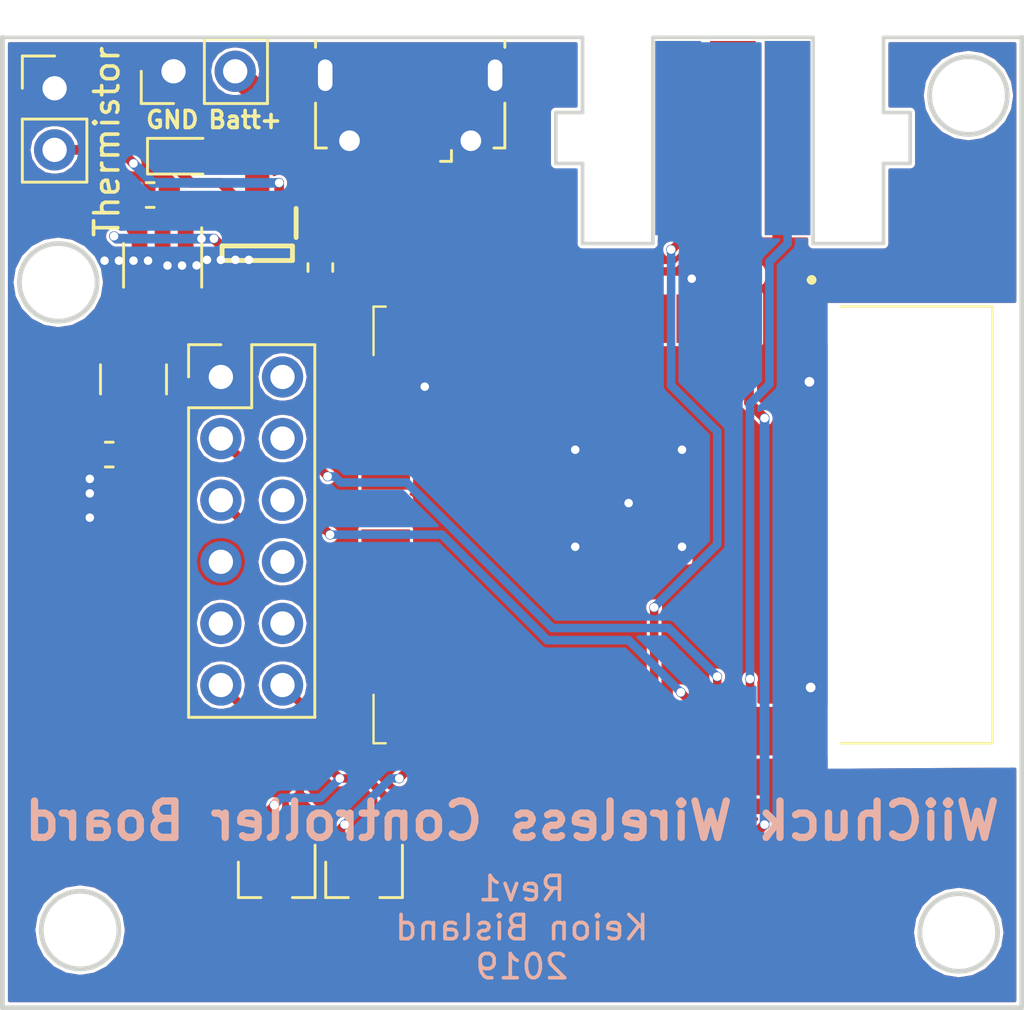
<source format=kicad_pcb>
(kicad_pcb (version 20171130) (host pcbnew 5.0.1-33cea8e~68~ubuntu16.04.1)

  (general
    (thickness 1.6)
    (drawings 31)
    (tracks 206)
    (zones 0)
    (modules 25)
    (nets 57)
  )

  (page A4)
  (layers
    (0 F.Cu signal)
    (31 B.Cu signal)
    (32 B.Adhes user)
    (33 F.Adhes user)
    (34 B.Paste user)
    (35 F.Paste user)
    (36 B.SilkS user)
    (37 F.SilkS user)
    (38 B.Mask user)
    (39 F.Mask user)
    (40 Dwgs.User user)
    (41 Cmts.User user)
    (42 Eco1.User user)
    (43 Eco2.User user)
    (44 Edge.Cuts user)
    (45 Margin user)
    (46 B.CrtYd user)
    (47 F.CrtYd user)
    (48 B.Fab user)
    (49 F.Fab user)
  )

  (setup
    (last_trace_width 0.5)
    (user_trace_width 0.2)
    (user_trace_width 0.35)
    (user_trace_width 0.4)
    (user_trace_width 0.5)
    (user_trace_width 1)
    (trace_clearance 0.127)
    (zone_clearance 0.127)
    (zone_45_only no)
    (trace_min 0.127)
    (segment_width 0.2)
    (edge_width 0.15)
    (via_size 0.4)
    (via_drill 0.35)
    (via_min_size 0.35)
    (via_min_drill 0.3)
    (uvia_size 0.3)
    (uvia_drill 0.1)
    (uvias_allowed no)
    (uvia_min_size 0.2)
    (uvia_min_drill 0.1)
    (pcb_text_width 0.3)
    (pcb_text_size 1.5 1.5)
    (mod_edge_width 0.15)
    (mod_text_size 0 0)
    (mod_text_width 0)
    (pad_size 1.524 1.524)
    (pad_drill 0.762)
    (pad_to_mask_clearance 0.051)
    (solder_mask_min_width 0.25)
    (aux_axis_origin 0 0)
    (visible_elements FFFFFF7F)
    (pcbplotparams
      (layerselection 0x010fc_ffffffff)
      (usegerberextensions false)
      (usegerberattributes false)
      (usegerberadvancedattributes false)
      (creategerberjobfile false)
      (excludeedgelayer true)
      (linewidth 0.100000)
      (plotframeref false)
      (viasonmask false)
      (mode 1)
      (useauxorigin false)
      (hpglpennumber 1)
      (hpglpenspeed 20)
      (hpglpendiameter 15.000000)
      (psnegative false)
      (psa4output false)
      (plotreference true)
      (plotvalue true)
      (plotinvisibletext false)
      (padsonsilk false)
      (subtractmaskfromsilk false)
      (outputformat 1)
      (mirror false)
      (drillshape 1)
      (scaleselection 1)
      (outputdirectory ""))
  )

  (net 0 "")
  (net 1 GND)
  (net 2 +5V)
  (net 3 +BATT)
  (net 4 +3V3)
  (net 5 EN)
  (net 6 "Net-(D1-Pad1)")
  (net 7 "Net-(D1-Pad2)")
  (net 8 "Net-(IC2-Pad4)")
  (net 9 "Net-(IC2-Pad5)")
  (net 10 "Net-(IC2-Pad6)")
  (net 11 "Net-(IC2-Pad7)")
  (net 12 "Net-(IC2-Pad8)")
  (net 13 "Net-(IC2-Pad9)")
  (net 14 "Net-(IC2-Pad10)")
  (net 15 "Net-(IC2-Pad11)")
  (net 16 ATT)
  (net 17 "Net-(IC2-Pad13)")
  (net 18 "Net-(IC2-Pad14)")
  (net 19 "Net-(IC2-Pad16)")
  (net 20 "Net-(IC2-Pad17)")
  (net 21 "Net-(IC2-Pad18)")
  (net 22 "Net-(IC2-Pad19)")
  (net 23 "Net-(IC2-Pad20)")
  (net 24 "Net-(IC2-Pad21)")
  (net 25 "Net-(IC2-Pad22)")
  (net 26 "Net-(IC2-Pad23)")
  (net 27 "Net-(IC2-Pad24)")
  (net 28 IO0)
  (net 29 "Net-(IC2-Pad26)")
  (net 30 "Net-(IC2-Pad27)")
  (net 31 "Net-(IC2-Pad28)")
  (net 32 "Net-(IC2-Pad29)")
  (net 33 "Net-(IC2-Pad30)")
  (net 34 "Net-(IC2-Pad31)")
  (net 35 "Net-(IC2-Pad32)")
  (net 36 SDA)
  (net 37 RX)
  (net 38 TX)
  (net 39 SCL)
  (net 40 "Net-(IC2-Pad37)")
  (net 41 "Net-(J1-Pad2)")
  (net 42 "Net-(J1-Pad4)")
  (net 43 "Net-(J1-Pad3)")
  (net 44 "Net-(J3-Pad2)")
  (net 45 "Net-(J3-Pad4)")
  (net 46 "Net-(J3-Pad6)")
  (net 47 "Net-(J3-Pad8)")
  (net 48 "Net-(J3-Pad9)")
  (net 49 "Net-(J3-Pad10)")
  (net 50 DTR)
  (net 51 RTS)
  (net 52 "Net-(L1-Pad1)")
  (net 53 "Net-(IC1-Pad4)")
  (net 54 "Net-(IC1-Pad1)")
  (net 55 "Net-(Q2-Pad1)")
  (net 56 "Net-(Q1-Pad1)")

  (net_class Default "This is the default net class."
    (clearance 0.127)
    (trace_width 0.127)
    (via_dia 0.4)
    (via_drill 0.35)
    (uvia_dia 0.3)
    (uvia_drill 0.1)
    (add_net +3V3)
    (add_net +5V)
    (add_net +BATT)
    (add_net ATT)
    (add_net DTR)
    (add_net EN)
    (add_net GND)
    (add_net IO0)
    (add_net "Net-(D1-Pad1)")
    (add_net "Net-(D1-Pad2)")
    (add_net "Net-(IC1-Pad1)")
    (add_net "Net-(IC1-Pad4)")
    (add_net "Net-(IC2-Pad10)")
    (add_net "Net-(IC2-Pad11)")
    (add_net "Net-(IC2-Pad13)")
    (add_net "Net-(IC2-Pad14)")
    (add_net "Net-(IC2-Pad16)")
    (add_net "Net-(IC2-Pad17)")
    (add_net "Net-(IC2-Pad18)")
    (add_net "Net-(IC2-Pad19)")
    (add_net "Net-(IC2-Pad20)")
    (add_net "Net-(IC2-Pad21)")
    (add_net "Net-(IC2-Pad22)")
    (add_net "Net-(IC2-Pad23)")
    (add_net "Net-(IC2-Pad24)")
    (add_net "Net-(IC2-Pad26)")
    (add_net "Net-(IC2-Pad27)")
    (add_net "Net-(IC2-Pad28)")
    (add_net "Net-(IC2-Pad29)")
    (add_net "Net-(IC2-Pad30)")
    (add_net "Net-(IC2-Pad31)")
    (add_net "Net-(IC2-Pad32)")
    (add_net "Net-(IC2-Pad37)")
    (add_net "Net-(IC2-Pad4)")
    (add_net "Net-(IC2-Pad5)")
    (add_net "Net-(IC2-Pad6)")
    (add_net "Net-(IC2-Pad7)")
    (add_net "Net-(IC2-Pad8)")
    (add_net "Net-(IC2-Pad9)")
    (add_net "Net-(J1-Pad2)")
    (add_net "Net-(J1-Pad3)")
    (add_net "Net-(J1-Pad4)")
    (add_net "Net-(J3-Pad10)")
    (add_net "Net-(J3-Pad2)")
    (add_net "Net-(J3-Pad4)")
    (add_net "Net-(J3-Pad6)")
    (add_net "Net-(J3-Pad8)")
    (add_net "Net-(J3-Pad9)")
    (add_net "Net-(L1-Pad1)")
    (add_net "Net-(Q1-Pad1)")
    (add_net "Net-(Q2-Pad1)")
    (add_net RTS)
    (add_net RX)
    (add_net SCL)
    (add_net SDA)
    (add_net TX)
  )

  (module WIICHUCK:CHUCK (layer B.Cu) (tedit 5C8FA4E8) (tstamp 5CE4E1B5)
    (at 38.095 -0.1 90)
    (path /5C8E38B0)
    (attr smd)
    (fp_text reference U1 (at 0 0 90) (layer B.SilkS)
      (effects (font (size 0 0) (thickness 0.15)) (justify mirror))
    )
    (fp_text value WIICHUCK (at 0 0 90) (layer B.SilkS)
      (effects (font (size 0 0) (thickness 0.15)) (justify mirror))
    )
    (pad CLK smd rect (at -4.25 2.255 90) (size 8 1.88) (layers B.Cu B.Paste B.Mask)
      (net 39 SCL))
    (pad GND smd rect (at -4.25 -2.255 90) (size 8 1.88) (layers B.Cu B.Paste B.Mask)
      (net 1 GND))
    (pad DAT smd rect (at -4.25 -2.255 90) (size 8 1.88) (layers F.Cu B.Paste B.Mask)
      (net 36 SDA))
    (pad ATT smd rect (at -4.25 0 90) (size 8 1.88) (layers F.Cu)
      (net 16 ATT))
    (pad PWR smd rect (at -4.25 2.255 90) (size 8 1.88) (layers F.Cu B.Paste B.Mask)
      (net 4 +3V3))
  )

  (module Package_TO_SOT_SMD:SOT-23 (layer F.Cu) (tedit 5A02FF57) (tstamp 5CF0FB80)
    (at 22.9 34.7 270)
    (descr "SOT-23, Standard")
    (tags SOT-23)
    (path /5C8FB335)
    (attr smd)
    (fp_text reference Q2 (at 0 -2.5 270) (layer F.SilkS)
      (effects (font (size 0 0) (thickness 0.15)))
    )
    (fp_text value 2N3055 (at 0 2.5 270) (layer F.Fab)
      (effects (font (size 0 0) (thickness 0.15)))
    )
    (fp_text user %R (at 0 0) (layer F.Fab)
      (effects (font (size 0 0) (thickness 0.15)))
    )
    (fp_line (start -0.7 -0.95) (end -0.7 1.5) (layer F.Fab) (width 0.1))
    (fp_line (start -0.15 -1.52) (end 0.7 -1.52) (layer F.Fab) (width 0.1))
    (fp_line (start -0.7 -0.95) (end -0.15 -1.52) (layer F.Fab) (width 0.1))
    (fp_line (start 0.7 -1.52) (end 0.7 1.52) (layer F.Fab) (width 0.1))
    (fp_line (start -0.7 1.52) (end 0.7 1.52) (layer F.Fab) (width 0.1))
    (fp_line (start 0.76 1.58) (end 0.76 0.65) (layer F.SilkS) (width 0.12))
    (fp_line (start 0.76 -1.58) (end 0.76 -0.65) (layer F.SilkS) (width 0.12))
    (fp_line (start -1.7 -1.75) (end 1.7 -1.75) (layer F.CrtYd) (width 0.05))
    (fp_line (start 1.7 -1.75) (end 1.7 1.75) (layer F.CrtYd) (width 0.05))
    (fp_line (start 1.7 1.75) (end -1.7 1.75) (layer F.CrtYd) (width 0.05))
    (fp_line (start -1.7 1.75) (end -1.7 -1.75) (layer F.CrtYd) (width 0.05))
    (fp_line (start 0.76 -1.58) (end -1.4 -1.58) (layer F.SilkS) (width 0.12))
    (fp_line (start 0.76 1.58) (end -0.7 1.58) (layer F.SilkS) (width 0.12))
    (pad 1 smd rect (at -1 -0.95 270) (size 0.9 0.8) (layers F.Cu F.Paste F.Mask)
      (net 55 "Net-(Q2-Pad1)"))
    (pad 2 smd rect (at -1 0.95 270) (size 0.9 0.8) (layers F.Cu F.Paste F.Mask)
      (net 28 IO0))
    (pad 3 smd rect (at 1 0 270) (size 0.9 0.8) (layers F.Cu F.Paste F.Mask)
      (net 50 DTR))
    (model ${KISYS3DMOD}/Package_TO_SOT_SMD.3dshapes/SOT-23.wrl
      (at (xyz 0 0 0))
      (scale (xyz 1 1 1))
      (rotate (xyz 0 0 0))
    )
  )

  (module Package_TO_SOT_SMD:SOT-23 (layer F.Cu) (tedit 5A02FF57) (tstamp 5CF0FB94)
    (at 19.3 34.7 270)
    (descr "SOT-23, Standard")
    (tags SOT-23)
    (path /5C8FA7AB)
    (attr smd)
    (fp_text reference Q1 (at 0 -2.5 270) (layer F.SilkS)
      (effects (font (size 0 0) (thickness 0.15)))
    )
    (fp_text value 2N3055 (at 0 2.5 270) (layer F.Fab)
      (effects (font (size 0 0) (thickness 0.15)))
    )
    (fp_line (start 0.76 1.58) (end -0.7 1.58) (layer F.SilkS) (width 0.12))
    (fp_line (start 0.76 -1.58) (end -1.4 -1.58) (layer F.SilkS) (width 0.12))
    (fp_line (start -1.7 1.75) (end -1.7 -1.75) (layer F.CrtYd) (width 0.05))
    (fp_line (start 1.7 1.75) (end -1.7 1.75) (layer F.CrtYd) (width 0.05))
    (fp_line (start 1.7 -1.75) (end 1.7 1.75) (layer F.CrtYd) (width 0.05))
    (fp_line (start -1.7 -1.75) (end 1.7 -1.75) (layer F.CrtYd) (width 0.05))
    (fp_line (start 0.76 -1.58) (end 0.76 -0.65) (layer F.SilkS) (width 0.12))
    (fp_line (start 0.76 1.58) (end 0.76 0.65) (layer F.SilkS) (width 0.12))
    (fp_line (start -0.7 1.52) (end 0.7 1.52) (layer F.Fab) (width 0.1))
    (fp_line (start 0.7 -1.52) (end 0.7 1.52) (layer F.Fab) (width 0.1))
    (fp_line (start -0.7 -0.95) (end -0.15 -1.52) (layer F.Fab) (width 0.1))
    (fp_line (start -0.15 -1.52) (end 0.7 -1.52) (layer F.Fab) (width 0.1))
    (fp_line (start -0.7 -0.95) (end -0.7 1.5) (layer F.Fab) (width 0.1))
    (fp_text user %R (at 0 0) (layer F.Fab)
      (effects (font (size 0 0) (thickness 0.15)))
    )
    (pad 3 smd rect (at 1 0 270) (size 0.9 0.8) (layers F.Cu F.Paste F.Mask)
      (net 5 EN))
    (pad 2 smd rect (at -1 0.95 270) (size 0.9 0.8) (layers F.Cu F.Paste F.Mask)
      (net 51 RTS))
    (pad 1 smd rect (at -1 -0.95 270) (size 0.9 0.8) (layers F.Cu F.Paste F.Mask)
      (net 56 "Net-(Q1-Pad1)"))
    (model ${KISYS3DMOD}/Package_TO_SOT_SMD.3dshapes/SOT-23.wrl
      (at (xyz 0 0 0))
      (scale (xyz 1 1 1))
      (rotate (xyz 0 0 0))
    )
  )

  (module BQ21040DBVT:SOT95P280X145-6N (layer F.Cu) (tedit 5C8C408E) (tstamp 5CF0FDDA)
    (at 18.5 8.9 270)
    (descr BQ21040DBVT)
    (tags "Integrated Circuit")
    (path /5C8E3235)
    (attr smd)
    (fp_text reference IC1 (at 0 0 270) (layer F.SilkS)
      (effects (font (size 0 0) (thickness 0.15)))
    )
    (fp_text value BQ21040DBVT (at 0 0 270) (layer F.SilkS) hide
      (effects (font (size 0 0) (thickness 0.15)))
    )
    (fp_line (start -2.1 -1.775) (end 2.1 -1.775) (layer Dwgs.User) (width 0.05))
    (fp_line (start 2.1 -1.775) (end 2.1 1.775) (layer Dwgs.User) (width 0.05))
    (fp_line (start 2.1 1.775) (end -2.1 1.775) (layer Dwgs.User) (width 0.05))
    (fp_line (start -2.1 1.775) (end -2.1 -1.775) (layer Dwgs.User) (width 0.05))
    (fp_line (start -0.8 -1.45) (end 0.8 -1.45) (layer Dwgs.User) (width 0.1))
    (fp_line (start 0.8 -1.45) (end 0.8 1.45) (layer Dwgs.User) (width 0.1))
    (fp_line (start 0.8 1.45) (end -0.8 1.45) (layer Dwgs.User) (width 0.1))
    (fp_line (start -0.8 1.45) (end -0.8 -1.45) (layer Dwgs.User) (width 0.1))
    (fp_line (start -0.8 -0.5) (end 0.15 -1.45) (layer Dwgs.User) (width 0.1))
    (fp_line (start -0.3 -1.45) (end 0.3 -1.45) (layer F.SilkS) (width 0.2))
    (fp_line (start 0.3 -1.45) (end 0.3 1.45) (layer F.SilkS) (width 0.2))
    (fp_line (start 0.3 1.45) (end -0.3 1.45) (layer F.SilkS) (width 0.2))
    (fp_line (start -0.3 1.45) (end -0.3 -1.45) (layer F.SilkS) (width 0.2))
    (fp_line (start -1.85 -1.6) (end -0.65 -1.6) (layer F.SilkS) (width 0.2))
    (pad 1 smd rect (at -1.25 -0.95) (size 0.6 1.2) (layers F.Cu F.Paste F.Mask)
      (net 54 "Net-(IC1-Pad1)"))
    (pad 2 smd rect (at -1.25 0) (size 0.6 1.2) (layers F.Cu F.Paste F.Mask)
      (net 3 +BATT))
    (pad 3 smd rect (at -1.25 0.95) (size 0.6 1.2) (layers F.Cu F.Paste F.Mask)
      (net 6 "Net-(D1-Pad1)"))
    (pad 4 smd rect (at 1.25 0.95) (size 0.6 1.2) (layers F.Cu F.Paste F.Mask)
      (net 53 "Net-(IC1-Pad4)"))
    (pad 5 smd rect (at 1.25 0) (size 0.6 1.2) (layers F.Cu F.Paste F.Mask)
      (net 1 GND))
    (pad 6 smd rect (at 1.25 -0.95) (size 0.6 1.2) (layers F.Cu F.Paste F.Mask)
      (net 2 +5V))
    (model ${KIPRJMOD}/SOT23-6.stp
      (at (xyz 0 0 0))
      (scale (xyz 1 1 1))
      (rotate (xyz 0 0 0))
    )
  )

  (module "ESP-WROOM-32_(16MB):ESP32WROOM32D" (layer F.Cu) (tedit 5C8BC597) (tstamp 5CF0FBEC)
    (at 35.79 19.75 270)
    (descr ESP32-WROOM-32D-1)
    (tags "Integrated Circuit")
    (path /5C8E3682)
    (attr smd)
    (fp_text reference IC2 (at 0 0 270) (layer F.SilkS)
      (effects (font (size 0 0) (thickness 0.15)))
    )
    (fp_text value "ESP-WROOM-32_(16MB)" (at 0 0 270) (layer F.SilkS) hide
      (effects (font (size 0 0) (thickness 0.15)))
    )
    (fp_line (start -8.65 -13) (end 9.35 -13) (layer Dwgs.User) (width 0.2))
    (fp_line (start 9.35 -13) (end 9.35 12.5) (layer Dwgs.User) (width 0.2))
    (fp_line (start 9.35 12.5) (end -8.65 12.5) (layer Dwgs.User) (width 0.2))
    (fp_line (start -8.65 12.5) (end -8.65 -13) (layer Dwgs.User) (width 0.2))
    (fp_line (start -10.35 -13.5) (end 10.35 -13.5) (layer Dwgs.User) (width 0.1))
    (fp_line (start 10.35 -13.5) (end 10.35 13.5) (layer Dwgs.User) (width 0.1))
    (fp_line (start 10.35 13.5) (end -10.35 13.5) (layer Dwgs.User) (width 0.1))
    (fp_line (start -10.35 13.5) (end -10.35 -13.5) (layer Dwgs.User) (width 0.1))
    (fp_line (start -8.65 12) (end -8.65 12.5) (layer F.SilkS) (width 0.1))
    (fp_line (start -8.65 12.5) (end -6.65 12.5) (layer F.SilkS) (width 0.1))
    (fp_line (start 7.35 12.5) (end 9.35 12.5) (layer F.SilkS) (width 0.1))
    (fp_line (start 9.35 12.5) (end 9.35 12) (layer F.SilkS) (width 0.1))
    (fp_line (start -8.65 -6.75) (end -8.65 -13) (layer F.SilkS) (width 0.1))
    (fp_line (start -8.65 -13) (end 9.35 -13) (layer F.SilkS) (width 0.1))
    (fp_line (start 9.35 -13) (end 9.35 -6.75) (layer F.SilkS) (width 0.1))
    (fp_line (start -9.75 -5.65) (end -9.75 -5.65) (layer F.SilkS) (width 0.2))
    (fp_line (start -9.75 -5.45) (end -9.75 -5.45) (layer F.SilkS) (width 0.2))
    (fp_arc (start -9.75 -5.55) (end -9.75 -5.65) (angle 180) (layer F.SilkS) (width 0.2))
    (fp_arc (start -9.75 -5.55) (end -9.75 -5.45) (angle 180) (layer F.SilkS) (width 0.2))
    (pad 1 smd rect (at -8.15 -5.51) (size 0.9 2) (layers F.Cu F.Paste F.Mask)
      (net 1 GND))
    (pad 2 smd rect (at -8.15 -4.24) (size 0.9 2) (layers F.Cu F.Paste F.Mask)
      (net 4 +3V3))
    (pad 3 smd rect (at -8.15 -2.97) (size 0.9 2) (layers F.Cu F.Paste F.Mask)
      (net 5 EN))
    (pad 4 smd rect (at -8.15 -1.7) (size 0.9 2) (layers F.Cu F.Paste F.Mask)
      (net 8 "Net-(IC2-Pad4)"))
    (pad 5 smd rect (at -8.15 -0.43) (size 0.9 2) (layers F.Cu F.Paste F.Mask)
      (net 9 "Net-(IC2-Pad5)"))
    (pad 6 smd rect (at -8.15 0.84) (size 0.9 2) (layers F.Cu F.Paste F.Mask)
      (net 10 "Net-(IC2-Pad6)"))
    (pad 7 smd rect (at -8.15 2.11) (size 0.9 2) (layers F.Cu F.Paste F.Mask)
      (net 11 "Net-(IC2-Pad7)"))
    (pad 8 smd rect (at -8.15 3.38) (size 0.9 2) (layers F.Cu F.Paste F.Mask)
      (net 12 "Net-(IC2-Pad8)"))
    (pad 9 smd rect (at -8.15 4.65) (size 0.9 2) (layers F.Cu F.Paste F.Mask)
      (net 13 "Net-(IC2-Pad9)"))
    (pad 10 smd rect (at -8.15 5.92) (size 0.9 2) (layers F.Cu F.Paste F.Mask)
      (net 14 "Net-(IC2-Pad10)"))
    (pad 11 smd rect (at -8.15 7.19) (size 0.9 2) (layers F.Cu F.Paste F.Mask)
      (net 15 "Net-(IC2-Pad11)"))
    (pad 12 smd rect (at -8.15 8.46) (size 0.9 2) (layers F.Cu F.Paste F.Mask)
      (net 16 ATT))
    (pad 13 smd rect (at -8.15 9.73) (size 0.9 2) (layers F.Cu F.Paste F.Mask)
      (net 17 "Net-(IC2-Pad13)"))
    (pad 14 smd rect (at -8.15 11) (size 0.9 2) (layers F.Cu F.Paste F.Mask)
      (net 18 "Net-(IC2-Pad14)"))
    (pad 15 smd rect (at -5.365 12 270) (size 0.9 2) (layers F.Cu F.Paste F.Mask)
      (net 1 GND))
    (pad 16 smd rect (at -4.095 12 270) (size 0.9 2) (layers F.Cu F.Paste F.Mask)
      (net 19 "Net-(IC2-Pad16)"))
    (pad 17 smd rect (at -2.825 12 270) (size 0.9 2) (layers F.Cu F.Paste F.Mask)
      (net 20 "Net-(IC2-Pad17)"))
    (pad 18 smd rect (at -1.555 12 270) (size 0.9 2) (layers F.Cu F.Paste F.Mask)
      (net 21 "Net-(IC2-Pad18)"))
    (pad 19 smd rect (at -0.285 12 270) (size 0.9 2) (layers F.Cu F.Paste F.Mask)
      (net 22 "Net-(IC2-Pad19)"))
    (pad 20 smd rect (at 0.985 12 270) (size 0.9 2) (layers F.Cu F.Paste F.Mask)
      (net 23 "Net-(IC2-Pad20)"))
    (pad 21 smd rect (at 2.255 12 270) (size 0.9 2) (layers F.Cu F.Paste F.Mask)
      (net 24 "Net-(IC2-Pad21)"))
    (pad 22 smd rect (at 3.525 12 270) (size 0.9 2) (layers F.Cu F.Paste F.Mask)
      (net 25 "Net-(IC2-Pad22)"))
    (pad 23 smd rect (at 4.795 12 270) (size 0.9 2) (layers F.Cu F.Paste F.Mask)
      (net 26 "Net-(IC2-Pad23)"))
    (pad 24 smd rect (at 6.065 12 270) (size 0.9 2) (layers F.Cu F.Paste F.Mask)
      (net 27 "Net-(IC2-Pad24)"))
    (pad 25 smd rect (at 8.85 11) (size 0.9 2) (layers F.Cu F.Paste F.Mask)
      (net 28 IO0))
    (pad 26 smd rect (at 8.85 9.73) (size 0.9 2) (layers F.Cu F.Paste F.Mask)
      (net 29 "Net-(IC2-Pad26)"))
    (pad 27 smd rect (at 8.85 8.46) (size 0.9 2) (layers F.Cu F.Paste F.Mask)
      (net 30 "Net-(IC2-Pad27)"))
    (pad 28 smd rect (at 8.85 7.19) (size 0.9 2) (layers F.Cu F.Paste F.Mask)
      (net 31 "Net-(IC2-Pad28)"))
    (pad 29 smd rect (at 8.85 5.92) (size 0.9 2) (layers F.Cu F.Paste F.Mask)
      (net 32 "Net-(IC2-Pad29)"))
    (pad 30 smd rect (at 8.85 4.65) (size 0.9 2) (layers F.Cu F.Paste F.Mask)
      (net 33 "Net-(IC2-Pad30)"))
    (pad 31 smd rect (at 8.85 3.38) (size 0.9 2) (layers F.Cu F.Paste F.Mask)
      (net 34 "Net-(IC2-Pad31)"))
    (pad 32 smd rect (at 8.85 2.11) (size 0.9 2) (layers F.Cu F.Paste F.Mask)
      (net 35 "Net-(IC2-Pad32)"))
    (pad 33 smd rect (at 8.85 0.84) (size 0.9 2) (layers F.Cu F.Paste F.Mask)
      (net 36 SDA))
    (pad 34 smd rect (at 8.85 -0.43) (size 0.9 2) (layers F.Cu F.Paste F.Mask)
      (net 37 RX))
    (pad 35 smd rect (at 8.85 -1.7) (size 0.9 2) (layers F.Cu F.Paste F.Mask)
      (net 38 TX))
    (pad 36 smd rect (at 8.85 -2.97) (size 0.9 2) (layers F.Cu F.Paste F.Mask)
      (net 39 SCL))
    (pad 37 smd rect (at 8.85 -4.24) (size 0.9 2) (layers F.Cu F.Paste F.Mask)
      (net 40 "Net-(IC2-Pad37)"))
    (pad 38 smd rect (at 8.85 -5.51) (size 0.9 2) (layers F.Cu F.Paste F.Mask)
      (net 1 GND))
    (pad 39 smd rect (at -0.65 1.99) (size 5 5) (layers F.Cu F.Paste F.Mask)
      (net 1 GND))
    (model ${KIPRJMOD}/esp32-wroom/KiCAD-ESP-WROOM-32.step
      (offset (xyz 0.4 0.4 0))
      (scale (xyz 1 1 1))
      (rotate (xyz 0 0 180))
    )
  )

  (module Capacitor_SMD:C_0603_1608Metric (layer F.Cu) (tedit 5B301BBE) (tstamp 5CE4DFDE)
    (at 21.1 9.4875 270)
    (descr "Capacitor SMD 0603 (1608 Metric), square (rectangular) end terminal, IPC_7351 nominal, (Body size source: http://www.tortai-tech.com/upload/download/2011102023233369053.pdf), generated with kicad-footprint-generator")
    (tags capacitor)
    (path /5C8E413A)
    (attr smd)
    (fp_text reference C1 (at 0 -1.43 270) (layer F.SilkS)
      (effects (font (size 0 0) (thickness 0.15)))
    )
    (fp_text value C (at 0 1.43 270) (layer F.Fab)
      (effects (font (size 0 0) (thickness 0.15)))
    )
    (fp_line (start -0.8 0.4) (end -0.8 -0.4) (layer F.Fab) (width 0.1))
    (fp_line (start -0.8 -0.4) (end 0.8 -0.4) (layer F.Fab) (width 0.1))
    (fp_line (start 0.8 -0.4) (end 0.8 0.4) (layer F.Fab) (width 0.1))
    (fp_line (start 0.8 0.4) (end -0.8 0.4) (layer F.Fab) (width 0.1))
    (fp_line (start -0.162779 -0.51) (end 0.162779 -0.51) (layer F.SilkS) (width 0.12))
    (fp_line (start -0.162779 0.51) (end 0.162779 0.51) (layer F.SilkS) (width 0.12))
    (fp_line (start -1.48 0.73) (end -1.48 -0.73) (layer F.CrtYd) (width 0.05))
    (fp_line (start -1.48 -0.73) (end 1.48 -0.73) (layer F.CrtYd) (width 0.05))
    (fp_line (start 1.48 -0.73) (end 1.48 0.73) (layer F.CrtYd) (width 0.05))
    (fp_line (start 1.48 0.73) (end -1.48 0.73) (layer F.CrtYd) (width 0.05))
    (fp_text user %R (at 0 0 270) (layer F.Fab)
      (effects (font (size 0 0) (thickness 0.15)))
    )
    (pad 1 smd roundrect (at -0.7875 0 270) (size 0.875 0.95) (layers F.Cu F.Paste F.Mask) (roundrect_rratio 0.25)
      (net 1 GND))
    (pad 2 smd roundrect (at 0.7875 0 270) (size 0.875 0.95) (layers F.Cu F.Paste F.Mask) (roundrect_rratio 0.25)
      (net 2 +5V))
    (model ${KISYS3DMOD}/Capacitor_SMD.3dshapes/C_0603_1608Metric.wrl
      (at (xyz 0 0 0))
      (scale (xyz 1 1 1))
      (rotate (xyz 0 0 0))
    )
  )

  (module Capacitor_SMD:C_0603_1608Metric (layer F.Cu) (tedit 5B301BBE) (tstamp 5CE4DFEF)
    (at 14.0875 6.5)
    (descr "Capacitor SMD 0603 (1608 Metric), square (rectangular) end terminal, IPC_7351 nominal, (Body size source: http://www.tortai-tech.com/upload/download/2011102023233369053.pdf), generated with kicad-footprint-generator")
    (tags capacitor)
    (path /5C8E4FE8)
    (attr smd)
    (fp_text reference C2 (at 0.0125 0) (layer F.SilkS)
      (effects (font (size 0 0) (thickness 0.15)))
    )
    (fp_text value C (at 0 1.43) (layer F.Fab)
      (effects (font (size 0 0) (thickness 0.15)))
    )
    (fp_text user %R (at 0 0) (layer F.Fab)
      (effects (font (size 0 0) (thickness 0.15)))
    )
    (fp_line (start 1.48 0.73) (end -1.48 0.73) (layer F.CrtYd) (width 0.05))
    (fp_line (start 1.48 -0.73) (end 1.48 0.73) (layer F.CrtYd) (width 0.05))
    (fp_line (start -1.48 -0.73) (end 1.48 -0.73) (layer F.CrtYd) (width 0.05))
    (fp_line (start -1.48 0.73) (end -1.48 -0.73) (layer F.CrtYd) (width 0.05))
    (fp_line (start -0.162779 0.51) (end 0.162779 0.51) (layer F.SilkS) (width 0.12))
    (fp_line (start -0.162779 -0.51) (end 0.162779 -0.51) (layer F.SilkS) (width 0.12))
    (fp_line (start 0.8 0.4) (end -0.8 0.4) (layer F.Fab) (width 0.1))
    (fp_line (start 0.8 -0.4) (end 0.8 0.4) (layer F.Fab) (width 0.1))
    (fp_line (start -0.8 -0.4) (end 0.8 -0.4) (layer F.Fab) (width 0.1))
    (fp_line (start -0.8 0.4) (end -0.8 -0.4) (layer F.Fab) (width 0.1))
    (pad 2 smd roundrect (at 0.7875 0) (size 0.875 0.95) (layers F.Cu F.Paste F.Mask) (roundrect_rratio 0.25)
      (net 1 GND))
    (pad 1 smd roundrect (at -0.7875 0) (size 0.875 0.95) (layers F.Cu F.Paste F.Mask) (roundrect_rratio 0.25)
      (net 3 +BATT))
    (model ${KISYS3DMOD}/Capacitor_SMD.3dshapes/C_0603_1608Metric.wrl
      (at (xyz 0 0 0))
      (scale (xyz 1 1 1))
      (rotate (xyz 0 0 0))
    )
  )

  (module Capacitor_SMD:C_0402_1005Metric (layer F.Cu) (tedit 5B301BBE) (tstamp 5CE4DFFE)
    (at 12.8 18.8 180)
    (descr "Capacitor SMD 0402 (1005 Metric), square (rectangular) end terminal, IPC_7351 nominal, (Body size source: http://www.tortai-tech.com/upload/download/2011102023233369053.pdf), generated with kicad-footprint-generator")
    (tags capacitor)
    (path /5C8E6A50)
    (attr smd)
    (fp_text reference C3 (at 0 -1.17 180) (layer F.SilkS)
      (effects (font (size 0 0) (thickness 0.15)))
    )
    (fp_text value C (at 0 1.17 180) (layer F.Fab)
      (effects (font (size 0 0) (thickness 0.15)))
    )
    (fp_line (start -0.5 0.25) (end -0.5 -0.25) (layer F.Fab) (width 0.1))
    (fp_line (start -0.5 -0.25) (end 0.5 -0.25) (layer F.Fab) (width 0.1))
    (fp_line (start 0.5 -0.25) (end 0.5 0.25) (layer F.Fab) (width 0.1))
    (fp_line (start 0.5 0.25) (end -0.5 0.25) (layer F.Fab) (width 0.1))
    (fp_line (start -0.93 0.47) (end -0.93 -0.47) (layer F.CrtYd) (width 0.05))
    (fp_line (start -0.93 -0.47) (end 0.93 -0.47) (layer F.CrtYd) (width 0.05))
    (fp_line (start 0.93 -0.47) (end 0.93 0.47) (layer F.CrtYd) (width 0.05))
    (fp_line (start 0.93 0.47) (end -0.93 0.47) (layer F.CrtYd) (width 0.05))
    (fp_text user %R (at 0 0 180) (layer F.Fab)
      (effects (font (size 0 0) (thickness 0.15)))
    )
    (pad 1 smd roundrect (at -0.485 0 180) (size 0.59 0.64) (layers F.Cu F.Paste F.Mask) (roundrect_rratio 0.25)
      (net 4 +3V3))
    (pad 2 smd roundrect (at 0.485 0 180) (size 0.59 0.64) (layers F.Cu F.Paste F.Mask) (roundrect_rratio 0.25)
      (net 1 GND))
    (model ${KISYS3DMOD}/Capacitor_SMD.3dshapes/C_0402_1005Metric.wrl
      (at (xyz 0 0 0))
      (scale (xyz 1 1 1))
      (rotate (xyz 0 0 0))
    )
  )

  (module Capacitor_SMD:C_0402_1005Metric (layer F.Cu) (tedit 5B301BBE) (tstamp 5CE4E00D)
    (at 12.785 19.8 180)
    (descr "Capacitor SMD 0402 (1005 Metric), square (rectangular) end terminal, IPC_7351 nominal, (Body size source: http://www.tortai-tech.com/upload/download/2011102023233369053.pdf), generated with kicad-footprint-generator")
    (tags capacitor)
    (path /5C8E6A02)
    (attr smd)
    (fp_text reference C4 (at 0 -1.17 180) (layer F.SilkS)
      (effects (font (size 0 0) (thickness 0.15)))
    )
    (fp_text value C (at 0 1.17 180) (layer F.Fab)
      (effects (font (size 0 0) (thickness 0.15)))
    )
    (fp_text user %R (at 0 0 180) (layer F.Fab)
      (effects (font (size 0 0) (thickness 0.15)))
    )
    (fp_line (start 0.93 0.47) (end -0.93 0.47) (layer F.CrtYd) (width 0.05))
    (fp_line (start 0.93 -0.47) (end 0.93 0.47) (layer F.CrtYd) (width 0.05))
    (fp_line (start -0.93 -0.47) (end 0.93 -0.47) (layer F.CrtYd) (width 0.05))
    (fp_line (start -0.93 0.47) (end -0.93 -0.47) (layer F.CrtYd) (width 0.05))
    (fp_line (start 0.5 0.25) (end -0.5 0.25) (layer F.Fab) (width 0.1))
    (fp_line (start 0.5 -0.25) (end 0.5 0.25) (layer F.Fab) (width 0.1))
    (fp_line (start -0.5 -0.25) (end 0.5 -0.25) (layer F.Fab) (width 0.1))
    (fp_line (start -0.5 0.25) (end -0.5 -0.25) (layer F.Fab) (width 0.1))
    (pad 2 smd roundrect (at 0.485 0 180) (size 0.59 0.64) (layers F.Cu F.Paste F.Mask) (roundrect_rratio 0.25)
      (net 1 GND))
    (pad 1 smd roundrect (at -0.485 0 180) (size 0.59 0.64) (layers F.Cu F.Paste F.Mask) (roundrect_rratio 0.25)
      (net 4 +3V3))
    (model ${KISYS3DMOD}/Capacitor_SMD.3dshapes/C_0402_1005Metric.wrl
      (at (xyz 0 0 0))
      (scale (xyz 1 1 1))
      (rotate (xyz 0 0 0))
    )
  )

  (module Capacitor_SMD:C_0603_1608Metric (layer F.Cu) (tedit 5B301BBE) (tstamp 5CE4E01E)
    (at 12.4 17.2 180)
    (descr "Capacitor SMD 0603 (1608 Metric), square (rectangular) end terminal, IPC_7351 nominal, (Body size source: http://www.tortai-tech.com/upload/download/2011102023233369053.pdf), generated with kicad-footprint-generator")
    (tags capacitor)
    (path /5C8E5492)
    (attr smd)
    (fp_text reference C5 (at 0 -1.43 180) (layer F.SilkS)
      (effects (font (size 0 0) (thickness 0.15)))
    )
    (fp_text value C (at 0 1.43 180) (layer F.Fab)
      (effects (font (size 0 0) (thickness 0.15)))
    )
    (fp_line (start -0.8 0.4) (end -0.8 -0.4) (layer F.Fab) (width 0.1))
    (fp_line (start -0.8 -0.4) (end 0.8 -0.4) (layer F.Fab) (width 0.1))
    (fp_line (start 0.8 -0.4) (end 0.8 0.4) (layer F.Fab) (width 0.1))
    (fp_line (start 0.8 0.4) (end -0.8 0.4) (layer F.Fab) (width 0.1))
    (fp_line (start -0.162779 -0.51) (end 0.162779 -0.51) (layer F.SilkS) (width 0.12))
    (fp_line (start -0.162779 0.51) (end 0.162779 0.51) (layer F.SilkS) (width 0.12))
    (fp_line (start -1.48 0.73) (end -1.48 -0.73) (layer F.CrtYd) (width 0.05))
    (fp_line (start -1.48 -0.73) (end 1.48 -0.73) (layer F.CrtYd) (width 0.05))
    (fp_line (start 1.48 -0.73) (end 1.48 0.73) (layer F.CrtYd) (width 0.05))
    (fp_line (start 1.48 0.73) (end -1.48 0.73) (layer F.CrtYd) (width 0.05))
    (fp_text user %R (at 0 0 180) (layer F.Fab)
      (effects (font (size 0 0) (thickness 0.15)))
    )
    (pad 1 smd roundrect (at -0.7875 0 180) (size 0.875 0.95) (layers F.Cu F.Paste F.Mask) (roundrect_rratio 0.25)
      (net 4 +3V3))
    (pad 2 smd roundrect (at 0.7875 0 180) (size 0.875 0.95) (layers F.Cu F.Paste F.Mask) (roundrect_rratio 0.25)
      (net 1 GND))
    (model ${KISYS3DMOD}/Capacitor_SMD.3dshapes/C_0603_1608Metric.wrl
      (at (xyz 0 0 0))
      (scale (xyz 1 1 1))
      (rotate (xyz 0 0 0))
    )
  )

  (module Capacitor_SMD:C_0402_1005Metric (layer F.Cu) (tedit 5B301BBE) (tstamp 5CE4E02D)
    (at 37.585 9.8 180)
    (descr "Capacitor SMD 0402 (1005 Metric), square (rectangular) end terminal, IPC_7351 nominal, (Body size source: http://www.tortai-tech.com/upload/download/2011102023233369053.pdf), generated with kicad-footprint-generator")
    (tags capacitor)
    (path /5C8E6687)
    (attr smd)
    (fp_text reference C6 (at 0 -1.17 180) (layer F.SilkS)
      (effects (font (size 0 0) (thickness 0.15)))
    )
    (fp_text value C (at 0 1.17 180) (layer F.Fab)
      (effects (font (size 0 0) (thickness 0.15)))
    )
    (fp_line (start -0.5 0.25) (end -0.5 -0.25) (layer F.Fab) (width 0.1))
    (fp_line (start -0.5 -0.25) (end 0.5 -0.25) (layer F.Fab) (width 0.1))
    (fp_line (start 0.5 -0.25) (end 0.5 0.25) (layer F.Fab) (width 0.1))
    (fp_line (start 0.5 0.25) (end -0.5 0.25) (layer F.Fab) (width 0.1))
    (fp_line (start -0.93 0.47) (end -0.93 -0.47) (layer F.CrtYd) (width 0.05))
    (fp_line (start -0.93 -0.47) (end 0.93 -0.47) (layer F.CrtYd) (width 0.05))
    (fp_line (start 0.93 -0.47) (end 0.93 0.47) (layer F.CrtYd) (width 0.05))
    (fp_line (start 0.93 0.47) (end -0.93 0.47) (layer F.CrtYd) (width 0.05))
    (fp_text user %R (at 0 0 180) (layer F.Fab)
      (effects (font (size 0 0) (thickness 0.15)))
    )
    (pad 1 smd roundrect (at -0.485 0 180) (size 0.59 0.64) (layers F.Cu F.Paste F.Mask) (roundrect_rratio 0.25)
      (net 5 EN))
    (pad 2 smd roundrect (at 0.485 0 180) (size 0.59 0.64) (layers F.Cu F.Paste F.Mask) (roundrect_rratio 0.25)
      (net 1 GND))
    (model ${KISYS3DMOD}/Capacitor_SMD.3dshapes/C_0402_1005Metric.wrl
      (at (xyz 0 0 0))
      (scale (xyz 1 1 1))
      (rotate (xyz 0 0 0))
    )
  )

  (module LED_SMD:LED_0603_1608Metric (layer F.Cu) (tedit 5B301BBE) (tstamp 5CE4E040)
    (at 15.4625 4.9)
    (descr "LED SMD 0603 (1608 Metric), square (rectangular) end terminal, IPC_7351 nominal, (Body size source: http://www.tortai-tech.com/upload/download/2011102023233369053.pdf), generated with kicad-footprint-generator")
    (tags diode)
    (path /5C8E3EE7)
    (attr smd)
    (fp_text reference D1 (at 0 0) (layer F.SilkS)
      (effects (font (size 0 0) (thickness 0.15)))
    )
    (fp_text value LED (at 0 1.43) (layer F.Fab)
      (effects (font (size 0 0) (thickness 0.15)))
    )
    (fp_line (start 0.8 -0.4) (end -0.5 -0.4) (layer F.Fab) (width 0.1))
    (fp_line (start -0.5 -0.4) (end -0.8 -0.1) (layer F.Fab) (width 0.1))
    (fp_line (start -0.8 -0.1) (end -0.8 0.4) (layer F.Fab) (width 0.1))
    (fp_line (start -0.8 0.4) (end 0.8 0.4) (layer F.Fab) (width 0.1))
    (fp_line (start 0.8 0.4) (end 0.8 -0.4) (layer F.Fab) (width 0.1))
    (fp_line (start 0.8 -0.735) (end -1.485 -0.735) (layer F.SilkS) (width 0.12))
    (fp_line (start -1.485 -0.735) (end -1.485 0.735) (layer F.SilkS) (width 0.12))
    (fp_line (start -1.485 0.735) (end 0.8 0.735) (layer F.SilkS) (width 0.12))
    (fp_line (start -1.48 0.73) (end -1.48 -0.73) (layer F.CrtYd) (width 0.05))
    (fp_line (start -1.48 -0.73) (end 1.48 -0.73) (layer F.CrtYd) (width 0.05))
    (fp_line (start 1.48 -0.73) (end 1.48 0.73) (layer F.CrtYd) (width 0.05))
    (fp_line (start 1.48 0.73) (end -1.48 0.73) (layer F.CrtYd) (width 0.05))
    (fp_text user %R (at 0 0) (layer F.Fab)
      (effects (font (size 0 0) (thickness 0.15)))
    )
    (pad 1 smd roundrect (at -0.7875 0) (size 0.875 0.95) (layers F.Cu F.Paste F.Mask) (roundrect_rratio 0.25)
      (net 6 "Net-(D1-Pad1)"))
    (pad 2 smd roundrect (at 0.7875 0) (size 0.875 0.95) (layers F.Cu F.Paste F.Mask) (roundrect_rratio 0.25)
      (net 7 "Net-(D1-Pad2)"))
    (model ${KISYS3DMOD}/LED_SMD.3dshapes/LED_0603_1608Metric.wrl
      (at (xyz 0 0 0))
      (scale (xyz 1 1 1))
      (rotate (xyz 0 0 0))
    )
  )

  (module Connector_USB:USB_Micro-B_Molex-105017-0001 (layer F.Cu) (tedit 5A1DC0BE) (tstamp 5CE4E0A7)
    (at 24.8 2.8 180)
    (descr http://www.molex.com/pdm_docs/sd/1050170001_sd.pdf)
    (tags "Micro-USB SMD Typ-B")
    (path /5C8E34D0)
    (attr smd)
    (fp_text reference J1 (at -0.05 -0.1 180) (layer F.SilkS)
      (effects (font (size 0 0) (thickness 0.15)))
    )
    (fp_text value USB_B_Micro (at 0.3 4.3375 180) (layer F.Fab)
      (effects (font (size 0 0) (thickness 0.15)))
    )
    (fp_text user "PCB Edge" (at 0 2.6875 180) (layer Dwgs.User)
      (effects (font (size 0 0) (thickness 0.15)))
    )
    (fp_text user %R (at 0 0.8875 180) (layer F.Fab)
      (effects (font (size 0 0) (thickness 0.15)))
    )
    (fp_line (start -4.4 3.64) (end 4.4 3.64) (layer F.CrtYd) (width 0.05))
    (fp_line (start 4.4 -2.46) (end 4.4 3.64) (layer F.CrtYd) (width 0.05))
    (fp_line (start -4.4 -2.46) (end 4.4 -2.46) (layer F.CrtYd) (width 0.05))
    (fp_line (start -4.4 3.64) (end -4.4 -2.46) (layer F.CrtYd) (width 0.05))
    (fp_line (start -3.9 -1.7625) (end -3.45 -1.7625) (layer F.SilkS) (width 0.12))
    (fp_line (start -3.9 0.0875) (end -3.9 -1.7625) (layer F.SilkS) (width 0.12))
    (fp_line (start 3.9 2.6375) (end 3.9 2.3875) (layer F.SilkS) (width 0.12))
    (fp_line (start 3.75 3.3875) (end 3.75 -1.6125) (layer F.Fab) (width 0.1))
    (fp_line (start -3 2.689204) (end 3 2.689204) (layer F.Fab) (width 0.1))
    (fp_line (start -3.75 3.389204) (end 3.75 3.389204) (layer F.Fab) (width 0.1))
    (fp_line (start -3.75 -1.6125) (end 3.75 -1.6125) (layer F.Fab) (width 0.1))
    (fp_line (start -3.75 3.3875) (end -3.75 -1.6125) (layer F.Fab) (width 0.1))
    (fp_line (start -3.9 2.6375) (end -3.9 2.3875) (layer F.SilkS) (width 0.12))
    (fp_line (start 3.9 0.0875) (end 3.9 -1.7625) (layer F.SilkS) (width 0.12))
    (fp_line (start 3.9 -1.7625) (end 3.45 -1.7625) (layer F.SilkS) (width 0.12))
    (fp_line (start -1.7 -2.3125) (end -1.25 -2.3125) (layer F.SilkS) (width 0.12))
    (fp_line (start -1.7 -2.3125) (end -1.7 -1.8625) (layer F.SilkS) (width 0.12))
    (fp_line (start -1.3 -1.7125) (end -1.5 -1.9125) (layer F.Fab) (width 0.1))
    (fp_line (start -1.1 -1.9125) (end -1.3 -1.7125) (layer F.Fab) (width 0.1))
    (fp_line (start -1.5 -2.1225) (end -1.1 -2.1225) (layer F.Fab) (width 0.1))
    (fp_line (start -1.5 -2.1225) (end -1.5 -1.9125) (layer F.Fab) (width 0.1))
    (fp_line (start -1.1 -2.1225) (end -1.1 -1.9125) (layer F.Fab) (width 0.1))
    (pad 6 smd rect (at 1 1.2375 180) (size 1.5 1.9) (layers F.Cu F.Paste F.Mask)
      (net 1 GND))
    (pad 6 thru_hole circle (at -2.5 -1.4625 180) (size 1.45 1.45) (drill 0.85) (layers *.Cu *.Mask)
      (net 1 GND))
    (pad 2 smd rect (at -0.65 -1.4625 180) (size 0.4 1.35) (layers F.Cu F.Paste F.Mask)
      (net 41 "Net-(J1-Pad2)"))
    (pad 1 smd rect (at -1.3 -1.4625 180) (size 0.4 1.35) (layers F.Cu F.Paste F.Mask)
      (net 2 +5V))
    (pad 5 smd rect (at 1.3 -1.4625 180) (size 0.4 1.35) (layers F.Cu F.Paste F.Mask)
      (net 1 GND))
    (pad 4 smd rect (at 0.65 -1.4625 180) (size 0.4 1.35) (layers F.Cu F.Paste F.Mask)
      (net 42 "Net-(J1-Pad4)"))
    (pad 3 smd rect (at 0 -1.4625 180) (size 0.4 1.35) (layers F.Cu F.Paste F.Mask)
      (net 43 "Net-(J1-Pad3)"))
    (pad 6 thru_hole circle (at 2.5 -1.4625 180) (size 1.45 1.45) (drill 0.85) (layers *.Cu *.Mask)
      (net 1 GND))
    (pad 6 smd rect (at -1 1.2375 180) (size 1.5 1.9) (layers F.Cu F.Paste F.Mask)
      (net 1 GND))
    (pad 6 thru_hole oval (at -3.5 1.2375) (size 1.2 1.9) (drill oval 0.6 1.3) (layers *.Cu *.Mask)
      (net 1 GND))
    (pad 6 thru_hole oval (at 3.5 1.2375 180) (size 1.2 1.9) (drill oval 0.6 1.3) (layers *.Cu *.Mask)
      (net 1 GND))
    (pad 6 smd rect (at 2.9 1.2375 180) (size 1.2 1.9) (layers F.Cu F.Mask)
      (net 1 GND))
    (pad 6 smd rect (at -2.9 1.2375 180) (size 1.2 1.9) (layers F.Cu F.Mask)
      (net 1 GND))
    (model ${KISYS3DMOD}/Connector_USB.3dshapes/USB_Micro-B_Molex-105017-0001.wrl
      (at (xyz 0 0 0))
      (scale (xyz 1 1 1))
      (rotate (xyz 0 0 0))
    )
    (model ${KIPRJMOD}/1050170001.stp
      (offset (xyz 0 -1 1.15))
      (scale (xyz 1 1 1))
      (rotate (xyz -90 0 0))
    )
  )

  (module Connector_PinHeader_2.54mm:PinHeader_1x02_P2.54mm_Vertical (layer F.Cu) (tedit 59FED5CC) (tstamp 5CE4E0BD)
    (at 15.05 1.4 90)
    (descr "Through hole straight pin header, 1x02, 2.54mm pitch, single row")
    (tags "Through hole pin header THT 1x02 2.54mm single row")
    (path /5C8E37BF)
    (fp_text reference J2 (at 0 -2.33 90) (layer F.SilkS)
      (effects (font (size 0 0) (thickness 0.15)))
    )
    (fp_text value Conn_01x02_Male (at 0 4.87 90) (layer F.Fab)
      (effects (font (size 0 0) (thickness 0.15)))
    )
    (fp_text user %R (at 0 1.27 180) (layer F.Fab)
      (effects (font (size 0 0) (thickness 0.15)))
    )
    (fp_line (start 1.8 -1.8) (end -1.8 -1.8) (layer F.CrtYd) (width 0.05))
    (fp_line (start 1.8 4.35) (end 1.8 -1.8) (layer F.CrtYd) (width 0.05))
    (fp_line (start -1.8 4.35) (end 1.8 4.35) (layer F.CrtYd) (width 0.05))
    (fp_line (start -1.8 -1.8) (end -1.8 4.35) (layer F.CrtYd) (width 0.05))
    (fp_line (start -1.33 -1.33) (end 0 -1.33) (layer F.SilkS) (width 0.12))
    (fp_line (start -1.33 0) (end -1.33 -1.33) (layer F.SilkS) (width 0.12))
    (fp_line (start -1.33 1.27) (end 1.33 1.27) (layer F.SilkS) (width 0.12))
    (fp_line (start 1.33 1.27) (end 1.33 3.87) (layer F.SilkS) (width 0.12))
    (fp_line (start -1.33 1.27) (end -1.33 3.87) (layer F.SilkS) (width 0.12))
    (fp_line (start -1.33 3.87) (end 1.33 3.87) (layer F.SilkS) (width 0.12))
    (fp_line (start -1.27 -0.635) (end -0.635 -1.27) (layer F.Fab) (width 0.1))
    (fp_line (start -1.27 3.81) (end -1.27 -0.635) (layer F.Fab) (width 0.1))
    (fp_line (start 1.27 3.81) (end -1.27 3.81) (layer F.Fab) (width 0.1))
    (fp_line (start 1.27 -1.27) (end 1.27 3.81) (layer F.Fab) (width 0.1))
    (fp_line (start -0.635 -1.27) (end 1.27 -1.27) (layer F.Fab) (width 0.1))
    (pad 2 thru_hole oval (at 0 2.54 90) (size 1.7 1.7) (drill 1) (layers *.Cu *.Mask)
      (net 3 +BATT))
    (pad 1 thru_hole rect (at 0 0 90) (size 1.7 1.7) (drill 1) (layers *.Cu *.Mask)
      (net 1 GND))
    (model ${KISYS3DMOD}/Connector_PinHeader_2.54mm.3dshapes/PinHeader_1x02_P2.54mm_Vertical.wrl
      (at (xyz 0 0 0))
      (scale (xyz 1 1 1))
      (rotate (xyz 0 0 0))
    )
  )

  (module Connector_PinHeader_2.54mm:PinHeader_2x06_P2.54mm_Vertical (layer F.Cu) (tedit 59FED5CC) (tstamp 5CE4E0DF)
    (at 17 14)
    (descr "Through hole straight pin header, 2x06, 2.54mm pitch, double rows")
    (tags "Through hole pin header THT 2x06 2.54mm double row")
    (path /5C8E861B)
    (fp_text reference J3 (at 1.27 -2.33) (layer F.SilkS)
      (effects (font (size 0 0) (thickness 0.15)))
    )
    (fp_text value Conn_02x06_Odd_Even (at 1.27 15.03) (layer F.Fab)
      (effects (font (size 0 0) (thickness 0.15)))
    )
    (fp_line (start 0 -1.27) (end 3.81 -1.27) (layer F.Fab) (width 0.1))
    (fp_line (start 3.81 -1.27) (end 3.81 13.97) (layer F.Fab) (width 0.1))
    (fp_line (start 3.81 13.97) (end -1.27 13.97) (layer F.Fab) (width 0.1))
    (fp_line (start -1.27 13.97) (end -1.27 0) (layer F.Fab) (width 0.1))
    (fp_line (start -1.27 0) (end 0 -1.27) (layer F.Fab) (width 0.1))
    (fp_line (start -1.33 14.03) (end 3.87 14.03) (layer F.SilkS) (width 0.12))
    (fp_line (start -1.33 1.27) (end -1.33 14.03) (layer F.SilkS) (width 0.12))
    (fp_line (start 3.87 -1.33) (end 3.87 14.03) (layer F.SilkS) (width 0.12))
    (fp_line (start -1.33 1.27) (end 1.27 1.27) (layer F.SilkS) (width 0.12))
    (fp_line (start 1.27 1.27) (end 1.27 -1.33) (layer F.SilkS) (width 0.12))
    (fp_line (start 1.27 -1.33) (end 3.87 -1.33) (layer F.SilkS) (width 0.12))
    (fp_line (start -1.33 0) (end -1.33 -1.33) (layer F.SilkS) (width 0.12))
    (fp_line (start -1.33 -1.33) (end 0 -1.33) (layer F.SilkS) (width 0.12))
    (fp_line (start -1.8 -1.8) (end -1.8 14.5) (layer F.CrtYd) (width 0.05))
    (fp_line (start -1.8 14.5) (end 4.35 14.5) (layer F.CrtYd) (width 0.05))
    (fp_line (start 4.35 14.5) (end 4.35 -1.8) (layer F.CrtYd) (width 0.05))
    (fp_line (start 4.35 -1.8) (end -1.8 -1.8) (layer F.CrtYd) (width 0.05))
    (fp_text user %R (at 1.27 6.35 90) (layer F.Fab)
      (effects (font (size 0 0) (thickness 0.15)))
    )
    (pad 1 thru_hole rect (at 0 0) (size 1.7 1.7) (drill 1) (layers *.Cu *.Mask)
      (net 1 GND))
    (pad 2 thru_hole oval (at 2.54 0) (size 1.7 1.7) (drill 1) (layers *.Cu *.Mask)
      (net 44 "Net-(J3-Pad2)"))
    (pad 3 thru_hole oval (at 0 2.54) (size 1.7 1.7) (drill 1) (layers *.Cu *.Mask)
      (net 38 TX))
    (pad 4 thru_hole oval (at 2.54 2.54) (size 1.7 1.7) (drill 1) (layers *.Cu *.Mask)
      (net 45 "Net-(J3-Pad4)"))
    (pad 5 thru_hole oval (at 0 5.08) (size 1.7 1.7) (drill 1) (layers *.Cu *.Mask)
      (net 37 RX))
    (pad 6 thru_hole oval (at 2.54 5.08) (size 1.7 1.7) (drill 1) (layers *.Cu *.Mask)
      (net 46 "Net-(J3-Pad6)"))
    (pad 7 thru_hole oval (at 0 7.62) (size 1.7 1.7) (drill 1) (layers *.Cu *.Mask)
      (net 4 +3V3))
    (pad 8 thru_hole oval (at 2.54 7.62) (size 1.7 1.7) (drill 1) (layers *.Cu *.Mask)
      (net 47 "Net-(J3-Pad8)"))
    (pad 9 thru_hole oval (at 0 10.16) (size 1.7 1.7) (drill 1) (layers *.Cu *.Mask)
      (net 48 "Net-(J3-Pad9)"))
    (pad 10 thru_hole oval (at 2.54 10.16) (size 1.7 1.7) (drill 1) (layers *.Cu *.Mask)
      (net 49 "Net-(J3-Pad10)"))
    (pad 11 thru_hole oval (at 0 12.7) (size 1.7 1.7) (drill 1) (layers *.Cu *.Mask)
      (net 50 DTR))
    (pad 12 thru_hole oval (at 2.54 12.7) (size 1.7 1.7) (drill 1) (layers *.Cu *.Mask)
      (net 51 RTS))
    (model ${KISYS3DMOD}/Connector_PinHeader_2.54mm.3dshapes/PinHeader_2x06_P2.54mm_Vertical.wrl
      (at (xyz 0 0 0))
      (scale (xyz 1 1 1))
      (rotate (xyz 0 0 0))
    )
  )

  (module Inductor_SMD:L_1210_3225Metric (layer F.Cu) (tedit 5B301BBE) (tstamp 5CE4E0F0)
    (at 13.4 14.1 270)
    (descr "Inductor SMD 1210 (3225 Metric), square (rectangular) end terminal, IPC_7351 nominal, (Body size source: http://www.tortai-tech.com/upload/download/2011102023233369053.pdf), generated with kicad-footprint-generator")
    (tags inductor)
    (path /5C8E5292)
    (attr smd)
    (fp_text reference L1 (at 0 -2.28 270) (layer F.SilkS)
      (effects (font (size 0 0) (thickness 0.15)))
    )
    (fp_text value L (at 0 2.28 270) (layer F.Fab)
      (effects (font (size 0 0) (thickness 0.15)))
    )
    (fp_line (start -1.6 1.25) (end -1.6 -1.25) (layer F.Fab) (width 0.1))
    (fp_line (start -1.6 -1.25) (end 1.6 -1.25) (layer F.Fab) (width 0.1))
    (fp_line (start 1.6 -1.25) (end 1.6 1.25) (layer F.Fab) (width 0.1))
    (fp_line (start 1.6 1.25) (end -1.6 1.25) (layer F.Fab) (width 0.1))
    (fp_line (start -0.602064 -1.36) (end 0.602064 -1.36) (layer F.SilkS) (width 0.12))
    (fp_line (start -0.602064 1.36) (end 0.602064 1.36) (layer F.SilkS) (width 0.12))
    (fp_line (start -2.28 1.58) (end -2.28 -1.58) (layer F.CrtYd) (width 0.05))
    (fp_line (start -2.28 -1.58) (end 2.28 -1.58) (layer F.CrtYd) (width 0.05))
    (fp_line (start 2.28 -1.58) (end 2.28 1.58) (layer F.CrtYd) (width 0.05))
    (fp_line (start 2.28 1.58) (end -2.28 1.58) (layer F.CrtYd) (width 0.05))
    (fp_text user %R (at 0 0 270) (layer F.Fab)
      (effects (font (size 0 0) (thickness 0.15)))
    )
    (pad 1 smd roundrect (at -1.4 0 270) (size 1.25 2.65) (layers F.Cu F.Paste F.Mask) (roundrect_rratio 0.2)
      (net 52 "Net-(L1-Pad1)"))
    (pad 2 smd roundrect (at 1.4 0 270) (size 1.25 2.65) (layers F.Cu F.Paste F.Mask) (roundrect_rratio 0.2)
      (net 4 +3V3))
    (model ${KISYS3DMOD}/Inductor_SMD.3dshapes/L_1210_3225Metric.wrl
      (at (xyz 0 0 0))
      (scale (xyz 1 1 1))
      (rotate (xyz 0 0 0))
    )
  )

  (module Resistor_SMD:R_0402_1005Metric (layer F.Cu) (tedit 5B301BBD) (tstamp 5CE4E129)
    (at 18 4.9)
    (descr "Resistor SMD 0402 (1005 Metric), square (rectangular) end terminal, IPC_7351 nominal, (Body size source: http://www.tortai-tech.com/upload/download/2011102023233369053.pdf), generated with kicad-footprint-generator")
    (tags resistor)
    (path /5C8E3F8E)
    (attr smd)
    (fp_text reference R1 (at 0 0) (layer F.SilkS)
      (effects (font (size 0 0) (thickness 0.15)))
    )
    (fp_text value 1.5K (at 0 1.17) (layer F.Fab)
      (effects (font (size 0 0) (thickness 0.15)))
    )
    (fp_text user %R (at 0 0) (layer F.Fab)
      (effects (font (size 0 0) (thickness 0.15)))
    )
    (fp_line (start 0.93 0.47) (end -0.93 0.47) (layer F.CrtYd) (width 0.05))
    (fp_line (start 0.93 -0.47) (end 0.93 0.47) (layer F.CrtYd) (width 0.05))
    (fp_line (start -0.93 -0.47) (end 0.93 -0.47) (layer F.CrtYd) (width 0.05))
    (fp_line (start -0.93 0.47) (end -0.93 -0.47) (layer F.CrtYd) (width 0.05))
    (fp_line (start 0.5 0.25) (end -0.5 0.25) (layer F.Fab) (width 0.1))
    (fp_line (start 0.5 -0.25) (end 0.5 0.25) (layer F.Fab) (width 0.1))
    (fp_line (start -0.5 -0.25) (end 0.5 -0.25) (layer F.Fab) (width 0.1))
    (fp_line (start -0.5 0.25) (end -0.5 -0.25) (layer F.Fab) (width 0.1))
    (pad 2 smd roundrect (at 0.485 0) (size 0.59 0.64) (layers F.Cu F.Paste F.Mask) (roundrect_rratio 0.25)
      (net 3 +BATT))
    (pad 1 smd roundrect (at -0.485 0) (size 0.59 0.64) (layers F.Cu F.Paste F.Mask) (roundrect_rratio 0.25)
      (net 7 "Net-(D1-Pad2)"))
    (model ${KISYS3DMOD}/Resistor_SMD.3dshapes/R_0402_1005Metric.wrl
      (at (xyz 0 0 0))
      (scale (xyz 1 1 1))
      (rotate (xyz 0 0 0))
    )
  )

  (module Resistor_SMD:R_0402_1005Metric (layer F.Cu) (tedit 5B301BBD) (tstamp 5CE4E138)
    (at 18.015 11.6)
    (descr "Resistor SMD 0402 (1005 Metric), square (rectangular) end terminal, IPC_7351 nominal, (Body size source: http://www.tortai-tech.com/upload/download/2011102023233369053.pdf), generated with kicad-footprint-generator")
    (tags resistor)
    (path /5C8E4220)
    (attr smd)
    (fp_text reference R2 (at 0 -1.17) (layer F.SilkS)
      (effects (font (size 0 0) (thickness 0.15)))
    )
    (fp_text value 1k (at 0 1.17) (layer F.Fab)
      (effects (font (size 0 0) (thickness 0.15)))
    )
    (fp_text user %R (at 0 0) (layer F.Fab)
      (effects (font (size 0 0) (thickness 0.15)))
    )
    (fp_line (start 0.93 0.47) (end -0.93 0.47) (layer F.CrtYd) (width 0.05))
    (fp_line (start 0.93 -0.47) (end 0.93 0.47) (layer F.CrtYd) (width 0.05))
    (fp_line (start -0.93 -0.47) (end 0.93 -0.47) (layer F.CrtYd) (width 0.05))
    (fp_line (start -0.93 0.47) (end -0.93 -0.47) (layer F.CrtYd) (width 0.05))
    (fp_line (start 0.5 0.25) (end -0.5 0.25) (layer F.Fab) (width 0.1))
    (fp_line (start 0.5 -0.25) (end 0.5 0.25) (layer F.Fab) (width 0.1))
    (fp_line (start -0.5 -0.25) (end 0.5 -0.25) (layer F.Fab) (width 0.1))
    (fp_line (start -0.5 0.25) (end -0.5 -0.25) (layer F.Fab) (width 0.1))
    (pad 2 smd roundrect (at 0.485 0) (size 0.59 0.64) (layers F.Cu F.Paste F.Mask) (roundrect_rratio 0.25)
      (net 1 GND))
    (pad 1 smd roundrect (at -0.485 0) (size 0.59 0.64) (layers F.Cu F.Paste F.Mask) (roundrect_rratio 0.25)
      (net 53 "Net-(IC1-Pad4)"))
    (model ${KISYS3DMOD}/Resistor_SMD.3dshapes/R_0402_1005Metric.wrl
      (at (xyz 0 0 0))
      (scale (xyz 1 1 1))
      (rotate (xyz 0 0 0))
    )
  )

  (module Resistor_SMD:R_0402_1005Metric (layer F.Cu) (tedit 5B301BBD) (tstamp 5CE4E147)
    (at 34.9 32.2 90)
    (descr "Resistor SMD 0402 (1005 Metric), square (rectangular) end terminal, IPC_7351 nominal, (Body size source: http://www.tortai-tech.com/upload/download/2011102023233369053.pdf), generated with kicad-footprint-generator")
    (tags resistor)
    (path /5C8E4A68)
    (attr smd)
    (fp_text reference R3 (at 0 -1.17 90) (layer F.SilkS)
      (effects (font (size 0 0) (thickness 0.15)))
    )
    (fp_text value R (at 0 1.17 90) (layer F.Fab)
      (effects (font (size 0 0) (thickness 0.15)))
    )
    (fp_line (start -0.5 0.25) (end -0.5 -0.25) (layer F.Fab) (width 0.1))
    (fp_line (start -0.5 -0.25) (end 0.5 -0.25) (layer F.Fab) (width 0.1))
    (fp_line (start 0.5 -0.25) (end 0.5 0.25) (layer F.Fab) (width 0.1))
    (fp_line (start 0.5 0.25) (end -0.5 0.25) (layer F.Fab) (width 0.1))
    (fp_line (start -0.93 0.47) (end -0.93 -0.47) (layer F.CrtYd) (width 0.05))
    (fp_line (start -0.93 -0.47) (end 0.93 -0.47) (layer F.CrtYd) (width 0.05))
    (fp_line (start 0.93 -0.47) (end 0.93 0.47) (layer F.CrtYd) (width 0.05))
    (fp_line (start 0.93 0.47) (end -0.93 0.47) (layer F.CrtYd) (width 0.05))
    (fp_text user %R (at 0 0 90) (layer F.Fab)
      (effects (font (size 0 0) (thickness 0.15)))
    )
    (pad 1 smd roundrect (at -0.485 0 90) (size 0.59 0.64) (layers F.Cu F.Paste F.Mask) (roundrect_rratio 0.25)
      (net 4 +3V3))
    (pad 2 smd roundrect (at 0.485 0 90) (size 0.59 0.64) (layers F.Cu F.Paste F.Mask) (roundrect_rratio 0.25)
      (net 36 SDA))
    (model ${KISYS3DMOD}/Resistor_SMD.3dshapes/R_0402_1005Metric.wrl
      (at (xyz 0 0 0))
      (scale (xyz 1 1 1))
      (rotate (xyz 0 0 0))
    )
  )

  (module Resistor_SMD:R_0402_1005Metric (layer F.Cu) (tedit 5B301BBD) (tstamp 5CE4E156)
    (at 39.515 31.7 180)
    (descr "Resistor SMD 0402 (1005 Metric), square (rectangular) end terminal, IPC_7351 nominal, (Body size source: http://www.tortai-tech.com/upload/download/2011102023233369053.pdf), generated with kicad-footprint-generator")
    (tags resistor)
    (path /5C8E4AB2)
    (attr smd)
    (fp_text reference R4 (at 0 -1.17 180) (layer F.SilkS)
      (effects (font (size 0 0) (thickness 0.15)))
    )
    (fp_text value R (at 0 1.17 180) (layer F.Fab)
      (effects (font (size 0 0) (thickness 0.15)))
    )
    (fp_line (start -0.5 0.25) (end -0.5 -0.25) (layer F.Fab) (width 0.1))
    (fp_line (start -0.5 -0.25) (end 0.5 -0.25) (layer F.Fab) (width 0.1))
    (fp_line (start 0.5 -0.25) (end 0.5 0.25) (layer F.Fab) (width 0.1))
    (fp_line (start 0.5 0.25) (end -0.5 0.25) (layer F.Fab) (width 0.1))
    (fp_line (start -0.93 0.47) (end -0.93 -0.47) (layer F.CrtYd) (width 0.05))
    (fp_line (start -0.93 -0.47) (end 0.93 -0.47) (layer F.CrtYd) (width 0.05))
    (fp_line (start 0.93 -0.47) (end 0.93 0.47) (layer F.CrtYd) (width 0.05))
    (fp_line (start 0.93 0.47) (end -0.93 0.47) (layer F.CrtYd) (width 0.05))
    (fp_text user %R (at 0 0 180) (layer F.Fab)
      (effects (font (size 0 0) (thickness 0.15)))
    )
    (pad 1 smd roundrect (at -0.485 0 180) (size 0.59 0.64) (layers F.Cu F.Paste F.Mask) (roundrect_rratio 0.25)
      (net 4 +3V3))
    (pad 2 smd roundrect (at 0.485 0 180) (size 0.59 0.64) (layers F.Cu F.Paste F.Mask) (roundrect_rratio 0.25)
      (net 39 SCL))
    (model ${KISYS3DMOD}/Resistor_SMD.3dshapes/R_0402_1005Metric.wrl
      (at (xyz 0 0 0))
      (scale (xyz 1 1 1))
      (rotate (xyz 0 0 0))
    )
  )

  (module Resistor_SMD:R_0402_1005Metric (layer F.Cu) (tedit 5B301BBD) (tstamp 5CE4E165)
    (at 39.485 9.8 180)
    (descr "Resistor SMD 0402 (1005 Metric), square (rectangular) end terminal, IPC_7351 nominal, (Body size source: http://www.tortai-tech.com/upload/download/2011102023233369053.pdf), generated with kicad-footprint-generator")
    (tags resistor)
    (path /5C8E6361)
    (attr smd)
    (fp_text reference R5 (at 0 -1.17 180) (layer F.SilkS)
      (effects (font (size 0 0) (thickness 0.15)))
    )
    (fp_text value R (at 0 1.17 180) (layer F.Fab)
      (effects (font (size 0 0) (thickness 0.15)))
    )
    (fp_line (start -0.5 0.25) (end -0.5 -0.25) (layer F.Fab) (width 0.1))
    (fp_line (start -0.5 -0.25) (end 0.5 -0.25) (layer F.Fab) (width 0.1))
    (fp_line (start 0.5 -0.25) (end 0.5 0.25) (layer F.Fab) (width 0.1))
    (fp_line (start 0.5 0.25) (end -0.5 0.25) (layer F.Fab) (width 0.1))
    (fp_line (start -0.93 0.47) (end -0.93 -0.47) (layer F.CrtYd) (width 0.05))
    (fp_line (start -0.93 -0.47) (end 0.93 -0.47) (layer F.CrtYd) (width 0.05))
    (fp_line (start 0.93 -0.47) (end 0.93 0.47) (layer F.CrtYd) (width 0.05))
    (fp_line (start 0.93 0.47) (end -0.93 0.47) (layer F.CrtYd) (width 0.05))
    (fp_text user %R (at 0 0 180) (layer F.Fab)
      (effects (font (size 0 0) (thickness 0.15)))
    )
    (pad 1 smd roundrect (at -0.485 0 180) (size 0.59 0.64) (layers F.Cu F.Paste F.Mask) (roundrect_rratio 0.25)
      (net 4 +3V3))
    (pad 2 smd roundrect (at 0.485 0 180) (size 0.59 0.64) (layers F.Cu F.Paste F.Mask) (roundrect_rratio 0.25)
      (net 5 EN))
    (model ${KISYS3DMOD}/Resistor_SMD.3dshapes/R_0402_1005Metric.wrl
      (at (xyz 0 0 0))
      (scale (xyz 1 1 1))
      (rotate (xyz 0 0 0))
    )
  )

  (module Resistor_SMD:R_0402_1005Metric (layer F.Cu) (tedit 5B301BBD) (tstamp 5CE4E174)
    (at 20.25 31.915 90)
    (descr "Resistor SMD 0402 (1005 Metric), square (rectangular) end terminal, IPC_7351 nominal, (Body size source: http://www.tortai-tech.com/upload/download/2011102023233369053.pdf), generated with kicad-footprint-generator")
    (tags resistor)
    (path /5C8E96A5)
    (attr smd)
    (fp_text reference R6 (at 0 -1.17 90) (layer F.SilkS)
      (effects (font (size 0 0) (thickness 0.15)))
    )
    (fp_text value R (at 0 1.17 90) (layer F.Fab)
      (effects (font (size 0 0) (thickness 0.15)))
    )
    (fp_line (start -0.5 0.25) (end -0.5 -0.25) (layer F.Fab) (width 0.1))
    (fp_line (start -0.5 -0.25) (end 0.5 -0.25) (layer F.Fab) (width 0.1))
    (fp_line (start 0.5 -0.25) (end 0.5 0.25) (layer F.Fab) (width 0.1))
    (fp_line (start 0.5 0.25) (end -0.5 0.25) (layer F.Fab) (width 0.1))
    (fp_line (start -0.93 0.47) (end -0.93 -0.47) (layer F.CrtYd) (width 0.05))
    (fp_line (start -0.93 -0.47) (end 0.93 -0.47) (layer F.CrtYd) (width 0.05))
    (fp_line (start 0.93 -0.47) (end 0.93 0.47) (layer F.CrtYd) (width 0.05))
    (fp_line (start 0.93 0.47) (end -0.93 0.47) (layer F.CrtYd) (width 0.05))
    (fp_text user %R (at 0 0 90) (layer F.Fab)
      (effects (font (size 0 0) (thickness 0.15)))
    )
    (pad 1 smd roundrect (at -0.485 0 90) (size 0.59 0.64) (layers F.Cu F.Paste F.Mask) (roundrect_rratio 0.25)
      (net 56 "Net-(Q1-Pad1)"))
    (pad 2 smd roundrect (at 0.485 0 90) (size 0.59 0.64) (layers F.Cu F.Paste F.Mask) (roundrect_rratio 0.25)
      (net 50 DTR))
    (model ${KISYS3DMOD}/Resistor_SMD.3dshapes/R_0402_1005Metric.wrl
      (at (xyz 0 0 0))
      (scale (xyz 1 1 1))
      (rotate (xyz 0 0 0))
    )
  )

  (module Resistor_SMD:R_0402_1005Metric (layer F.Cu) (tedit 5B301BBD) (tstamp 5CE4E183)
    (at 23.9 31.915 90)
    (descr "Resistor SMD 0402 (1005 Metric), square (rectangular) end terminal, IPC_7351 nominal, (Body size source: http://www.tortai-tech.com/upload/download/2011102023233369053.pdf), generated with kicad-footprint-generator")
    (tags resistor)
    (path /5C8E935A)
    (attr smd)
    (fp_text reference R7 (at 0 -1.17 90) (layer F.SilkS)
      (effects (font (size 0 0) (thickness 0.15)))
    )
    (fp_text value R (at 0 1.17 90) (layer F.Fab)
      (effects (font (size 0 0) (thickness 0.15)))
    )
    (fp_text user %R (at 0 0 90) (layer F.Fab)
      (effects (font (size 0 0) (thickness 0.15)))
    )
    (fp_line (start 0.93 0.47) (end -0.93 0.47) (layer F.CrtYd) (width 0.05))
    (fp_line (start 0.93 -0.47) (end 0.93 0.47) (layer F.CrtYd) (width 0.05))
    (fp_line (start -0.93 -0.47) (end 0.93 -0.47) (layer F.CrtYd) (width 0.05))
    (fp_line (start -0.93 0.47) (end -0.93 -0.47) (layer F.CrtYd) (width 0.05))
    (fp_line (start 0.5 0.25) (end -0.5 0.25) (layer F.Fab) (width 0.1))
    (fp_line (start 0.5 -0.25) (end 0.5 0.25) (layer F.Fab) (width 0.1))
    (fp_line (start -0.5 -0.25) (end 0.5 -0.25) (layer F.Fab) (width 0.1))
    (fp_line (start -0.5 0.25) (end -0.5 -0.25) (layer F.Fab) (width 0.1))
    (pad 2 smd roundrect (at 0.485 0 90) (size 0.59 0.64) (layers F.Cu F.Paste F.Mask) (roundrect_rratio 0.25)
      (net 51 RTS))
    (pad 1 smd roundrect (at -0.485 0 90) (size 0.59 0.64) (layers F.Cu F.Paste F.Mask) (roundrect_rratio 0.25)
      (net 55 "Net-(Q2-Pad1)"))
    (model ${KISYS3DMOD}/Resistor_SMD.3dshapes/R_0402_1005Metric.wrl
      (at (xyz 0 0 0))
      (scale (xyz 1 1 1))
      (rotate (xyz 0 0 0))
    )
  )

  (module Connector_PinHeader_2.54mm:PinHeader_1x02_P2.54mm_Vertical (layer F.Cu) (tedit 59FED5CC) (tstamp 5CE4E199)
    (at 10.15 2.1)
    (descr "Through hole straight pin header, 1x02, 2.54mm pitch, single row")
    (tags "Through hole pin header THT 1x02 2.54mm single row")
    (path /5C8E3D36)
    (fp_text reference TH1 (at 0 1.25) (layer F.SilkS)
      (effects (font (size 0 0) (thickness 0.15)))
    )
    (fp_text value 10K (at 0 4.87) (layer F.Fab)
      (effects (font (size 0 0) (thickness 0.15)))
    )
    (fp_line (start -0.635 -1.27) (end 1.27 -1.27) (layer F.Fab) (width 0.1))
    (fp_line (start 1.27 -1.27) (end 1.27 3.81) (layer F.Fab) (width 0.1))
    (fp_line (start 1.27 3.81) (end -1.27 3.81) (layer F.Fab) (width 0.1))
    (fp_line (start -1.27 3.81) (end -1.27 -0.635) (layer F.Fab) (width 0.1))
    (fp_line (start -1.27 -0.635) (end -0.635 -1.27) (layer F.Fab) (width 0.1))
    (fp_line (start -1.33 3.87) (end 1.33 3.87) (layer F.SilkS) (width 0.12))
    (fp_line (start -1.33 1.27) (end -1.33 3.87) (layer F.SilkS) (width 0.12))
    (fp_line (start 1.33 1.27) (end 1.33 3.87) (layer F.SilkS) (width 0.12))
    (fp_line (start -1.33 1.27) (end 1.33 1.27) (layer F.SilkS) (width 0.12))
    (fp_line (start -1.33 0) (end -1.33 -1.33) (layer F.SilkS) (width 0.12))
    (fp_line (start -1.33 -1.33) (end 0 -1.33) (layer F.SilkS) (width 0.12))
    (fp_line (start -1.8 -1.8) (end -1.8 4.35) (layer F.CrtYd) (width 0.05))
    (fp_line (start -1.8 4.35) (end 1.8 4.35) (layer F.CrtYd) (width 0.05))
    (fp_line (start 1.8 4.35) (end 1.8 -1.8) (layer F.CrtYd) (width 0.05))
    (fp_line (start 1.8 -1.8) (end -1.8 -1.8) (layer F.CrtYd) (width 0.05))
    (fp_text user %R (at 0 1.27 90) (layer F.Fab)
      (effects (font (size 0 0) (thickness 0.15)))
    )
    (pad 1 thru_hole rect (at 0 0) (size 1.7 1.7) (drill 1) (layers *.Cu *.Mask)
      (net 1 GND))
    (pad 2 thru_hole oval (at 0 2.54) (size 1.7 1.7) (drill 1) (layers *.Cu *.Mask)
      (net 54 "Net-(IC1-Pad1)"))
    (model ${KISYS3DMOD}/Connector_PinHeader_2.54mm.3dshapes/PinHeader_1x02_P2.54mm_Vertical.wrl
      (at (xyz 0 0 0))
      (scale (xyz 1 1 1))
      (rotate (xyz 0 0 0))
    )
  )

  (module Package_TO_SOT_SMD:SOT-23-5 (layer F.Cu) (tedit 5A02FF57) (tstamp 5CE4E1CA)
    (at 14.6 9.4 270)
    (descr "5-pin SOT23 package")
    (tags SOT-23-5)
    (path /5C8E4DDA)
    (attr smd)
    (fp_text reference U2 (at 0 -2.9 270) (layer F.SilkS)
      (effects (font (size 0 0) (thickness 0.15)))
    )
    (fp_text value TPS62202DBV (at 0 2.9 270) (layer F.Fab)
      (effects (font (size 0 0) (thickness 0.15)))
    )
    (fp_text user %R (at 0 0) (layer F.Fab)
      (effects (font (size 0 0) (thickness 0.15)))
    )
    (fp_line (start -0.9 1.61) (end 0.9 1.61) (layer F.SilkS) (width 0.12))
    (fp_line (start 0.9 -1.61) (end -1.55 -1.61) (layer F.SilkS) (width 0.12))
    (fp_line (start -1.9 -1.8) (end 1.9 -1.8) (layer F.CrtYd) (width 0.05))
    (fp_line (start 1.9 -1.8) (end 1.9 1.8) (layer F.CrtYd) (width 0.05))
    (fp_line (start 1.9 1.8) (end -1.9 1.8) (layer F.CrtYd) (width 0.05))
    (fp_line (start -1.9 1.8) (end -1.9 -1.8) (layer F.CrtYd) (width 0.05))
    (fp_line (start -0.9 -0.9) (end -0.25 -1.55) (layer F.Fab) (width 0.1))
    (fp_line (start 0.9 -1.55) (end -0.25 -1.55) (layer F.Fab) (width 0.1))
    (fp_line (start -0.9 -0.9) (end -0.9 1.55) (layer F.Fab) (width 0.1))
    (fp_line (start 0.9 1.55) (end -0.9 1.55) (layer F.Fab) (width 0.1))
    (fp_line (start 0.9 -1.55) (end 0.9 1.55) (layer F.Fab) (width 0.1))
    (pad 1 smd rect (at -1.1 -0.95 270) (size 1.06 0.65) (layers F.Cu F.Paste F.Mask)
      (net 3 +BATT))
    (pad 2 smd rect (at -1.1 0 270) (size 1.06 0.65) (layers F.Cu F.Paste F.Mask)
      (net 1 GND))
    (pad 3 smd rect (at -1.1 0.95 270) (size 1.06 0.65) (layers F.Cu F.Paste F.Mask)
      (net 3 +BATT))
    (pad 4 smd rect (at 1.1 0.95 270) (size 1.06 0.65) (layers F.Cu F.Paste F.Mask)
      (net 4 +3V3))
    (pad 5 smd rect (at 1.1 -0.95 270) (size 1.06 0.65) (layers F.Cu F.Paste F.Mask)
      (net 52 "Net-(L1-Pad1)"))
    (model ${KISYS3DMOD}/Package_TO_SOT_SMD.3dshapes/SOT-23-5.wrl
      (at (xyz 0 0 0))
      (scale (xyz 1 1 1))
      (rotate (xyz 0 0 0))
    )
  )

  (gr_text "Rev1\nKeion Bisland\n2019" (at 29.4 36.7) (layer B.SilkS)
    (effects (font (size 1 1) (thickness 0.15)) (justify mirror))
  )
  (gr_text "WiiChuck Wireless Controller Board" (at 29 32.3) (layer B.SilkS)
    (effects (font (size 1.5 1.5) (thickness 0.3)) (justify mirror))
  )
  (gr_text Thermistor (at 12.3 4.3 90) (layer F.SilkS) (tstamp 5CF1AEED)
    (effects (font (size 1 1) (thickness 0.15)))
  )
  (gr_text Batt+ (at 18 3.4) (layer F.SilkS) (tstamp 5C8FFE5D)
    (effects (font (size 0.7 0.7) (thickness 0.15)))
  )
  (gr_text GND (at 15 3.4) (layer F.SilkS)
    (effects (font (size 0.7 0.7) (thickness 0.15)))
  )
  (gr_circle (center 10.3 10.1) (end 11.9 10.1) (layer Edge.Cuts) (width 0.2) (tstamp 5CF1A5ED))
  (gr_circle (center 11.2 36.8) (end 12.8 36.8) (layer Edge.Cuts) (width 0.2) (tstamp 5CF1A58D))
  (gr_circle (center 47.4 36.9) (end 49 36.9) (layer Edge.Cuts) (width 0.2) (tstamp 5CF1A52D))
  (gr_circle (center 47.8 2.4) (end 49.4 2.4) (layer Edge.Cuts) (width 0.2))
  (gr_line (start 44.3 0) (end 46 0) (layer Edge.Cuts) (width 0.15))
  (gr_line (start 44.3 3.1) (end 44.3 0) (layer Edge.Cuts) (width 0.15))
  (gr_line (start 45.4 3.1) (end 44.3 3.1) (layer Edge.Cuts) (width 0.15))
  (gr_line (start 45.4 5.2) (end 45.4 3.1) (layer Edge.Cuts) (width 0.15))
  (gr_line (start 44.3 5.2) (end 45.4 5.2) (layer Edge.Cuts) (width 0.15))
  (gr_line (start 44.3 8.5) (end 44.3 5.2) (layer Edge.Cuts) (width 0.15))
  (gr_line (start 41.4 8.5) (end 44.3 8.5) (layer Edge.Cuts) (width 0.15))
  (gr_line (start 41.4 0) (end 41.4 8.5) (layer Edge.Cuts) (width 0.15))
  (gr_line (start 34.8 0) (end 41.4 0) (layer Edge.Cuts) (width 0.15))
  (gr_line (start 34.8 8.5) (end 34.8 0) (layer Edge.Cuts) (width 0.15))
  (gr_line (start 31.9 8.5) (end 34.8 8.5) (layer Edge.Cuts) (width 0.15))
  (gr_line (start 31.9 5.2) (end 31.9 8.5) (layer Edge.Cuts) (width 0.15))
  (gr_line (start 30.8 5.2) (end 31.9 5.2) (layer Edge.Cuts) (width 0.15))
  (gr_line (start 30.8 3.1) (end 30.8 5.2) (layer Edge.Cuts) (width 0.15))
  (gr_line (start 31.9 3.1) (end 30.8 3.1) (layer Edge.Cuts) (width 0.15))
  (gr_line (start 31.9 0) (end 31.9 3.1) (layer Edge.Cuts) (width 0.15))
  (gr_line (start 30.3 0) (end 31.9 0) (layer Edge.Cuts) (width 0.15))
  (gr_line (start 8 0) (end 30.35 0) (layer Edge.Cuts) (width 0.15))
  (gr_line (start 46 0) (end 50 0) (layer Edge.Cuts) (width 0.15))
  (gr_line (start 50 40) (end 50 0) (layer Edge.Cuts) (width 0.2))
  (gr_line (start 8 40) (end 50 40) (layer Edge.Cuts) (width 0.2))
  (gr_line (start 8 0) (end 8 40) (layer Edge.Cuts) (width 0.2))

  (via (at 33.8 19.2) (size 0.4) (drill 0.35) (layers F.Cu B.Cu) (net 1))
  (via (at 36 17) (size 0.4) (drill 0.35) (layers F.Cu B.Cu) (net 1))
  (via (at 36 21) (size 0.4) (drill 0.35) (layers F.Cu B.Cu) (net 1))
  (via (at 31.6 21) (size 0.4) (drill 0.35) (layers F.Cu B.Cu) (net 1))
  (via (at 31.6 17) (size 0.4) (drill 0.35) (layers F.Cu B.Cu) (net 1))
  (via (at 41.25 14.2) (size 0.8) (drill 0.4) (layers F.Cu B.Cu) (net 1))
  (segment (start 41.3 14.15) (end 41.25 14.2) (width 0.25) (layer F.Cu) (net 1))
  (segment (start 41.3 11.6) (end 41.3 14.15) (width 0.25) (layer F.Cu) (net 1))
  (via (at 41.3 26.8) (size 0.8) (drill 0.4) (layers F.Cu B.Cu) (net 1))
  (segment (start 41.3 28.6) (end 41.3 26.8) (width 0.25) (layer F.Cu) (net 1))
  (via (at 25.4 14.4) (size 0.4) (drill 0.35) (layers F.Cu B.Cu) (net 1))
  (segment (start 25.385 14.385) (end 25.4 14.4) (width 0.35) (layer F.Cu) (net 1))
  (segment (start 23.79 14.385) (end 25.385 14.385) (width 0.35) (layer F.Cu) (net 1))
  (via (at 11.6 18.2) (size 0.4) (drill 0.35) (layers F.Cu B.Cu) (net 1))
  (segment (start 11.6125 18.1875) (end 11.6 18.2) (width 0.35) (layer F.Cu) (net 1))
  (segment (start 11.6125 17.2) (end 11.6125 18.1875) (width 0.35) (layer F.Cu) (net 1))
  (segment (start 12.315 19.785) (end 12.3 19.8) (width 0.35) (layer F.Cu) (net 1))
  (segment (start 12.315 18.8) (end 12.315 19.785) (width 0.35) (layer F.Cu) (net 1))
  (via (at 11.6 18.8) (size 0.4) (drill 0.35) (layers F.Cu B.Cu) (net 1))
  (segment (start 12.315 18.8) (end 11.6 18.8) (width 0.35) (layer F.Cu) (net 1))
  (via (at 11.6 19.8) (size 0.4) (drill 0.35) (layers F.Cu B.Cu) (net 1))
  (segment (start 12.3 19.8) (end 11.6 19.8) (width 0.35) (layer F.Cu) (net 1))
  (segment (start 14.6 6.775) (end 14.875 6.5) (width 0.35) (layer F.Cu) (net 1))
  (segment (start 14.6 8.3) (end 14.6 6.775) (width 0.35) (layer F.Cu) (net 1))
  (segment (start 14.6 8.3) (end 14.6 8.883602) (width 0.5) (layer F.Cu) (net 1))
  (segment (start 14.276601 9.207001) (end 14 9.207001) (width 0.5) (layer F.Cu) (net 1))
  (segment (start 14.6 8.883602) (end 14.276601 9.207001) (width 0.5) (layer F.Cu) (net 1))
  (segment (start 12.207001 9.207001) (end 12.207001 9.207001) (width 0.5) (layer F.Cu) (net 1) (tstamp 5CF17DBA))
  (via (at 12.207001 9.207001) (size 0.4) (drill 0.35) (layers F.Cu B.Cu) (net 1))
  (segment (start 12.8 9.207001) (end 12.207001 9.207001) (width 0.5) (layer F.Cu) (net 1) (tstamp 5CF17F9C))
  (via (at 12.8 9.207001) (size 0.4) (drill 0.35) (layers F.Cu B.Cu) (net 1))
  (segment (start 13.4 9.207001) (end 12.8 9.207001) (width 0.5) (layer F.Cu) (net 1) (tstamp 5CF17FFC))
  (via (at 13.4 9.207001) (size 0.4) (drill 0.35) (layers F.Cu B.Cu) (net 1))
  (segment (start 14 9.207001) (end 13.4 9.207001) (width 0.5) (layer F.Cu) (net 1) (tstamp 5CF1805C))
  (via (at 14 9.207001) (size 0.4) (drill 0.35) (layers F.Cu B.Cu) (net 1))
  (segment (start 18.151601 9.172999) (end 16.427001 9.172999) (width 0.5) (layer F.Cu) (net 1))
  (segment (start 18.5 9.521398) (end 18.151601 9.172999) (width 0.5) (layer F.Cu) (net 1))
  (segment (start 18.5 10.15) (end 18.5 9.521398) (width 0.5) (layer F.Cu) (net 1))
  (segment (start 14.199999 9.407) (end 14.8 9.407) (width 0.5) (layer F.Cu) (net 1))
  (segment (start 16.193 9.407) (end 16.427001 9.172999) (width 0.5) (layer F.Cu) (net 1))
  (segment (start 14 9.207001) (end 14.199999 9.407) (width 0.5) (layer F.Cu) (net 1))
  (segment (start 14.8 9.407) (end 15.4 9.407) (width 0.5) (layer F.Cu) (net 1) (tstamp 5CF18232))
  (via (at 14.8 9.407) (size 0.4) (drill 0.35) (layers F.Cu B.Cu) (net 1))
  (segment (start 15.4 9.407) (end 16.193 9.407) (width 0.5) (layer F.Cu) (net 1) (tstamp 5CF18292))
  (via (at 15.4 9.407) (size 0.4) (drill 0.35) (layers F.Cu B.Cu) (net 1))
  (segment (start 16.427001 9.172999) (end 16.427001 9.172999) (width 0.5) (layer F.Cu) (net 1) (tstamp 5CF183B3))
  (via (at 16.427001 9.172999) (size 0.4) (drill 0.35) (layers F.Cu B.Cu) (net 1))
  (via (at 16 9.4) (size 0.4) (drill 0.35) (layers F.Cu B.Cu) (net 1) (tstamp 5CF1842A))
  (via (at 17 9.172999) (size 0.4) (drill 0.35) (layers F.Cu B.Cu) (net 1) (tstamp 5CF1849F))
  (via (at 17.6 9.172999) (size 0.4) (drill 0.35) (layers F.Cu B.Cu) (net 1) (tstamp 5CF184FF))
  (via (at 18.151601 9.172999) (size 0.4) (drill 0.35) (layers F.Cu B.Cu) (net 1) (tstamp 5CF1855F))
  (segment (start 20.5 8.7) (end 20.525 8.7) (width 0.5) (layer F.Cu) (net 1))
  (segment (start 20.027001 9.172999) (end 20.5 8.7) (width 0.5) (layer F.Cu) (net 1))
  (segment (start 20.525 8.7) (end 21.1 8.7) (width 0.5) (layer F.Cu) (net 1))
  (segment (start 18.151601 9.172999) (end 20.027001 9.172999) (width 0.5) (layer F.Cu) (net 1))
  (segment (start 23.5 4.2625) (end 22.3 4.2625) (width 0.5) (layer F.Cu) (net 1))
  (segment (start 23 1.5625) (end 28.3 1.5625) (width 0.5) (layer F.Cu) (net 1))
  (segment (start 21.9 1.5625) (end 23 1.5625) (width 0.5) (layer F.Cu) (net 1))
  (segment (start 18.5 10.15) (end 18.5 11.6) (width 0.4) (layer F.Cu) (net 1))
  (via (at 36.4 9.95) (size 0.4) (drill 0.35) (layers F.Cu B.Cu) (net 1))
  (segment (start 36.55 9.8) (end 36.4 9.95) (width 0.35) (layer F.Cu) (net 1))
  (segment (start 37.1 9.8) (end 36.55 9.8) (width 0.35) (layer F.Cu) (net 1))
  (segment (start 20.975 10.15) (end 21.1 10.275) (width 0.5) (layer F.Cu) (net 2))
  (segment (start 19.45 10.15) (end 20.975 10.15) (width 0.5) (layer F.Cu) (net 2))
  (segment (start 21.1 10.275) (end 23.325 10.275) (width 0.5) (layer F.Cu) (net 2))
  (segment (start 26.1 7.5) (end 26.1 4.2625) (width 0.5) (layer F.Cu) (net 2))
  (segment (start 23.325 10.275) (end 26.1 7.5) (width 0.5) (layer F.Cu) (net 2))
  (segment (start 13.3 7.95) (end 13.65 8.3) (width 0.35) (layer F.Cu) (net 3))
  (segment (start 13.3 6.5) (end 13.3 7.95) (width 0.35) (layer F.Cu) (net 3))
  (segment (start 18.5 2.31) (end 17.59 1.4) (width 1) (layer F.Cu) (net 3))
  (segment (start 18.5 7.65) (end 18.5 2.31) (width 1) (layer F.Cu) (net 3))
  (segment (start 18.5 8.188602) (end 18.5 7.65) (width 0.4) (layer F.Cu) (net 3))
  (segment (start 16.711398 8.3) (end 16.988399 8.577001) (width 0.4) (layer F.Cu) (net 3))
  (segment (start 15.55 8.3) (end 16.2 8.3) (width 0.4) (layer F.Cu) (net 3))
  (segment (start 16.988399 8.577001) (end 18.111601 8.577001) (width 0.4) (layer F.Cu) (net 3))
  (segment (start 18.111601 8.577001) (end 18.5 8.188602) (width 0.4) (layer F.Cu) (net 3))
  (via (at 12.6 8.2) (size 0.4) (drill 0.35) (layers F.Cu B.Cu) (net 3))
  (segment (start 12.7 8.3) (end 12.6 8.2) (width 0.4) (layer F.Cu) (net 3))
  (segment (start 13.65 8.3) (end 12.7 8.3) (width 0.4) (layer F.Cu) (net 3))
  (via (at 16.711398 8.3) (size 0.4) (drill 0.35) (layers F.Cu B.Cu) (net 3))
  (segment (start 16.2 8.3) (end 16.711398 8.3) (width 0.4) (layer F.Cu) (net 3) (tstamp 5CF19321))
  (via (at 16.2 8.3) (size 0.4) (drill 0.35) (layers F.Cu B.Cu) (net 3))
  (segment (start 12.7 8.3) (end 16.711398 8.3) (width 0.4) (layer B.Cu) (net 3))
  (segment (start 12.6 8.2) (end 12.7 8.3) (width 0.4) (layer B.Cu) (net 3))
  (segment (start 39.97 4.53) (end 40.35 4.15) (width 0.5) (layer F.Cu) (net 4))
  (segment (start 39.97 9.8) (end 39.97 4.53) (width 0.5) (layer F.Cu) (net 4))
  (segment (start 38.07 9.8) (end 38.6 9.8) (width 0.5) (layer F.Cu) (net 5))
  (segment (start 38.6 9.8) (end 39 9.8) (width 0.5) (layer F.Cu) (net 5))
  (segment (start 38.76 9.96) (end 38.76 11.6) (width 0.35) (layer F.Cu) (net 5))
  (segment (start 38.6 9.8) (end 38.76 9.96) (width 0.35) (layer F.Cu) (net 5))
  (segment (start 39.200001 15.500001) (end 39.4 15.7) (width 0.4) (layer F.Cu) (net 5))
  (segment (start 38.76 11.6) (end 38.76 15.06) (width 0.4) (layer F.Cu) (net 5))
  (segment (start 38.76 15.06) (end 39.200001 15.500001) (width 0.4) (layer F.Cu) (net 5))
  (via (at 39.4 15.7) (size 0.4) (drill 0.35) (layers F.Cu B.Cu) (net 5))
  (segment (start 20.1 35.7) (end 20.95 36.55) (width 0.4) (layer F.Cu) (net 5))
  (segment (start 35.3 36.55) (end 39.200001 32.649999) (width 0.4) (layer F.Cu) (net 5))
  (segment (start 39.200001 32.649999) (end 39.4 32.45) (width 0.4) (layer F.Cu) (net 5))
  (via (at 39.4 32.45) (size 0.4) (drill 0.35) (layers F.Cu B.Cu) (net 5))
  (segment (start 20.95 36.55) (end 35.3 36.55) (width 0.4) (layer F.Cu) (net 5))
  (segment (start 19.3 35.7) (end 20.1 35.7) (width 0.4) (layer F.Cu) (net 5))
  (segment (start 39.4 15.7) (end 39.4 32.45) (width 0.4) (layer B.Cu) (net 5))
  (segment (start 14.675 4.9) (end 15.775 6) (width 0.4) (layer F.Cu) (net 6))
  (segment (start 15.775 6) (end 17 6) (width 0.4) (layer F.Cu) (net 6))
  (segment (start 17.55 6.55) (end 17.55 7.65) (width 0.4) (layer F.Cu) (net 6))
  (segment (start 17 6) (end 17.55 6.55) (width 0.4) (layer F.Cu) (net 6))
  (segment (start 17.515 4.9) (end 16.25 4.9) (width 0.4) (layer F.Cu) (net 7))
  (segment (start 38.095 7.378602) (end 35.823602 9.65) (width 0.35) (layer F.Cu) (net 16))
  (segment (start 38.095 4.15) (end 38.095 7.378602) (width 0.35) (layer F.Cu) (net 16))
  (segment (start 35.823602 9.65) (end 27.9 9.65) (width 0.35) (layer F.Cu) (net 16))
  (segment (start 27.33 10.22) (end 27.33 11.6) (width 0.35) (layer F.Cu) (net 16))
  (segment (start 27.9 9.65) (end 27.33 10.22) (width 0.35) (layer F.Cu) (net 16))
  (segment (start 24.79 30.21) (end 24.79 28.6) (width 0.35) (layer F.Cu) (net 28))
  (segment (start 34.9 31.715) (end 34.9 27.6) (width 0.25) (layer F.Cu) (net 36))
  (segment (start 36.22 27.27) (end 35.95 27) (width 0.35) (layer F.Cu) (net 37))
  (via (at 35.95 27) (size 0.4) (drill 0.35) (layers F.Cu B.Cu) (net 37))
  (segment (start 36.22 28.6) (end 36.22 27.27) (width 0.35) (layer F.Cu) (net 37))
  (segment (start 35.95 27) (end 33.8 24.85) (width 0.35) (layer B.Cu) (net 37))
  (segment (start 33.8 24.85) (end 30.45 24.85) (width 0.35) (layer B.Cu) (net 37))
  (via (at 21.5 20.5) (size 0.4) (drill 0.35) (layers F.Cu B.Cu) (net 37))
  (segment (start 26.1 20.5) (end 21.5 20.5) (width 0.35) (layer B.Cu) (net 37))
  (segment (start 30.45 24.85) (end 26.1 20.5) (width 0.35) (layer B.Cu) (net 37))
  (segment (start 17.849999 19.929999) (end 17 19.08) (width 0.35) (layer F.Cu) (net 37))
  (segment (start 18.220001 20.300001) (end 17.849999 19.929999) (width 0.35) (layer F.Cu) (net 37))
  (segment (start 21.300001 20.300001) (end 18.220001 20.300001) (width 0.35) (layer F.Cu) (net 37))
  (segment (start 21.5 20.5) (end 21.300001 20.300001) (width 0.35) (layer F.Cu) (net 37))
  (segment (start 17 16.54) (end 18.26 17.8) (width 0.35) (layer F.Cu) (net 38))
  (via (at 21.4 18.1) (size 0.4) (drill 0.35) (layers F.Cu B.Cu) (net 38))
  (segment (start 21.1 17.8) (end 21.4 18.1) (width 0.35) (layer F.Cu) (net 38))
  (segment (start 18.26 17.8) (end 21.1 17.8) (width 0.35) (layer F.Cu) (net 38))
  (segment (start 21.682842 18.1) (end 21.932842 18.35) (width 0.35) (layer B.Cu) (net 38))
  (segment (start 21.4 18.1) (end 21.682842 18.1) (width 0.35) (layer B.Cu) (net 38))
  (segment (start 21.932842 18.35) (end 24.65 18.35) (width 0.35) (layer B.Cu) (net 38))
  (segment (start 24.65 18.35) (end 30.65 24.35) (width 0.35) (layer B.Cu) (net 38))
  (via (at 37.45 26.35) (size 0.4) (drill 0.35) (layers F.Cu B.Cu) (net 38))
  (segment (start 35.45 24.35) (end 37.45 26.35) (width 0.35) (layer B.Cu) (net 38))
  (segment (start 30.65 24.35) (end 35.45 24.35) (width 0.35) (layer B.Cu) (net 38))
  (segment (start 37.45 28.56) (end 37.49 28.6) (width 0.35) (layer F.Cu) (net 38))
  (segment (start 37.45 26.35) (end 37.45 28.56) (width 0.35) (layer F.Cu) (net 38))
  (segment (start 38.76 31.43) (end 39.03 31.7) (width 0.25) (layer F.Cu) (net 39))
  (segment (start 38.76 28.6) (end 38.76 31.43) (width 0.25) (layer F.Cu) (net 39))
  (segment (start 20.25 29.95) (end 20.25 31.43) (width 0.35) (layer F.Cu) (net 50))
  (segment (start 17 26.7) (end 20.25 29.95) (width 0.35) (layer F.Cu) (net 50))
  (segment (start 20.389999 29.039999) (end 21.9 30.55) (width 0.35) (layer F.Cu) (net 51))
  (segment (start 20.389999 27.549999) (end 20.389999 29.039999) (width 0.35) (layer F.Cu) (net 51))
  (segment (start 19.54 26.7) (end 20.389999 27.549999) (width 0.35) (layer F.Cu) (net 51))
  (segment (start 15.55 10.5) (end 15.55 10.55) (width 0.5) (layer F.Cu) (net 52))
  (segment (start 14.09571 12.00429) (end 14.99571 12.00429) (width 1) (layer F.Cu) (net 52))
  (segment (start 13.4 12.7) (end 14.09571 12.00429) (width 1) (layer F.Cu) (net 52))
  (segment (start 15.55 11.45) (end 15.55 10.5) (width 1) (layer F.Cu) (net 52))
  (segment (start 14.99571 12.00429) (end 15.55 11.45) (width 1) (layer F.Cu) (net 52))
  (segment (start 18.4 33.65) (end 18.35 33.7) (width 0.35) (layer F.Cu) (net 51))
  (segment (start 18.4 32.57) (end 18.4 33.65) (width 0.35) (layer F.Cu) (net 51))
  (segment (start 21.9 33.65) (end 21.95 33.7) (width 0.35) (layer F.Cu) (net 28))
  (via (at 24.35 30.55) (size 0.4) (drill 0.35) (layers F.Cu B.Cu) (net 28))
  (segment (start 24.69 30.21) (end 24.35 30.55) (width 0.35) (layer F.Cu) (net 28))
  (segment (start 24.79 30.21) (end 24.69 30.21) (width 0.35) (layer F.Cu) (net 28))
  (via (at 22.1 32.45) (size 0.4) (drill 0.35) (layers F.Cu B.Cu) (net 28))
  (segment (start 24 30.55) (end 22.1 32.45) (width 0.35) (layer B.Cu) (net 28))
  (segment (start 24.35 30.55) (end 24 30.55) (width 0.35) (layer B.Cu) (net 28))
  (segment (start 21.95 32.6) (end 21.95 33.7) (width 0.35) (layer F.Cu) (net 28))
  (segment (start 22.1 32.45) (end 21.95 32.6) (width 0.35) (layer F.Cu) (net 28))
  (segment (start 35.59 8.75) (end 35.55 8.75) (width 0.35) (layer F.Cu) (net 36))
  (segment (start 35.84 8.5) (end 35.59 8.75) (width 0.35) (layer F.Cu) (net 36))
  (via (at 35.55 8.75) (size 0.4) (drill 0.35) (layers F.Cu B.Cu) (net 36))
  (segment (start 35.84 4.15) (end 35.84 8.5) (width 0.35) (layer F.Cu) (net 36))
  (segment (start 35.55 8.75) (end 35.55 14.35) (width 0.35) (layer B.Cu) (net 36))
  (segment (start 35.55 14.35) (end 37.45 16.25) (width 0.35) (layer B.Cu) (net 36))
  (via (at 34.85 23.5) (size 0.4) (drill 0.35) (layers F.Cu B.Cu) (net 36))
  (segment (start 37.45 20.9) (end 34.85 23.5) (width 0.35) (layer B.Cu) (net 36))
  (segment (start 37.45 16.25) (end 37.45 20.9) (width 0.35) (layer B.Cu) (net 36))
  (segment (start 34.85 28.5) (end 34.95 28.6) (width 0.35) (layer F.Cu) (net 36))
  (segment (start 34.85 23.5) (end 34.85 28.5) (width 0.35) (layer F.Cu) (net 36))
  (segment (start 40.35 8.5) (end 39.6 9.25) (width 0.35) (layer B.Cu) (net 39))
  (segment (start 40.35 4.15) (end 40.35 8.5) (width 0.35) (layer B.Cu) (net 39))
  (segment (start 39.6 9.25) (end 39.6 14.3) (width 0.35) (layer B.Cu) (net 39))
  (via (at 38.8 26.45) (size 0.4) (drill 0.35) (layers F.Cu B.Cu) (net 39))
  (segment (start 38.8 15.1) (end 38.8 26.45) (width 0.35) (layer B.Cu) (net 39))
  (segment (start 39.6 14.3) (end 38.8 15.1) (width 0.35) (layer B.Cu) (net 39))
  (segment (start 38.8 28.56) (end 38.76 28.6) (width 0.35) (layer F.Cu) (net 39))
  (segment (start 38.8 26.45) (end 38.8 28.56) (width 0.35) (layer F.Cu) (net 39))
  (segment (start 22.15 35.7) (end 22.9 35.7) (width 0.35) (layer F.Cu) (net 50))
  (segment (start 21.05 34.6) (end 22.15 35.7) (width 0.35) (layer F.Cu) (net 50))
  (segment (start 21.05 32.23) (end 21.05 34.6) (width 0.35) (layer F.Cu) (net 50))
  (segment (start 20.25 31.43) (end 21.05 32.23) (width 0.35) (layer F.Cu) (net 50))
  (segment (start 23.02 30.55) (end 23.9 31.43) (width 0.35) (layer F.Cu) (net 51))
  (segment (start 21.9 30.55) (end 23.02 30.55) (width 0.35) (layer F.Cu) (net 51))
  (via (at 19.2 31.65) (size 0.4) (drill 0.35) (layers F.Cu B.Cu) (net 51))
  (segment (start 18.4 32.45) (end 19.2 31.65) (width 0.35) (layer F.Cu) (net 51))
  (segment (start 18.4 32.57) (end 18.4 32.45) (width 0.35) (layer F.Cu) (net 51))
  (segment (start 19.2 31.65) (end 19.5 31.35) (width 0.35) (layer B.Cu) (net 51))
  (via (at 21.9 30.55) (size 0.4) (drill 0.35) (layers F.Cu B.Cu) (net 51))
  (segment (start 21.1 31.35) (end 21.9 30.55) (width 0.35) (layer B.Cu) (net 51))
  (segment (start 19.5 31.35) (end 21.1 31.35) (width 0.35) (layer B.Cu) (net 51))
  (segment (start 17.55 11.58) (end 17.53 11.6) (width 0.4) (layer F.Cu) (net 53))
  (segment (start 17.55 10.15) (end 17.55 11.58) (width 0.4) (layer F.Cu) (net 53))
  (segment (start 12.84 4.64) (end 13.4 5.2) (width 0.4) (layer F.Cu) (net 54))
  (via (at 13.4 5.2) (size 0.4) (drill 0.35) (layers F.Cu B.Cu) (net 54))
  (segment (start 10.15 4.64) (end 12.84 4.64) (width 0.4) (layer F.Cu) (net 54))
  (via (at 19.4 6) (size 0.4) (drill 0.35) (layers F.Cu B.Cu) (net 54))
  (segment (start 14.2 6) (end 19.4 6) (width 0.4) (layer B.Cu) (net 54))
  (segment (start 13.4 5.2) (end 14.2 6) (width 0.4) (layer B.Cu) (net 54))
  (segment (start 19.4 7.6) (end 19.45 7.65) (width 0.4) (layer F.Cu) (net 54))
  (segment (start 19.4 6) (end 19.4 7.6) (width 0.4) (layer F.Cu) (net 54))
  (segment (start 23.9 33.65) (end 23.85 33.7) (width 0.35) (layer F.Cu) (net 55))
  (segment (start 23.9 32.4) (end 23.9 33.65) (width 0.35) (layer F.Cu) (net 55))
  (segment (start 20.25 32.4) (end 20.25 33.7) (width 0.35) (layer F.Cu) (net 56))

  (zone (net 0) (net_name "") (layers F&B.Cu) (tstamp 0) (hatch edge 0.508)
    (connect_pads (clearance 0.508))
    (min_thickness 0.254)
    (keepout (tracks not_allowed) (vias not_allowed) (copperpour not_allowed))
    (fill (arc_segments 16) (thermal_gap 0.508) (thermal_bridge_width 0.508))
    (polygon
      (pts
        (xy 42 10.95) (xy 42 30.15) (xy 50 30.1) (xy 50.05 10.95)
      )
    )
  )
  (zone (net 4) (net_name +3V3) (layer F.Cu) (tstamp 0) (hatch edge 0.508)
    (connect_pads yes (clearance 0.127))
    (min_thickness 0.127)
    (fill yes (arc_segments 16) (thermal_gap 0.508) (thermal_bridge_width 0.508))
    (polygon
      (pts
        (xy 8 0) (xy 8 39.95) (xy 50 40) (xy 50 0)
      )
    )
    (filled_polygon
      (pts
        (xy 31.634501 2.8345) (xy 30.826147 2.8345) (xy 30.8 2.829299) (xy 30.773853 2.8345) (xy 30.696407 2.849905)
        (xy 30.608585 2.908585) (xy 30.549905 2.996407) (xy 30.529299 3.1) (xy 30.5345 3.126146) (xy 30.534501 5.173848)
        (xy 30.529299 5.2) (xy 30.549905 5.303593) (xy 30.608585 5.391415) (xy 30.696407 5.450095) (xy 30.773853 5.4655)
        (xy 30.8 5.470701) (xy 30.826147 5.4655) (xy 31.6345 5.4655) (xy 31.634501 8.473848) (xy 31.629299 8.5)
        (xy 31.649905 8.603593) (xy 31.708585 8.691415) (xy 31.796407 8.750095) (xy 31.873853 8.7655) (xy 31.9 8.770701)
        (xy 31.926147 8.7655) (xy 34.773853 8.7655) (xy 34.8 8.770701) (xy 34.826147 8.7655) (xy 34.903593 8.750095)
        (xy 34.991415 8.691415) (xy 35.050095 8.603593) (xy 35.070701 8.5) (xy 35.0655 8.473853) (xy 35.0655 8.344232)
        (xy 35.474501 8.344232) (xy 35.474501 8.348604) (xy 35.45744 8.365666) (xy 35.3288 8.41895) (xy 35.21895 8.5288)
        (xy 35.1595 8.672325) (xy 35.1595 8.827675) (xy 35.21895 8.9712) (xy 35.3288 9.08105) (xy 35.472325 9.1405)
        (xy 35.627675 9.1405) (xy 35.7712 9.08105) (xy 35.808997 9.043253) (xy 35.85351 9.01351) (xy 35.873901 8.982993)
        (xy 36.072995 8.783899) (xy 36.10351 8.76351) (xy 36.184293 8.642611) (xy 36.2055 8.535996) (xy 36.2055 8.535992)
        (xy 36.212659 8.500001) (xy 36.2055 8.46401) (xy 36.2055 8.344232) (xy 36.612476 8.344232) (xy 35.672208 9.2845)
        (xy 27.935992 9.2845) (xy 27.9 9.277341) (xy 27.864008 9.2845) (xy 27.864004 9.2845) (xy 27.757389 9.305707)
        (xy 27.698774 9.344873) (xy 27.63649 9.38649) (xy 27.616101 9.417004) (xy 27.097007 9.936099) (xy 27.06649 9.95649)
        (xy 26.985707 10.07739) (xy 26.9645 10.184005) (xy 26.9645 10.184008) (xy 26.957341 10.22) (xy 26.9645 10.255992)
        (xy 26.9645 10.405768) (xy 26.88 10.405768) (xy 26.805671 10.420553) (xy 26.742657 10.462657) (xy 26.700553 10.525671)
        (xy 26.695 10.553588) (xy 26.689447 10.525671) (xy 26.647343 10.462657) (xy 26.584329 10.420553) (xy 26.51 10.405768)
        (xy 25.61 10.405768) (xy 25.535671 10.420553) (xy 25.472657 10.462657) (xy 25.430553 10.525671) (xy 25.425 10.553588)
        (xy 25.419447 10.525671) (xy 25.377343 10.462657) (xy 25.314329 10.420553) (xy 25.24 10.405768) (xy 24.34 10.405768)
        (xy 24.265671 10.420553) (xy 24.202657 10.462657) (xy 24.160553 10.525671) (xy 24.145768 10.6) (xy 24.145768 12.6)
        (xy 24.160553 12.674329) (xy 24.202657 12.737343) (xy 24.265671 12.779447) (xy 24.34 12.794232) (xy 25.24 12.794232)
        (xy 25.314329 12.779447) (xy 25.377343 12.737343) (xy 25.419447 12.674329) (xy 25.425 12.646412) (xy 25.430553 12.674329)
        (xy 25.472657 12.737343) (xy 25.535671 12.779447) (xy 25.61 12.794232) (xy 26.51 12.794232) (xy 26.584329 12.779447)
        (xy 26.647343 12.737343) (xy 26.689447 12.674329) (xy 26.695 12.646412) (xy 26.700553 12.674329) (xy 26.742657 12.737343)
        (xy 26.805671 12.779447) (xy 26.88 12.794232) (xy 27.78 12.794232) (xy 27.854329 12.779447) (xy 27.917343 12.737343)
        (xy 27.959447 12.674329) (xy 27.965 12.646412) (xy 27.970553 12.674329) (xy 28.012657 12.737343) (xy 28.075671 12.779447)
        (xy 28.15 12.794232) (xy 29.05 12.794232) (xy 29.124329 12.779447) (xy 29.187343 12.737343) (xy 29.229447 12.674329)
        (xy 29.235 12.646412) (xy 29.240553 12.674329) (xy 29.282657 12.737343) (xy 29.345671 12.779447) (xy 29.42 12.794232)
        (xy 30.32 12.794232) (xy 30.394329 12.779447) (xy 30.457343 12.737343) (xy 30.499447 12.674329) (xy 30.505 12.646412)
        (xy 30.510553 12.674329) (xy 30.552657 12.737343) (xy 30.615671 12.779447) (xy 30.69 12.794232) (xy 31.59 12.794232)
        (xy 31.664329 12.779447) (xy 31.727343 12.737343) (xy 31.769447 12.674329) (xy 31.775 12.646412) (xy 31.780553 12.674329)
        (xy 31.822657 12.737343) (xy 31.885671 12.779447) (xy 31.96 12.794232) (xy 32.86 12.794232) (xy 32.934329 12.779447)
        (xy 32.997343 12.737343) (xy 33.039447 12.674329) (xy 33.045 12.646412) (xy 33.050553 12.674329) (xy 33.092657 12.737343)
        (xy 33.155671 12.779447) (xy 33.23 12.794232) (xy 34.13 12.794232) (xy 34.204329 12.779447) (xy 34.267343 12.737343)
        (xy 34.309447 12.674329) (xy 34.315 12.646412) (xy 34.320553 12.674329) (xy 34.362657 12.737343) (xy 34.425671 12.779447)
        (xy 34.5 12.794232) (xy 35.4 12.794232) (xy 35.474329 12.779447) (xy 35.537343 12.737343) (xy 35.579447 12.674329)
        (xy 35.585 12.646412) (xy 35.590553 12.674329) (xy 35.632657 12.737343) (xy 35.695671 12.779447) (xy 35.77 12.794232)
        (xy 36.67 12.794232) (xy 36.744329 12.779447) (xy 36.807343 12.737343) (xy 36.849447 12.674329) (xy 36.855 12.646412)
        (xy 36.860553 12.674329) (xy 36.902657 12.737343) (xy 36.965671 12.779447) (xy 37.04 12.794232) (xy 37.94 12.794232)
        (xy 38.014329 12.779447) (xy 38.077343 12.737343) (xy 38.119447 12.674329) (xy 38.125 12.646412) (xy 38.130553 12.674329)
        (xy 38.172657 12.737343) (xy 38.235671 12.779447) (xy 38.31 12.794232) (xy 38.3695 12.794232) (xy 38.369501 15.021537)
        (xy 38.36185 15.06) (xy 38.375908 15.130671) (xy 38.392158 15.212365) (xy 38.478466 15.341535) (xy 38.511073 15.363322)
        (xy 38.95107 15.803321) (xy 38.951075 15.803325) (xy 39.06895 15.921199) (xy 39.06895 15.9212) (xy 39.1788 16.03105)
        (xy 39.215029 16.046057) (xy 39.247633 16.067842) (xy 39.286093 16.075492) (xy 39.322325 16.0905) (xy 39.361541 16.0905)
        (xy 39.399999 16.09815) (xy 39.438457 16.0905) (xy 39.477675 16.0905) (xy 39.513908 16.075492) (xy 39.552365 16.067842)
        (xy 39.584966 16.046058) (xy 39.6212 16.03105) (xy 39.648932 16.003318) (xy 39.681534 15.981534) (xy 39.703318 15.948932)
        (xy 39.73105 15.9212) (xy 39.746058 15.884966) (xy 39.767842 15.852365) (xy 39.775492 15.813908) (xy 39.7905 15.777675)
        (xy 39.7905 15.738457) (xy 39.79815 15.699999) (xy 39.7905 15.661541) (xy 39.7905 15.622325) (xy 39.775492 15.586093)
        (xy 39.767842 15.547633) (xy 39.746057 15.515029) (xy 39.73105 15.4788) (xy 39.6212 15.36895) (xy 39.621199 15.36895)
        (xy 39.503325 15.251075) (xy 39.503321 15.25107) (xy 39.1505 14.89825) (xy 39.1505 12.794232) (xy 39.21 12.794232)
        (xy 39.284329 12.779447) (xy 39.347343 12.737343) (xy 39.389447 12.674329) (xy 39.404232 12.6) (xy 39.404232 10.6)
        (xy 39.389447 10.525671) (xy 39.347343 10.462657) (xy 39.284329 10.420553) (xy 39.21 10.405768) (xy 39.1255 10.405768)
        (xy 39.1255 10.314232) (xy 39.1475 10.314232) (xy 39.278275 10.288219) (xy 39.389141 10.214141) (xy 39.463219 10.103275)
        (xy 39.489232 9.9725) (xy 39.489232 9.6275) (xy 39.463219 9.496725) (xy 39.389141 9.385859) (xy 39.278275 9.311781)
        (xy 39.1475 9.285768) (xy 38.8525 9.285768) (xy 38.721725 9.311781) (xy 38.650308 9.3595) (xy 38.419692 9.3595)
        (xy 38.348275 9.311781) (xy 38.2175 9.285768) (xy 37.9225 9.285768) (xy 37.791725 9.311781) (xy 37.680859 9.385859)
        (xy 37.606781 9.496725) (xy 37.585 9.606224) (xy 37.563219 9.496725) (xy 37.489141 9.385859) (xy 37.378275 9.311781)
        (xy 37.2475 9.285768) (xy 36.9525 9.285768) (xy 36.821725 9.311781) (xy 36.710859 9.385859) (xy 36.678358 9.4345)
        (xy 36.585991 9.4345) (xy 36.560973 9.429524) (xy 37.646265 8.344232) (xy 39.035 8.344232) (xy 39.109329 8.329447)
        (xy 39.133196 8.3135) (xy 41.134501 8.3135) (xy 41.134501 8.473848) (xy 41.129299 8.5) (xy 41.149905 8.603593)
        (xy 41.208585 8.691415) (xy 41.296407 8.750095) (xy 41.373853 8.7655) (xy 41.4 8.770701) (xy 41.426147 8.7655)
        (xy 44.273853 8.7655) (xy 44.3 8.770701) (xy 44.326147 8.7655) (xy 44.403593 8.750095) (xy 44.491415 8.691415)
        (xy 44.550095 8.603593) (xy 44.570701 8.5) (xy 44.5655 8.473853) (xy 44.5655 5.4655) (xy 45.373853 5.4655)
        (xy 45.4 5.470701) (xy 45.426147 5.4655) (xy 45.503593 5.450095) (xy 45.591415 5.391415) (xy 45.650095 5.303593)
        (xy 45.670701 5.2) (xy 45.6655 5.173853) (xy 45.6655 3.126146) (xy 45.670701 3.1) (xy 45.650095 2.996407)
        (xy 45.591415 2.908585) (xy 45.503593 2.849905) (xy 45.426147 2.8345) (xy 45.4 2.829299) (xy 45.373853 2.8345)
        (xy 44.5655 2.8345) (xy 44.5655 0.2655) (xy 49.709501 0.2655) (xy 49.709501 2.393692) (xy 49.616993 1.809623)
        (xy 49.345627 1.277036) (xy 48.922964 0.854373) (xy 48.390377 0.583007) (xy 47.8 0.4895) (xy 47.209623 0.583007)
        (xy 46.677036 0.854373) (xy 46.254373 1.277036) (xy 45.983007 1.809623) (xy 45.8895 2.4) (xy 45.983007 2.990377)
        (xy 46.254373 3.522964) (xy 46.677036 3.945627) (xy 47.209623 4.216993) (xy 47.8 4.3105) (xy 48.390377 4.216993)
        (xy 48.922964 3.945627) (xy 49.345627 3.522964) (xy 49.616993 2.990377) (xy 49.709501 2.406308) (xy 49.709501 10.8865)
        (xy 42 10.8865) (xy 41.9757 10.891334) (xy 41.955099 10.905099) (xy 41.944232 10.921363) (xy 41.944232 10.6)
        (xy 41.929447 10.525671) (xy 41.887343 10.462657) (xy 41.824329 10.420553) (xy 41.75 10.405768) (xy 40.85 10.405768)
        (xy 40.775671 10.420553) (xy 40.712657 10.462657) (xy 40.670553 10.525671) (xy 40.655768 10.6) (xy 40.655768 12.6)
        (xy 40.670553 12.674329) (xy 40.712657 12.737343) (xy 40.775671 12.779447) (xy 40.85 12.794232) (xy 40.9845 12.794232)
        (xy 40.984501 13.67082) (xy 40.915508 13.699398) (xy 40.749398 13.865508) (xy 40.6595 14.082542) (xy 40.6595 14.317458)
        (xy 40.749398 14.534492) (xy 40.915508 14.700602) (xy 41.132542 14.7905) (xy 41.367458 14.7905) (xy 41.584492 14.700602)
        (xy 41.750602 14.534492) (xy 41.8405 14.317458) (xy 41.8405 14.082542) (xy 41.750602 13.865508) (xy 41.6155 13.730406)
        (xy 41.6155 12.794232) (xy 41.75 12.794232) (xy 41.824329 12.779447) (xy 41.887343 12.737343) (xy 41.929447 12.674329)
        (xy 41.9365 12.638871) (xy 41.9365 27.561129) (xy 41.929447 27.525671) (xy 41.887343 27.462657) (xy 41.824329 27.420553)
        (xy 41.75 27.405768) (xy 41.6155 27.405768) (xy 41.6155 27.308469) (xy 41.634492 27.300602) (xy 41.800602 27.134492)
        (xy 41.8905 26.917458) (xy 41.8905 26.682542) (xy 41.800602 26.465508) (xy 41.634492 26.299398) (xy 41.417458 26.2095)
        (xy 41.182542 26.2095) (xy 40.965508 26.299398) (xy 40.799398 26.465508) (xy 40.7095 26.682542) (xy 40.7095 26.917458)
        (xy 40.799398 27.134492) (xy 40.965508 27.300602) (xy 40.984501 27.308469) (xy 40.984501 27.405768) (xy 40.85 27.405768)
        (xy 40.775671 27.420553) (xy 40.712657 27.462657) (xy 40.670553 27.525671) (xy 40.665 27.553588) (xy 40.659447 27.525671)
        (xy 40.617343 27.462657) (xy 40.554329 27.420553) (xy 40.48 27.405768) (xy 39.58 27.405768) (xy 39.505671 27.420553)
        (xy 39.442657 27.462657) (xy 39.400553 27.525671) (xy 39.395 27.553588) (xy 39.389447 27.525671) (xy 39.347343 27.462657)
        (xy 39.284329 27.420553) (xy 39.21 27.405768) (xy 39.1655 27.405768) (xy 39.1655 26.58803) (xy 39.1905 26.527675)
        (xy 39.1905 26.372325) (xy 39.13105 26.2288) (xy 39.0212 26.11895) (xy 38.877675 26.0595) (xy 38.722325 26.0595)
        (xy 38.5788 26.11895) (xy 38.46895 26.2288) (xy 38.4095 26.372325) (xy 38.4095 26.527675) (xy 38.4345 26.588031)
        (xy 38.4345 27.405768) (xy 38.31 27.405768) (xy 38.235671 27.420553) (xy 38.172657 27.462657) (xy 38.130553 27.525671)
        (xy 38.125 27.553588) (xy 38.119447 27.525671) (xy 38.077343 27.462657) (xy 38.014329 27.420553) (xy 37.94 27.405768)
        (xy 37.8155 27.405768) (xy 37.8155 26.48803) (xy 37.8405 26.427675) (xy 37.8405 26.272325) (xy 37.78105 26.1288)
        (xy 37.6712 26.01895) (xy 37.527675 25.9595) (xy 37.372325 25.9595) (xy 37.2288 26.01895) (xy 37.11895 26.1288)
        (xy 37.0595 26.272325) (xy 37.0595 26.427675) (xy 37.0845 26.488031) (xy 37.0845 27.405768) (xy 37.04 27.405768)
        (xy 36.965671 27.420553) (xy 36.902657 27.462657) (xy 36.860553 27.525671) (xy 36.855 27.553588) (xy 36.849447 27.525671)
        (xy 36.807343 27.462657) (xy 36.744329 27.420553) (xy 36.67 27.405768) (xy 36.5855 27.405768) (xy 36.5855 27.305992)
        (xy 36.592659 27.27) (xy 36.5855 27.234008) (xy 36.5855 27.234004) (xy 36.564293 27.127389) (xy 36.48351 27.00649)
        (xy 36.452995 26.986101) (xy 36.30605 26.839156) (xy 36.28105 26.7788) (xy 36.1712 26.66895) (xy 36.027675 26.6095)
        (xy 35.872325 26.6095) (xy 35.7288 26.66895) (xy 35.61895 26.7788) (xy 35.5595 26.922325) (xy 35.5595 27.077675)
        (xy 35.61895 27.2212) (xy 35.7288 27.33105) (xy 35.789156 27.35605) (xy 35.838873 27.405768) (xy 35.77 27.405768)
        (xy 35.695671 27.420553) (xy 35.632657 27.462657) (xy 35.590553 27.525671) (xy 35.585 27.553588) (xy 35.579447 27.525671)
        (xy 35.537343 27.462657) (xy 35.474329 27.420553) (xy 35.4 27.405768) (xy 35.2155 27.405768) (xy 35.2155 23.63803)
        (xy 35.2405 23.577675) (xy 35.2405 23.422325) (xy 35.18105 23.2788) (xy 35.0712 23.16895) (xy 34.927675 23.1095)
        (xy 34.772325 23.1095) (xy 34.6288 23.16895) (xy 34.51895 23.2788) (xy 34.4595 23.422325) (xy 34.4595 23.577675)
        (xy 34.4845 23.63803) (xy 34.484501 27.408851) (xy 34.425671 27.420553) (xy 34.362657 27.462657) (xy 34.320553 27.525671)
        (xy 34.315 27.553588) (xy 34.309447 27.525671) (xy 34.267343 27.462657) (xy 34.204329 27.420553) (xy 34.13 27.405768)
        (xy 33.23 27.405768) (xy 33.155671 27.420553) (xy 33.092657 27.462657) (xy 33.050553 27.525671) (xy 33.045 27.553588)
        (xy 33.039447 27.525671) (xy 32.997343 27.462657) (xy 32.934329 27.420553) (xy 32.86 27.405768) (xy 31.96 27.405768)
        (xy 31.885671 27.420553) (xy 31.822657 27.462657) (xy 31.780553 27.525671) (xy 31.775 27.553588) (xy 31.769447 27.525671)
        (xy 31.727343 27.462657) (xy 31.664329 27.420553) (xy 31.59 27.405768) (xy 30.69 27.405768) (xy 30.615671 27.420553)
        (xy 30.552657 27.462657) (xy 30.510553 27.525671) (xy 30.505 27.553588) (xy 30.499447 27.525671) (xy 30.457343 27.462657)
        (xy 30.394329 27.420553) (xy 30.32 27.405768) (xy 29.42 27.405768) (xy 29.345671 27.420553) (xy 29.282657 27.462657)
        (xy 29.240553 27.525671) (xy 29.235 27.553588) (xy 29.229447 27.525671) (xy 29.187343 27.462657) (xy 29.124329 27.420553)
        (xy 29.05 27.405768) (xy 28.15 27.405768) (xy 28.075671 27.420553) (xy 28.012657 27.462657) (xy 27.970553 27.525671)
        (xy 27.965 27.553588) (xy 27.959447 27.525671) (xy 27.917343 27.462657) (xy 27.854329 27.420553) (xy 27.78 27.405768)
        (xy 26.88 27.405768) (xy 26.805671 27.420553) (xy 26.742657 27.462657) (xy 26.700553 27.525671) (xy 26.695 27.553588)
        (xy 26.689447 27.525671) (xy 26.647343 27.462657) (xy 26.584329 27.420553) (xy 26.51 27.405768) (xy 25.61 27.405768)
        (xy 25.535671 27.420553) (xy 25.472657 27.462657) (xy 25.430553 27.525671) (xy 25.425 27.553588) (xy 25.419447 27.525671)
        (xy 25.377343 27.462657) (xy 25.314329 27.420553) (xy 25.24 27.405768) (xy 24.34 27.405768) (xy 24.265671 27.420553)
        (xy 24.202657 27.462657) (xy 24.160553 27.525671) (xy 24.145768 27.6) (xy 24.145768 29.6) (xy 24.160553 29.674329)
        (xy 24.202657 29.737343) (xy 24.265671 29.779447) (xy 24.34 29.794232) (xy 24.4245 29.794232) (xy 24.4245 29.949468)
        (xy 24.406101 29.977004) (xy 24.189156 30.19395) (xy 24.1288 30.21895) (xy 24.01895 30.3288) (xy 23.9595 30.472325)
        (xy 23.9595 30.627675) (xy 24.01895 30.7712) (xy 24.1288 30.88105) (xy 24.272325 30.9405) (xy 24.427675 30.9405)
        (xy 24.5712 30.88105) (xy 24.68105 30.7712) (xy 24.70605 30.710844) (xy 24.845218 30.571676) (xy 24.932611 30.554293)
        (xy 25.05351 30.47351) (xy 25.134293 30.352611) (xy 25.16266 30.21) (xy 25.1555 30.174004) (xy 25.1555 29.794232)
        (xy 25.24 29.794232) (xy 25.314329 29.779447) (xy 25.377343 29.737343) (xy 25.419447 29.674329) (xy 25.425 29.646412)
        (xy 25.430553 29.674329) (xy 25.472657 29.737343) (xy 25.535671 29.779447) (xy 25.61 29.794232) (xy 26.51 29.794232)
        (xy 26.584329 29.779447) (xy 26.647343 29.737343) (xy 26.689447 29.674329) (xy 26.695 29.646412) (xy 26.700553 29.674329)
        (xy 26.742657 29.737343) (xy 26.805671 29.779447) (xy 26.88 29.794232) (xy 27.78 29.794232) (xy 27.854329 29.779447)
        (xy 27.917343 29.737343) (xy 27.959447 29.674329) (xy 27.965 29.646412) (xy 27.970553 29.674329) (xy 28.012657 29.737343)
        (xy 28.075671 29.779447) (xy 28.15 29.794232) (xy 29.05 29.794232) (xy 29.124329 29.779447) (xy 29.187343 29.737343)
        (xy 29.229447 29.674329) (xy 29.235 29.646412) (xy 29.240553 29.674329) (xy 29.282657 29.737343) (xy 29.345671 29.779447)
        (xy 29.42 29.794232) (xy 30.32 29.794232) (xy 30.394329 29.779447) (xy 30.457343 29.737343) (xy 30.499447 29.674329)
        (xy 30.505 29.646412) (xy 30.510553 29.674329) (xy 30.552657 29.737343) (xy 30.615671 29.779447) (xy 30.69 29.794232)
        (xy 31.59 29.794232) (xy 31.664329 29.779447) (xy 31.727343 29.737343) (xy 31.769447 29.674329) (xy 31.775 29.646412)
        (xy 31.780553 29.674329) (xy 31.822657 29.737343) (xy 31.885671 29.779447) (xy 31.96 29.794232) (xy 32.86 29.794232)
        (xy 32.934329 29.779447) (xy 32.997343 29.737343) (xy 33.039447 29.674329) (xy 33.045 29.646412) (xy 33.050553 29.674329)
        (xy 33.092657 29.737343) (xy 33.155671 29.779447) (xy 33.23 29.794232) (xy 34.13 29.794232) (xy 34.204329 29.779447)
        (xy 34.267343 29.737343) (xy 34.309447 29.674329) (xy 34.315 29.646412) (xy 34.320553 29.674329) (xy 34.362657 29.737343)
        (xy 34.425671 29.779447) (xy 34.5 29.794232) (xy 34.5845 29.794232) (xy 34.5845 31.259949) (xy 34.485859 31.325859)
        (xy 34.411781 31.436725) (xy 34.385768 31.5675) (xy 34.385768 31.8625) (xy 34.411781 31.993275) (xy 34.485859 32.104141)
        (xy 34.596725 32.178219) (xy 34.7275 32.204232) (xy 35.0725 32.204232) (xy 35.203275 32.178219) (xy 35.314141 32.104141)
        (xy 35.388219 31.993275) (xy 35.414232 31.8625) (xy 35.414232 31.5675) (xy 35.388219 31.436725) (xy 35.314141 31.325859)
        (xy 35.2155 31.259949) (xy 35.2155 29.794232) (xy 35.4 29.794232) (xy 35.474329 29.779447) (xy 35.537343 29.737343)
        (xy 35.579447 29.674329) (xy 35.585 29.646412) (xy 35.590553 29.674329) (xy 35.632657 29.737343) (xy 35.695671 29.779447)
        (xy 35.77 29.794232) (xy 36.67 29.794232) (xy 36.744329 29.779447) (xy 36.807343 29.737343) (xy 36.849447 29.674329)
        (xy 36.855 29.646412) (xy 36.860553 29.674329) (xy 36.902657 29.737343) (xy 36.965671 29.779447) (xy 37.04 29.794232)
        (xy 37.94 29.794232) (xy 38.014329 29.779447) (xy 38.077343 29.737343) (xy 38.119447 29.674329) (xy 38.125 29.646412)
        (xy 38.130553 29.674329) (xy 38.172657 29.737343) (xy 38.235671 29.779447) (xy 38.31 29.794232) (xy 38.4445 29.794232)
        (xy 38.444501 31.398922) (xy 38.438319 31.43) (xy 38.462806 31.553101) (xy 38.478707 31.576898) (xy 38.532538 31.657463)
        (xy 38.540768 31.662962) (xy 38.540768 31.8725) (xy 38.566781 32.003275) (xy 38.640859 32.114141) (xy 38.751725 32.188219)
        (xy 38.8825 32.214232) (xy 39.083518 32.214232) (xy 38.951075 32.346675) (xy 38.95107 32.346679) (xy 35.138251 36.1595)
        (xy 23.492342 36.1595) (xy 23.494232 36.15) (xy 23.494232 35.25) (xy 23.479447 35.175671) (xy 23.437343 35.112657)
        (xy 23.374329 35.070553) (xy 23.3 35.055768) (xy 22.5 35.055768) (xy 22.425671 35.070553) (xy 22.362657 35.112657)
        (xy 22.320553 35.175671) (xy 22.305768 35.25) (xy 22.305768 35.3345) (xy 22.301395 35.3345) (xy 21.4155 34.448606)
        (xy 21.4155 34.289243) (xy 21.475671 34.329447) (xy 21.55 34.344232) (xy 22.35 34.344232) (xy 22.424329 34.329447)
        (xy 22.487343 34.287343) (xy 22.529447 34.224329) (xy 22.544232 34.15) (xy 22.544232 33.25) (xy 22.529447 33.175671)
        (xy 22.487343 33.112657) (xy 22.424329 33.070553) (xy 22.35 33.055768) (xy 22.3155 33.055768) (xy 22.3155 32.783411)
        (xy 22.3212 32.78105) (xy 22.43105 32.6712) (xy 22.4905 32.527675) (xy 22.4905 32.372325) (xy 22.43105 32.2288)
        (xy 22.3212 32.11895) (xy 22.177675 32.0595) (xy 22.022325 32.0595) (xy 21.8788 32.11895) (xy 21.76895 32.2288)
        (xy 21.74395 32.289156) (xy 21.717007 32.316099) (xy 21.68649 32.33649) (xy 21.605707 32.45739) (xy 21.5845 32.564005)
        (xy 21.5845 32.564008) (xy 21.577341 32.6) (xy 21.5845 32.635992) (xy 21.5845 33.055768) (xy 21.55 33.055768)
        (xy 21.475671 33.070553) (xy 21.4155 33.110757) (xy 21.4155 32.265992) (xy 21.422659 32.23) (xy 21.4155 32.194008)
        (xy 21.4155 32.194004) (xy 21.394293 32.087389) (xy 21.370546 32.05185) (xy 21.3339 31.997005) (xy 21.333899 31.997004)
        (xy 21.31351 31.96649) (xy 21.282996 31.946101) (xy 20.764232 31.427338) (xy 20.764232 31.2825) (xy 20.738219 31.151725)
        (xy 20.664141 31.040859) (xy 20.6155 31.008358) (xy 20.6155 29.985991) (xy 20.622659 29.949999) (xy 20.6155 29.914005)
        (xy 20.6155 29.914004) (xy 20.594293 29.807389) (xy 20.51351 29.68649) (xy 20.482996 29.666101) (xy 17.957197 27.140303)
        (xy 17.980129 27.105983) (xy 18.060884 26.7) (xy 18.479116 26.7) (xy 18.559871 27.105983) (xy 18.789842 27.450158)
        (xy 19.134017 27.680129) (xy 19.437523 27.7405) (xy 19.642477 27.7405) (xy 19.945983 27.680129) (xy 19.980303 27.657197)
        (xy 20.024499 27.701394) (xy 20.0245 29.004002) (xy 20.01734 29.039999) (xy 20.045706 29.182609) (xy 20.106099 29.272993)
        (xy 20.106101 29.272995) (xy 20.12649 29.303509) (xy 20.157004 29.323898) (xy 21.54395 30.710845) (xy 21.56895 30.7712)
        (xy 21.6788 30.88105) (xy 21.822325 30.9405) (xy 21.977675 30.9405) (xy 22.03803 30.9155) (xy 22.868606 30.9155)
        (xy 23.385768 31.432663) (xy 23.385768 31.5775) (xy 23.411781 31.708275) (xy 23.485859 31.819141) (xy 23.596725 31.893219)
        (xy 23.706224 31.915) (xy 23.596725 31.936781) (xy 23.485859 32.010859) (xy 23.411781 32.121725) (xy 23.385768 32.2525)
        (xy 23.385768 32.5475) (xy 23.411781 32.678275) (xy 23.485859 32.789141) (xy 23.5345 32.821642) (xy 23.534501 33.055768)
        (xy 23.45 33.055768) (xy 23.375671 33.070553) (xy 23.312657 33.112657) (xy 23.270553 33.175671) (xy 23.255768 33.25)
        (xy 23.255768 34.15) (xy 23.270553 34.224329) (xy 23.312657 34.287343) (xy 23.375671 34.329447) (xy 23.45 34.344232)
        (xy 24.25 34.344232) (xy 24.324329 34.329447) (xy 24.387343 34.287343) (xy 24.429447 34.224329) (xy 24.444232 34.15)
        (xy 24.444232 33.25) (xy 24.429447 33.175671) (xy 24.387343 33.112657) (xy 24.324329 33.070553) (xy 24.2655 33.058851)
        (xy 24.2655 32.821642) (xy 24.314141 32.789141) (xy 24.388219 32.678275) (xy 24.414232 32.5475) (xy 24.414232 32.2525)
        (xy 24.388219 32.121725) (xy 24.314141 32.010859) (xy 24.203275 31.936781) (xy 24.093776 31.915) (xy 24.203275 31.893219)
        (xy 24.314141 31.819141) (xy 24.388219 31.708275) (xy 24.414232 31.5775) (xy 24.414232 31.2825) (xy 24.388219 31.151725)
        (xy 24.314141 31.040859) (xy 24.203275 30.966781) (xy 24.0725 30.940768) (xy 23.927663 30.940768) (xy 23.3039 30.317006)
        (xy 23.28351 30.28649) (xy 23.162611 30.205707) (xy 23.055996 30.1845) (xy 23.055992 30.1845) (xy 23.02 30.177341)
        (xy 22.984008 30.1845) (xy 22.051395 30.1845) (xy 20.755499 28.888605) (xy 20.755499 27.58599) (xy 20.762658 27.549998)
        (xy 20.755499 27.514004) (xy 20.755499 27.514003) (xy 20.734292 27.407388) (xy 20.653509 27.286489) (xy 20.622995 27.2661)
        (xy 20.497197 27.140303) (xy 20.520129 27.105983) (xy 20.600884 26.7) (xy 20.520129 26.294017) (xy 20.290158 25.949842)
        (xy 19.945983 25.719871) (xy 19.642477 25.6595) (xy 19.437523 25.6595) (xy 19.134017 25.719871) (xy 18.789842 25.949842)
        (xy 18.559871 26.294017) (xy 18.479116 26.7) (xy 18.060884 26.7) (xy 17.980129 26.294017) (xy 17.750158 25.949842)
        (xy 17.405983 25.719871) (xy 17.102477 25.6595) (xy 16.897523 25.6595) (xy 16.594017 25.719871) (xy 16.249842 25.949842)
        (xy 16.019871 26.294017) (xy 15.939116 26.7) (xy 16.019871 27.105983) (xy 16.249842 27.450158) (xy 16.594017 27.680129)
        (xy 16.897523 27.7405) (xy 17.102477 27.7405) (xy 17.405983 27.680129) (xy 17.440303 27.657197) (xy 19.8845 30.101395)
        (xy 19.884501 31.008358) (xy 19.835859 31.040859) (xy 19.761781 31.151725) (xy 19.735768 31.2825) (xy 19.735768 31.5775)
        (xy 19.761781 31.708275) (xy 19.835859 31.819141) (xy 19.946725 31.893219) (xy 20.056224 31.915) (xy 19.946725 31.936781)
        (xy 19.835859 32.010859) (xy 19.761781 32.121725) (xy 19.735768 32.2525) (xy 19.735768 32.5475) (xy 19.761781 32.678275)
        (xy 19.835859 32.789141) (xy 19.8845 32.821642) (xy 19.884501 33.055768) (xy 19.85 33.055768) (xy 19.775671 33.070553)
        (xy 19.712657 33.112657) (xy 19.670553 33.175671) (xy 19.655768 33.25) (xy 19.655768 34.15) (xy 19.670553 34.224329)
        (xy 19.712657 34.287343) (xy 19.775671 34.329447) (xy 19.85 34.344232) (xy 20.65 34.344232) (xy 20.684501 34.337369)
        (xy 20.684501 34.564003) (xy 20.677341 34.6) (xy 20.705707 34.74261) (xy 20.7661 34.832994) (xy 20.766102 34.832996)
        (xy 20.786491 34.86351) (xy 20.817005 34.883899) (xy 21.866101 35.932996) (xy 21.88649 35.96351) (xy 22.007389 36.044293)
        (xy 22.114004 36.0655) (xy 22.114008 36.0655) (xy 22.15 36.072659) (xy 22.185992 36.0655) (xy 22.305768 36.0655)
        (xy 22.305768 36.15) (xy 22.307658 36.1595) (xy 21.11175 36.1595) (xy 20.403324 35.451075) (xy 20.381535 35.418465)
        (xy 20.252365 35.332157) (xy 20.13846 35.3095) (xy 20.138458 35.3095) (xy 20.1 35.30185) (xy 20.061542 35.3095)
        (xy 19.894232 35.3095) (xy 19.894232 35.25) (xy 19.879447 35.175671) (xy 19.837343 35.112657) (xy 19.774329 35.070553)
        (xy 19.7 35.055768) (xy 18.9 35.055768) (xy 18.825671 35.070553) (xy 18.762657 35.112657) (xy 18.720553 35.175671)
        (xy 18.705768 35.25) (xy 18.705768 36.15) (xy 18.720553 36.224329) (xy 18.762657 36.287343) (xy 18.825671 36.329447)
        (xy 18.9 36.344232) (xy 19.7 36.344232) (xy 19.774329 36.329447) (xy 19.837343 36.287343) (xy 19.879447 36.224329)
        (xy 19.894232 36.15) (xy 19.894232 36.0905) (xy 19.938251 36.0905) (xy 20.646677 36.798927) (xy 20.668465 36.831535)
        (xy 20.797635 36.917843) (xy 20.91154 36.9405) (xy 20.911542 36.9405) (xy 20.95 36.94815) (xy 20.988458 36.9405)
        (xy 35.261542 36.9405) (xy 35.3 36.94815) (xy 35.338458 36.9405) (xy 35.33846 36.9405) (xy 35.452365 36.917843)
        (xy 35.479069 36.9) (xy 45.4895 36.9) (xy 45.583007 37.490377) (xy 45.854373 38.022964) (xy 46.277036 38.445627)
        (xy 46.809623 38.716993) (xy 47.4 38.8105) (xy 47.990377 38.716993) (xy 48.522964 38.445627) (xy 48.945627 38.022964)
        (xy 49.216993 37.490377) (xy 49.3105 36.9) (xy 49.216993 36.309623) (xy 48.945627 35.777036) (xy 48.522964 35.354373)
        (xy 47.990377 35.083007) (xy 47.4 34.9895) (xy 46.809623 35.083007) (xy 46.277036 35.354373) (xy 45.854373 35.777036)
        (xy 45.583007 36.309623) (xy 45.4895 36.9) (xy 35.479069 36.9) (xy 35.581535 36.831535) (xy 35.603324 36.798925)
        (xy 39.503321 32.89893) (xy 39.503325 32.898925) (xy 39.73105 32.6712) (xy 39.746057 32.634971) (xy 39.767842 32.602367)
        (xy 39.775492 32.563907) (xy 39.7905 32.527675) (xy 39.7905 32.488459) (xy 39.79815 32.450001) (xy 39.7905 32.411543)
        (xy 39.7905 32.372325) (xy 39.775492 32.336092) (xy 39.767842 32.297635) (xy 39.746058 32.265034) (xy 39.73105 32.2288)
        (xy 39.703318 32.201068) (xy 39.681534 32.168466) (xy 39.648932 32.146682) (xy 39.6212 32.11895) (xy 39.584966 32.103942)
        (xy 39.552365 32.082158) (xy 39.513908 32.074508) (xy 39.477675 32.0595) (xy 39.455651 32.0595) (xy 39.493219 32.003275)
        (xy 39.519232 31.8725) (xy 39.519232 31.5275) (xy 39.493219 31.396725) (xy 39.419141 31.285859) (xy 39.308275 31.211781)
        (xy 39.1775 31.185768) (xy 39.0755 31.185768) (xy 39.0755 29.794232) (xy 39.21 29.794232) (xy 39.284329 29.779447)
        (xy 39.347343 29.737343) (xy 39.389447 29.674329) (xy 39.395 29.646412) (xy 39.400553 29.674329) (xy 39.442657 29.737343)
        (xy 39.505671 29.779447) (xy 39.58 29.794232) (xy 40.48 29.794232) (xy 40.554329 29.779447) (xy 40.617343 29.737343)
        (xy 40.659447 29.674329) (xy 40.665 29.646412) (xy 40.670553 29.674329) (xy 40.712657 29.737343) (xy 40.775671 29.779447)
        (xy 40.85 29.794232) (xy 41.75 29.794232) (xy 41.824329 29.779447) (xy 41.887343 29.737343) (xy 41.929447 29.674329)
        (xy 41.9365 29.638871) (xy 41.9365 30.15) (xy 41.941487 30.174667) (xy 41.95538 30.195181) (xy 41.976067 30.208817)
        (xy 42.000397 30.213499) (xy 49.7095 30.165317) (xy 49.7095 39.7095) (xy 8.2905 39.7095) (xy 8.2905 36.8)
        (xy 9.2895 36.8) (xy 9.383007 37.390377) (xy 9.654373 37.922964) (xy 10.077036 38.345627) (xy 10.609623 38.616993)
        (xy 11.2 38.7105) (xy 11.790377 38.616993) (xy 12.322964 38.345627) (xy 12.745627 37.922964) (xy 13.016993 37.390377)
        (xy 13.1105 36.8) (xy 13.016993 36.209623) (xy 12.745627 35.677036) (xy 12.322964 35.254373) (xy 11.790377 34.983007)
        (xy 11.2 34.8895) (xy 10.609623 34.983007) (xy 10.077036 35.254373) (xy 9.654373 35.677036) (xy 9.383007 36.209623)
        (xy 9.2895 36.8) (xy 8.2905 36.8) (xy 8.2905 33.25) (xy 17.755768 33.25) (xy 17.755768 34.15)
        (xy 17.770553 34.224329) (xy 17.812657 34.287343) (xy 17.875671 34.329447) (xy 17.95 34.344232) (xy 18.75 34.344232)
        (xy 18.824329 34.329447) (xy 18.887343 34.287343) (xy 18.929447 34.224329) (xy 18.944232 34.15) (xy 18.944232 33.25)
        (xy 18.929447 33.175671) (xy 18.887343 33.112657) (xy 18.824329 33.070553) (xy 18.7655 33.058851) (xy 18.7655 32.601394)
        (xy 19.360845 32.00605) (xy 19.4212 31.98105) (xy 19.53105 31.8712) (xy 19.5905 31.727675) (xy 19.5905 31.572325)
        (xy 19.53105 31.4288) (xy 19.4212 31.31895) (xy 19.277675 31.2595) (xy 19.122325 31.2595) (xy 18.9788 31.31895)
        (xy 18.86895 31.4288) (xy 18.84395 31.489155) (xy 18.167006 32.1661) (xy 18.13649 32.18649) (xy 18.055707 32.307389)
        (xy 18.0345 32.414004) (xy 18.0345 32.414008) (xy 18.027341 32.45) (xy 18.0345 32.485992) (xy 18.0345 33.055768)
        (xy 17.95 33.055768) (xy 17.875671 33.070553) (xy 17.812657 33.112657) (xy 17.770553 33.175671) (xy 17.755768 33.25)
        (xy 8.2905 33.25) (xy 8.2905 24.16) (xy 15.939116 24.16) (xy 16.019871 24.565983) (xy 16.249842 24.910158)
        (xy 16.594017 25.140129) (xy 16.897523 25.2005) (xy 17.102477 25.2005) (xy 17.405983 25.140129) (xy 17.750158 24.910158)
        (xy 17.980129 24.565983) (xy 18.060884 24.16) (xy 18.479116 24.16) (xy 18.559871 24.565983) (xy 18.789842 24.910158)
        (xy 19.134017 25.140129) (xy 19.437523 25.2005) (xy 19.642477 25.2005) (xy 19.945983 25.140129) (xy 20.290158 24.910158)
        (xy 20.520129 24.565983) (xy 20.600884 24.16) (xy 20.520129 23.754017) (xy 20.290158 23.409842) (xy 19.945983 23.179871)
        (xy 19.642477 23.1195) (xy 19.437523 23.1195) (xy 19.134017 23.179871) (xy 18.789842 23.409842) (xy 18.559871 23.754017)
        (xy 18.479116 24.16) (xy 18.060884 24.16) (xy 17.980129 23.754017) (xy 17.750158 23.409842) (xy 17.405983 23.179871)
        (xy 17.102477 23.1195) (xy 16.897523 23.1195) (xy 16.594017 23.179871) (xy 16.249842 23.409842) (xy 16.019871 23.754017)
        (xy 15.939116 24.16) (xy 8.2905 24.16) (xy 8.2905 16.94375) (xy 10.980768 16.94375) (xy 10.980768 17.45625)
        (xy 11.012204 17.614291) (xy 11.101728 17.748272) (xy 11.235709 17.837796) (xy 11.247001 17.840042) (xy 11.247001 18.03179)
        (xy 11.2095 18.122325) (xy 11.2095 18.277675) (xy 11.26895 18.4212) (xy 11.34775 18.5) (xy 11.26895 18.5788)
        (xy 11.2095 18.722325) (xy 11.2095 18.877675) (xy 11.26895 19.0212) (xy 11.3788 19.13105) (xy 11.522325 19.1905)
        (xy 11.677675 19.1905) (xy 11.73803 19.1655) (xy 11.893358 19.1655) (xy 11.925859 19.214141) (xy 11.9495 19.229938)
        (xy 11.949501 19.36004) (xy 11.910859 19.385859) (xy 11.878358 19.4345) (xy 11.73803 19.4345) (xy 11.677675 19.4095)
        (xy 11.522325 19.4095) (xy 11.3788 19.46895) (xy 11.26895 19.5788) (xy 11.2095 19.722325) (xy 11.2095 19.877675)
        (xy 11.26895 20.0212) (xy 11.3788 20.13105) (xy 11.522325 20.1905) (xy 11.677675 20.1905) (xy 11.73803 20.1655)
        (xy 11.878358 20.1655) (xy 11.910859 20.214141) (xy 12.021725 20.288219) (xy 12.1525 20.314232) (xy 12.4475 20.314232)
        (xy 12.578275 20.288219) (xy 12.689141 20.214141) (xy 12.763219 20.103275) (xy 12.789232 19.9725) (xy 12.789232 19.6275)
        (xy 12.763219 19.496725) (xy 12.689141 19.385859) (xy 12.6805 19.380085) (xy 12.6805 19.229937) (xy 12.704141 19.214141)
        (xy 12.778219 19.103275) (xy 12.804232 18.9725) (xy 12.804232 18.6275) (xy 12.778219 18.496725) (xy 12.704141 18.385859)
        (xy 12.593275 18.311781) (xy 12.4625 18.285768) (xy 12.1675 18.285768) (xy 12.036725 18.311781) (xy 11.953277 18.367539)
        (xy 11.9905 18.277675) (xy 11.9905 18.122325) (xy 11.978 18.092147) (xy 11.978 17.840042) (xy 11.989291 17.837796)
        (xy 12.123272 17.748272) (xy 12.212796 17.614291) (xy 12.244232 17.45625) (xy 12.244232 16.94375) (xy 12.212796 16.785709)
        (xy 12.123272 16.651728) (xy 11.989291 16.562204) (xy 11.877663 16.54) (xy 15.939116 16.54) (xy 16.019871 16.945983)
        (xy 16.249842 17.290158) (xy 16.594017 17.520129) (xy 16.897523 17.5805) (xy 17.102477 17.5805) (xy 17.405983 17.520129)
        (xy 17.440303 17.497197) (xy 17.976101 18.032996) (xy 17.99649 18.06351) (xy 18.117389 18.144293) (xy 18.224004 18.1655)
        (xy 18.224007 18.1655) (xy 18.259999 18.172659) (xy 18.295991 18.1655) (xy 19.035797 18.1655) (xy 18.789842 18.329842)
        (xy 18.559871 18.674017) (xy 18.479116 19.08) (xy 18.559871 19.485983) (xy 18.789842 19.830158) (xy 18.946002 19.934501)
        (xy 18.371396 19.934501) (xy 18.133901 19.697007) (xy 18.133899 19.697004) (xy 17.957197 19.520303) (xy 17.980129 19.485983)
        (xy 18.060884 19.08) (xy 17.980129 18.674017) (xy 17.750158 18.329842) (xy 17.405983 18.099871) (xy 17.102477 18.0395)
        (xy 16.897523 18.0395) (xy 16.594017 18.099871) (xy 16.249842 18.329842) (xy 16.019871 18.674017) (xy 15.939116 19.08)
        (xy 16.019871 19.485983) (xy 16.249842 19.830158) (xy 16.594017 20.060129) (xy 16.897523 20.1205) (xy 17.102477 20.1205)
        (xy 17.405983 20.060129) (xy 17.440303 20.037197) (xy 17.617004 20.213899) (xy 17.617007 20.213901) (xy 17.936102 20.532997)
        (xy 17.956491 20.563511) (xy 17.987005 20.5839) (xy 17.987006 20.583901) (xy 18.070771 20.639871) (xy 18.07739 20.644294)
        (xy 18.184005 20.665501) (xy 18.184009 20.665501) (xy 18.220001 20.67266) (xy 18.255993 20.665501) (xy 19.095659 20.665501)
        (xy 18.789842 20.869842) (xy 18.559871 21.214017) (xy 18.479116 21.62) (xy 18.559871 22.025983) (xy 18.789842 22.370158)
        (xy 19.134017 22.600129) (xy 19.437523 22.6605) (xy 19.642477 22.6605) (xy 19.945983 22.600129) (xy 20.290158 22.370158)
        (xy 20.520129 22.025983) (xy 20.600884 21.62) (xy 20.520129 21.214017) (xy 20.290158 20.869842) (xy 19.984341 20.665501)
        (xy 21.145879 20.665501) (xy 21.16895 20.7212) (xy 21.2788 20.83105) (xy 21.422325 20.8905) (xy 21.577675 20.8905)
        (xy 21.7212 20.83105) (xy 21.83105 20.7212) (xy 21.8905 20.577675) (xy 21.8905 20.422325) (xy 21.83105 20.2788)
        (xy 21.7212 20.16895) (xy 21.660844 20.14395) (xy 21.583902 20.067008) (xy 21.563511 20.036491) (xy 21.442612 19.955708)
        (xy 21.335997 19.934501) (xy 21.335993 19.934501) (xy 21.300001 19.927342) (xy 21.264009 19.934501) (xy 20.133998 19.934501)
        (xy 20.290158 19.830158) (xy 20.520129 19.485983) (xy 20.600884 19.08) (xy 20.520129 18.674017) (xy 20.290158 18.329842)
        (xy 20.044203 18.1655) (xy 20.948606 18.1655) (xy 21.04395 18.260845) (xy 21.06895 18.3212) (xy 21.1788 18.43105)
        (xy 21.322325 18.4905) (xy 21.477675 18.4905) (xy 21.6212 18.43105) (xy 21.73105 18.3212) (xy 21.7905 18.177675)
        (xy 21.7905 18.022325) (xy 21.73105 17.8788) (xy 21.6212 17.76895) (xy 21.560845 17.74395) (xy 21.383901 17.567007)
        (xy 21.36351 17.53649) (xy 21.242611 17.455707) (xy 21.135996 17.4345) (xy 21.135992 17.4345) (xy 21.1 17.427341)
        (xy 21.064008 17.4345) (xy 20.074136 17.4345) (xy 20.290158 17.290158) (xy 20.520129 16.945983) (xy 20.600884 16.54)
        (xy 20.520129 16.134017) (xy 20.290158 15.789842) (xy 19.945983 15.559871) (xy 19.642477 15.4995) (xy 19.437523 15.4995)
        (xy 19.134017 15.559871) (xy 18.789842 15.789842) (xy 18.559871 16.134017) (xy 18.479116 16.54) (xy 18.559871 16.945983)
        (xy 18.789842 17.290158) (xy 19.005864 17.4345) (xy 18.411395 17.4345) (xy 17.957197 16.980303) (xy 17.980129 16.945983)
        (xy 18.060884 16.54) (xy 17.980129 16.134017) (xy 17.750158 15.789842) (xy 17.405983 15.559871) (xy 17.102477 15.4995)
        (xy 16.897523 15.4995) (xy 16.594017 15.559871) (xy 16.249842 15.789842) (xy 16.019871 16.134017) (xy 15.939116 16.54)
        (xy 11.877663 16.54) (xy 11.83125 16.530768) (xy 11.39375 16.530768) (xy 11.235709 16.562204) (xy 11.101728 16.651728)
        (xy 11.012204 16.785709) (xy 10.980768 16.94375) (xy 8.2905 16.94375) (xy 8.2905 10.1) (xy 8.3895 10.1)
        (xy 8.483007 10.690377) (xy 8.754373 11.222964) (xy 9.177036 11.645627) (xy 9.709623 11.916993) (xy 10.3 12.0105)
        (xy 10.890377 11.916993) (xy 11.422964 11.645627) (xy 11.845627 11.222964) (xy 12.116993 10.690377) (xy 12.2105 10.1)
        (xy 12.138024 9.64241) (xy 12.16362 9.647501) (xy 13.81754 9.647501) (xy 13.857842 9.687803) (xy 13.882417 9.724582)
        (xy 14.028125 9.821941) (xy 14.156618 9.8475) (xy 14.156622 9.8475) (xy 14.199998 9.856128) (xy 14.243374 9.8475)
        (xy 15.077739 9.8475) (xy 15.045553 9.895671) (xy 15.030768 9.97) (xy 15.030768 10.034222) (xy 14.899565 10.230581)
        (xy 14.859501 10.431995) (xy 14.8595 11.163986) (xy 14.709696 11.31379) (xy 14.163711 11.31379) (xy 14.09571 11.300264)
        (xy 14.027709 11.31379) (xy 14.027705 11.31379) (xy 13.868747 11.345409) (xy 13.82629 11.353854) (xy 13.655539 11.467946)
        (xy 13.655536 11.467949) (xy 13.597888 11.506468) (xy 13.559368 11.564117) (xy 13.242718 11.880768) (xy 12.325 11.880768)
        (xy 12.155 11.914583) (xy 12.010881 12.010881) (xy 11.914583 12.155) (xy 11.880768 12.325) (xy 11.880768 13.075)
        (xy 11.914583 13.245) (xy 12.010881 13.389119) (xy 12.155 13.485417) (xy 12.325 13.519232) (xy 14.475 13.519232)
        (xy 14.645 13.485417) (xy 14.789119 13.389119) (xy 14.885417 13.245) (xy 14.904313 13.15) (xy 15.955768 13.15)
        (xy 15.955768 14.85) (xy 15.970553 14.924329) (xy 16.012657 14.987343) (xy 16.075671 15.029447) (xy 16.15 15.044232)
        (xy 17.85 15.044232) (xy 17.924329 15.029447) (xy 17.987343 14.987343) (xy 18.029447 14.924329) (xy 18.044232 14.85)
        (xy 18.044232 14) (xy 18.479116 14) (xy 18.559871 14.405983) (xy 18.789842 14.750158) (xy 19.134017 14.980129)
        (xy 19.437523 15.0405) (xy 19.642477 15.0405) (xy 19.945983 14.980129) (xy 20.290158 14.750158) (xy 20.520129 14.405983)
        (xy 20.600884 14) (xy 20.587955 13.935) (xy 22.595768 13.935) (xy 22.595768 14.835) (xy 22.610553 14.909329)
        (xy 22.652657 14.972343) (xy 22.715671 15.014447) (xy 22.743588 15.02) (xy 22.715671 15.025553) (xy 22.652657 15.067657)
        (xy 22.610553 15.130671) (xy 22.595768 15.205) (xy 22.595768 16.105) (xy 22.610553 16.179329) (xy 22.652657 16.242343)
        (xy 22.715671 16.284447) (xy 22.743588 16.29) (xy 22.715671 16.295553) (xy 22.652657 16.337657) (xy 22.610553 16.400671)
        (xy 22.595768 16.475) (xy 22.595768 17.375) (xy 22.610553 17.449329) (xy 22.652657 17.512343) (xy 22.715671 17.554447)
        (xy 22.743588 17.56) (xy 22.715671 17.565553) (xy 22.652657 17.607657) (xy 22.610553 17.670671) (xy 22.595768 17.745)
        (xy 22.595768 18.645) (xy 22.610553 18.719329) (xy 22.652657 18.782343) (xy 22.715671 18.824447) (xy 22.743588 18.83)
        (xy 22.715671 18.835553) (xy 22.652657 18.877657) (xy 22.610553 18.940671) (xy 22.595768 19.015) (xy 22.595768 19.915)
        (xy 22.610553 19.989329) (xy 22.652657 20.052343) (xy 22.715671 20.094447) (xy 22.743588 20.1) (xy 22.715671 20.105553)
        (xy 22.652657 20.147657) (xy 22.610553 20.210671) (xy 22.595768 20.285) (xy 22.595768 21.185) (xy 22.610553 21.259329)
        (xy 22.652657 21.322343) (xy 22.715671 21.364447) (xy 22.743588 21.37) (xy 22.715671 21.375553) (xy 22.652657 21.417657)
        (xy 22.610553 21.480671) (xy 22.595768 21.555) (xy 22.595768 22.455) (xy 22.610553 22.529329) (xy 22.652657 22.592343)
        (xy 22.715671 22.634447) (xy 22.743588 22.64) (xy 22.715671 22.645553) (xy 22.652657 22.687657) (xy 22.610553 22.750671)
        (xy 22.595768 22.825) (xy 22.595768 23.725) (xy 22.610553 23.799329) (xy 22.652657 23.862343) (xy 22.715671 23.904447)
        (xy 22.743588 23.91) (xy 22.715671 23.915553) (xy 22.652657 23.957657) (xy 22.610553 24.020671) (xy 22.595768 24.095)
        (xy 22.595768 24.995) (xy 22.610553 25.069329) (xy 22.652657 25.132343) (xy 22.715671 25.174447) (xy 22.743588 25.18)
        (xy 22.715671 25.185553) (xy 22.652657 25.227657) (xy 22.610553 25.290671) (xy 22.595768 25.365) (xy 22.595768 26.265)
        (xy 22.610553 26.339329) (xy 22.652657 26.402343) (xy 22.715671 26.444447) (xy 22.79 26.459232) (xy 24.79 26.459232)
        (xy 24.864329 26.444447) (xy 24.927343 26.402343) (xy 24.969447 26.339329) (xy 24.984232 26.265) (xy 24.984232 25.365)
        (xy 24.969447 25.290671) (xy 24.927343 25.227657) (xy 24.864329 25.185553) (xy 24.836412 25.18) (xy 24.864329 25.174447)
        (xy 24.927343 25.132343) (xy 24.969447 25.069329) (xy 24.984232 24.995) (xy 24.984232 24.095) (xy 24.969447 24.020671)
        (xy 24.927343 23.957657) (xy 24.864329 23.915553) (xy 24.836412 23.91) (xy 24.864329 23.904447) (xy 24.927343 23.862343)
        (xy 24.969447 23.799329) (xy 24.984232 23.725) (xy 24.984232 22.825) (xy 24.969447 22.750671) (xy 24.927343 22.687657)
        (xy 24.864329 22.645553) (xy 24.836412 22.64) (xy 24.864329 22.634447) (xy 24.927343 22.592343) (xy 24.969447 22.529329)
        (xy 24.984232 22.455) (xy 24.984232 21.555) (xy 24.969447 21.480671) (xy 24.927343 21.417657) (xy 24.864329 21.375553)
        (xy 24.836412 21.37) (xy 24.864329 21.364447) (xy 24.927343 21.322343) (xy 24.969447 21.259329) (xy 24.984232 21.185)
        (xy 24.984232 20.285) (xy 24.969447 20.210671) (xy 24.927343 20.147657) (xy 24.864329 20.105553) (xy 24.836412 20.1)
        (xy 24.864329 20.094447) (xy 24.927343 20.052343) (xy 24.969447 19.989329) (xy 24.984232 19.915) (xy 24.984232 19.015)
        (xy 24.969447 18.940671) (xy 24.927343 18.877657) (xy 24.864329 18.835553) (xy 24.836412 18.83) (xy 24.864329 18.824447)
        (xy 24.927343 18.782343) (xy 24.969447 18.719329) (xy 24.984232 18.645) (xy 24.984232 17.745) (xy 24.969447 17.670671)
        (xy 24.927343 17.607657) (xy 24.864329 17.565553) (xy 24.836412 17.56) (xy 24.864329 17.554447) (xy 24.927343 17.512343)
        (xy 24.969447 17.449329) (xy 24.984232 17.375) (xy 24.984232 16.6) (xy 31.105768 16.6) (xy 31.105768 21.6)
        (xy 31.120553 21.674329) (xy 31.162657 21.737343) (xy 31.225671 21.779447) (xy 31.3 21.794232) (xy 36.3 21.794232)
        (xy 36.374329 21.779447) (xy 36.437343 21.737343) (xy 36.479447 21.674329) (xy 36.494232 21.6) (xy 36.494232 16.6)
        (xy 36.479447 16.525671) (xy 36.437343 16.462657) (xy 36.374329 16.420553) (xy 36.3 16.405768) (xy 31.3 16.405768)
        (xy 31.225671 16.420553) (xy 31.162657 16.462657) (xy 31.120553 16.525671) (xy 31.105768 16.6) (xy 24.984232 16.6)
        (xy 24.984232 16.475) (xy 24.969447 16.400671) (xy 24.927343 16.337657) (xy 24.864329 16.295553) (xy 24.836412 16.29)
        (xy 24.864329 16.284447) (xy 24.927343 16.242343) (xy 24.969447 16.179329) (xy 24.984232 16.105) (xy 24.984232 15.205)
        (xy 24.969447 15.130671) (xy 24.927343 15.067657) (xy 24.864329 15.025553) (xy 24.836412 15.02) (xy 24.864329 15.014447)
        (xy 24.927343 14.972343) (xy 24.969447 14.909329) (xy 24.984232 14.835) (xy 24.984232 14.7505) (xy 25.225756 14.7505)
        (xy 25.322325 14.7905) (xy 25.477675 14.7905) (xy 25.6212 14.73105) (xy 25.73105 14.6212) (xy 25.7905 14.477675)
        (xy 25.7905 14.322325) (xy 25.73105 14.1788) (xy 25.6212 14.06895) (xy 25.477675 14.0095) (xy 25.322325 14.0095)
        (xy 25.298183 14.0195) (xy 24.984232 14.0195) (xy 24.984232 13.935) (xy 24.969447 13.860671) (xy 24.927343 13.797657)
        (xy 24.864329 13.755553) (xy 24.79 13.740768) (xy 22.79 13.740768) (xy 22.715671 13.755553) (xy 22.652657 13.797657)
        (xy 22.610553 13.860671) (xy 22.595768 13.935) (xy 20.587955 13.935) (xy 20.520129 13.594017) (xy 20.290158 13.249842)
        (xy 19.945983 13.019871) (xy 19.642477 12.9595) (xy 19.437523 12.9595) (xy 19.134017 13.019871) (xy 18.789842 13.249842)
        (xy 18.559871 13.594017) (xy 18.479116 14) (xy 18.044232 14) (xy 18.044232 13.15) (xy 18.029447 13.075671)
        (xy 17.987343 13.012657) (xy 17.924329 12.970553) (xy 17.85 12.955768) (xy 16.15 12.955768) (xy 16.075671 12.970553)
        (xy 16.012657 13.012657) (xy 15.970553 13.075671) (xy 15.955768 13.15) (xy 14.904313 13.15) (xy 14.919232 13.075)
        (xy 14.919232 12.69479) (xy 14.92771 12.69479) (xy 14.99571 12.708316) (xy 15.06371 12.69479) (xy 15.063715 12.69479)
        (xy 15.265129 12.654726) (xy 15.493532 12.502112) (xy 15.532053 12.444461) (xy 15.990173 11.986341) (xy 16.047821 11.947822)
        (xy 16.086341 11.890173) (xy 16.086343 11.890171) (xy 16.200435 11.719421) (xy 16.200435 11.71942) (xy 16.200436 11.719419)
        (xy 16.2405 11.518005) (xy 16.2405 11.518001) (xy 16.254026 11.450001) (xy 16.2405 11.382001) (xy 16.2405 10.431995)
        (xy 16.200436 10.230581) (xy 16.069232 10.03422) (xy 16.069232 9.97) (xy 16.054447 9.895671) (xy 16.022261 9.8475)
        (xy 16.149624 9.8475) (xy 16.193 9.856128) (xy 16.236376 9.8475) (xy 16.236381 9.8475) (xy 16.364874 9.821941)
        (xy 16.510582 9.724582) (xy 16.535157 9.687803) (xy 16.609461 9.613499) (xy 17.055768 9.613499) (xy 17.055768 10.75)
        (xy 17.070553 10.824329) (xy 17.112657 10.887343) (xy 17.159501 10.918642) (xy 17.159501 11.173403) (xy 17.140859 11.185859)
        (xy 17.066781 11.296725) (xy 17.040768 11.4275) (xy 17.040768 11.7725) (xy 17.066781 11.903275) (xy 17.140859 12.014141)
        (xy 17.251725 12.088219) (xy 17.3825 12.114232) (xy 17.6775 12.114232) (xy 17.808275 12.088219) (xy 17.919141 12.014141)
        (xy 17.993219 11.903275) (xy 18.015 11.793776) (xy 18.036781 11.903275) (xy 18.110859 12.014141) (xy 18.221725 12.088219)
        (xy 18.3525 12.114232) (xy 18.6475 12.114232) (xy 18.778275 12.088219) (xy 18.889141 12.014141) (xy 18.963219 11.903275)
        (xy 18.989232 11.7725) (xy 18.989232 11.4275) (xy 18.963219 11.296725) (xy 18.8905 11.187893) (xy 18.8905 10.918642)
        (xy 18.937343 10.887343) (xy 18.975 10.830985) (xy 19.012657 10.887343) (xy 19.075671 10.929447) (xy 19.15 10.944232)
        (xy 19.75 10.944232) (xy 19.824329 10.929447) (xy 19.887343 10.887343) (xy 19.929447 10.824329) (xy 19.944232 10.75)
        (xy 19.944232 10.5905) (xy 20.450013 10.5905) (xy 20.462204 10.651791) (xy 20.551728 10.785772) (xy 20.685709 10.875296)
        (xy 20.84375 10.906732) (xy 21.35625 10.906732) (xy 21.514291 10.875296) (xy 21.648272 10.785772) (xy 21.695227 10.7155)
        (xy 23.281624 10.7155) (xy 23.325 10.724128) (xy 23.368376 10.7155) (xy 23.368381 10.7155) (xy 23.496874 10.689941)
        (xy 23.642582 10.592582) (xy 23.667157 10.555803) (xy 26.380807 7.842154) (xy 26.417582 7.817582) (xy 26.48085 7.722895)
        (xy 26.514941 7.671875) (xy 26.549129 7.5) (xy 26.5405 7.456619) (xy 26.5405 4.797713) (xy 26.781411 5.038624)
        (xy 27.117896 5.178) (xy 27.482104 5.178) (xy 27.818589 5.038624) (xy 28.076124 4.781089) (xy 28.2155 4.444604)
        (xy 28.2155 4.080396) (xy 28.076124 3.743911) (xy 27.818589 3.486376) (xy 27.482104 3.347) (xy 27.117896 3.347)
        (xy 26.781411 3.486376) (xy 26.523876 3.743911) (xy 26.494232 3.815478) (xy 26.494232 3.5875) (xy 26.479447 3.513171)
        (xy 26.437343 3.450157) (xy 26.374329 3.408053) (xy 26.3 3.393268) (xy 25.9 3.393268) (xy 25.825671 3.408053)
        (xy 25.775 3.44191) (xy 25.724329 3.408053) (xy 25.65 3.393268) (xy 25.25 3.393268) (xy 25.175671 3.408053)
        (xy 25.125 3.44191) (xy 25.074329 3.408053) (xy 25 3.393268) (xy 24.6 3.393268) (xy 24.525671 3.408053)
        (xy 24.475 3.44191) (xy 24.424329 3.408053) (xy 24.35 3.393268) (xy 23.95 3.393268) (xy 23.875671 3.408053)
        (xy 23.825 3.44191) (xy 23.774329 3.408053) (xy 23.7 3.393268) (xy 23.3 3.393268) (xy 23.225671 3.408053)
        (xy 23.162657 3.450157) (xy 23.120553 3.513171) (xy 23.105768 3.5875) (xy 23.105768 3.815478) (xy 23.076124 3.743911)
        (xy 22.818589 3.486376) (xy 22.482104 3.347) (xy 22.117896 3.347) (xy 21.781411 3.486376) (xy 21.523876 3.743911)
        (xy 21.3845 4.080396) (xy 21.3845 4.444604) (xy 21.523876 4.781089) (xy 21.781411 5.038624) (xy 22.117896 5.178)
        (xy 22.482104 5.178) (xy 22.818589 5.038624) (xy 23.076124 4.781089) (xy 23.105768 4.709522) (xy 23.105768 4.9375)
        (xy 23.120553 5.011829) (xy 23.162657 5.074843) (xy 23.225671 5.116947) (xy 23.3 5.131732) (xy 23.7 5.131732)
        (xy 23.774329 5.116947) (xy 23.825 5.08309) (xy 23.875671 5.116947) (xy 23.95 5.131732) (xy 24.35 5.131732)
        (xy 24.424329 5.116947) (xy 24.475 5.08309) (xy 24.525671 5.116947) (xy 24.6 5.131732) (xy 25 5.131732)
        (xy 25.074329 5.116947) (xy 25.125 5.08309) (xy 25.175671 5.116947) (xy 25.25 5.131732) (xy 25.65 5.131732)
        (xy 25.659501 5.129842) (xy 25.6595 7.317539) (xy 23.14254 9.8345) (xy 21.695227 9.8345) (xy 21.648272 9.764228)
        (xy 21.514291 9.674704) (xy 21.35625 9.643268) (xy 20.84375 9.643268) (xy 20.685709 9.674704) (xy 20.633634 9.7095)
        (xy 19.944232 9.7095) (xy 19.944232 9.613499) (xy 19.983625 9.613499) (xy 20.027001 9.622127) (xy 20.070377 9.613499)
        (xy 20.070382 9.613499) (xy 20.198875 9.58794) (xy 20.344583 9.490581) (xy 20.369158 9.453802) (xy 20.587971 9.234989)
        (xy 20.685709 9.300296) (xy 20.84375 9.331732) (xy 21.35625 9.331732) (xy 21.514291 9.300296) (xy 21.648272 9.210772)
        (xy 21.737796 9.076791) (xy 21.769232 8.91875) (xy 21.769232 8.48125) (xy 21.737796 8.323209) (xy 21.648272 8.189228)
        (xy 21.514291 8.099704) (xy 21.35625 8.068268) (xy 20.84375 8.068268) (xy 20.685709 8.099704) (xy 20.551728 8.189228)
        (xy 20.509303 8.252721) (xy 20.5 8.250871) (xy 20.328125 8.285059) (xy 20.239567 8.344232) (xy 20.182418 8.382418)
        (xy 20.157845 8.419194) (xy 19.844541 8.732499) (xy 18.508352 8.732499) (xy 18.748928 8.491924) (xy 18.781535 8.470137)
        (xy 18.798844 8.444232) (xy 18.8 8.444232) (xy 18.874329 8.429447) (xy 18.937343 8.387343) (xy 18.975 8.330985)
        (xy 19.012657 8.387343) (xy 19.075671 8.429447) (xy 19.15 8.444232) (xy 19.75 8.444232) (xy 19.824329 8.429447)
        (xy 19.887343 8.387343) (xy 19.929447 8.324329) (xy 19.944232 8.25) (xy 19.944232 7.05) (xy 19.929447 6.975671)
        (xy 19.887343 6.912657) (xy 19.824329 6.870553) (xy 19.7905 6.863824) (xy 19.7905 5.922325) (xy 19.775493 5.886095)
        (xy 19.767843 5.847635) (xy 19.746057 5.815029) (xy 19.73105 5.7788) (xy 19.703322 5.751072) (xy 19.681535 5.718465)
        (xy 19.648928 5.696678) (xy 19.6212 5.66895) (xy 19.584969 5.653943) (xy 19.552364 5.632157) (xy 19.513905 5.624507)
        (xy 19.477675 5.6095) (xy 19.438459 5.6095) (xy 19.4 5.60185) (xy 19.36154 5.6095) (xy 19.322325 5.6095)
        (xy 19.286095 5.624507) (xy 19.247635 5.632157) (xy 19.215029 5.653943) (xy 19.1905 5.664104) (xy 19.1905 2.377999)
        (xy 19.204026 2.309999) (xy 19.1905 2.241999) (xy 19.1905 2.241995) (xy 19.150436 2.040581) (xy 18.997822 1.812178)
        (xy 18.940171 1.773657) (xy 18.636886 1.470372) (xy 18.650884 1.4) (xy 18.598103 1.134647) (xy 20.5095 1.134647)
        (xy 20.5095 1.990352) (xy 20.555366 2.220936) (xy 20.730082 2.482418) (xy 20.991563 2.657134) (xy 21.3 2.718486)
        (xy 21.359091 2.706732) (xy 22.5 2.706732) (xy 22.574329 2.691947) (xy 22.637343 2.649843) (xy 22.679447 2.586829)
        (xy 22.694232 2.5125) (xy 22.694232 2.003) (xy 22.855768 2.003) (xy 22.855768 2.5125) (xy 22.870553 2.586829)
        (xy 22.912657 2.649843) (xy 22.975671 2.691947) (xy 23.05 2.706732) (xy 24.55 2.706732) (xy 24.624329 2.691947)
        (xy 24.687343 2.649843) (xy 24.729447 2.586829) (xy 24.744232 2.5125) (xy 24.744232 2.003) (xy 24.855768 2.003)
        (xy 24.855768 2.5125) (xy 24.870553 2.586829) (xy 24.912657 2.649843) (xy 24.975671 2.691947) (xy 25.05 2.706732)
        (xy 26.55 2.706732) (xy 26.624329 2.691947) (xy 26.687343 2.649843) (xy 26.729447 2.586829) (xy 26.744232 2.5125)
        (xy 26.744232 2.003) (xy 26.905768 2.003) (xy 26.905768 2.5125) (xy 26.920553 2.586829) (xy 26.962657 2.649843)
        (xy 27.025671 2.691947) (xy 27.1 2.706732) (xy 28.240909 2.706732) (xy 28.3 2.718486) (xy 28.608437 2.657134)
        (xy 28.869918 2.482418) (xy 29.044634 2.220937) (xy 29.0905 1.990353) (xy 29.0905 1.134647) (xy 29.044634 0.904063)
        (xy 28.869918 0.642582) (xy 28.608436 0.467866) (xy 28.3 0.406514) (xy 28.240909 0.418268) (xy 27.1 0.418268)
        (xy 27.025671 0.433053) (xy 26.962657 0.475157) (xy 26.920553 0.538171) (xy 26.905768 0.6125) (xy 26.905768 1.122)
        (xy 26.744232 1.122) (xy 26.744232 0.6125) (xy 26.729447 0.538171) (xy 26.687343 0.475157) (xy 26.624329 0.433053)
        (xy 26.55 0.418268) (xy 25.05 0.418268) (xy 24.975671 0.433053) (xy 24.912657 0.475157) (xy 24.870553 0.538171)
        (xy 24.855768 0.6125) (xy 24.855768 1.122) (xy 24.744232 1.122) (xy 24.744232 0.6125) (xy 24.729447 0.538171)
        (xy 24.687343 0.475157) (xy 24.624329 0.433053) (xy 24.55 0.418268) (xy 23.05 0.418268) (xy 22.975671 0.433053)
        (xy 22.912657 0.475157) (xy 22.870553 0.538171) (xy 22.855768 0.6125) (xy 22.855768 1.122) (xy 22.694232 1.122)
        (xy 22.694232 0.6125) (xy 22.679447 0.538171) (xy 22.637343 0.475157) (xy 22.574329 0.433053) (xy 22.5 0.418268)
        (xy 21.359091 0.418268) (xy 21.3 0.406514) (xy 20.991564 0.467866) (xy 20.730083 0.642582) (xy 20.555367 0.904063)
        (xy 20.5095 1.134647) (xy 18.598103 1.134647) (xy 18.570129 0.994017) (xy 18.340158 0.649842) (xy 17.995983 0.419871)
        (xy 17.692477 0.3595) (xy 17.487523 0.3595) (xy 17.184017 0.419871) (xy 16.839842 0.649842) (xy 16.609871 0.994017)
        (xy 16.529116 1.4) (xy 16.609871 1.805983) (xy 16.839842 2.150158) (xy 17.184017 2.380129) (xy 17.487523 2.4405)
        (xy 17.653986 2.4405) (xy 17.809501 2.596015) (xy 17.809501 4.422623) (xy 17.793275 4.411781) (xy 17.6625 4.385768)
        (xy 17.3675 4.385768) (xy 17.236725 4.411781) (xy 17.125859 4.485859) (xy 17.110063 4.5095) (xy 16.855028 4.5095)
        (xy 16.850296 4.485709) (xy 16.760772 4.351728) (xy 16.626791 4.262204) (xy 16.46875 4.230768) (xy 16.03125 4.230768)
        (xy 15.873209 4.262204) (xy 15.739228 4.351728) (xy 15.649704 4.485709) (xy 15.618268 4.64375) (xy 15.618268 5.15625)
        (xy 15.649704 5.314291) (xy 15.666143 5.338893) (xy 15.306732 4.979483) (xy 15.306732 4.64375) (xy 15.275296 4.485709)
        (xy 15.185772 4.351728) (xy 15.051791 4.262204) (xy 14.89375 4.230768) (xy 14.45625 4.230768) (xy 14.298209 4.262204)
        (xy 14.164228 4.351728) (xy 14.074704 4.485709) (xy 14.043268 4.64375) (xy 14.043268 5.15625) (xy 14.074704 5.314291)
        (xy 14.164228 5.448272) (xy 14.298209 5.537796) (xy 14.45625 5.569232) (xy 14.791983 5.569232) (xy 15.053518 5.830768)
        (xy 14.65625 5.830768) (xy 14.498209 5.862204) (xy 14.364228 5.951728) (xy 14.274704 6.085709) (xy 14.243268 6.24375)
        (xy 14.243268 6.694927) (xy 14.227341 6.775) (xy 14.234501 6.810997) (xy 14.2345 7.583824) (xy 14.200671 7.590553)
        (xy 14.137657 7.632657) (xy 14.125 7.6516) (xy 14.112343 7.632657) (xy 14.049329 7.590553) (xy 13.975 7.575768)
        (xy 13.6655 7.575768) (xy 13.6655 7.140042) (xy 13.676791 7.137796) (xy 13.810772 7.048272) (xy 13.900296 6.914291)
        (xy 13.931732 6.75625) (xy 13.931732 6.24375) (xy 13.900296 6.085709) (xy 13.810772 5.951728) (xy 13.676791 5.862204)
        (xy 13.51875 5.830768) (xy 13.08125 5.830768) (xy 12.923209 5.862204) (xy 12.789228 5.951728) (xy 12.699704 6.085709)
        (xy 12.668268 6.24375) (xy 12.668268 6.75625) (xy 12.699704 6.914291) (xy 12.789228 7.048272) (xy 12.923209 7.137796)
        (xy 12.9345 7.140042) (xy 12.934501 7.9095) (xy 12.86175 7.9095) (xy 12.8212 7.86895) (xy 12.784966 7.853942)
        (xy 12.752365 7.832158) (xy 12.713908 7.824508) (xy 12.677675 7.8095) (xy 12.638458 7.8095) (xy 12.6 7.80185)
        (xy 12.561542 7.8095) (xy 12.522325 7.8095) (xy 12.486092 7.824508) (xy 12.447635 7.832158) (xy 12.415034 7.853942)
        (xy 12.3788 7.86895) (xy 12.351068 7.896682) (xy 12.318466 7.918466) (xy 12.296682 7.951068) (xy 12.26895 7.9788)
        (xy 12.253942 8.015034) (xy 12.232158 8.047635) (xy 12.224508 8.086092) (xy 12.2095 8.122325) (xy 12.2095 8.161542)
        (xy 12.20185 8.2) (xy 12.2095 8.238458) (xy 12.2095 8.277675) (xy 12.224508 8.313908) (xy 12.232158 8.352365)
        (xy 12.253942 8.384966) (xy 12.26895 8.4212) (xy 12.396677 8.548927) (xy 12.418465 8.581535) (xy 12.547635 8.667843)
        (xy 12.66154 8.6905) (xy 12.661541 8.6905) (xy 12.699999 8.69815) (xy 12.738457 8.6905) (xy 13.130768 8.6905)
        (xy 13.130768 8.766501) (xy 12.16362 8.766501) (xy 12.035127 8.79206) (xy 11.889419 8.889419) (xy 11.836784 8.968193)
        (xy 11.422964 8.554373) (xy 10.890377 8.283007) (xy 10.3 8.1895) (xy 9.709623 8.283007) (xy 9.177036 8.554373)
        (xy 8.754373 8.977036) (xy 8.483007 9.509623) (xy 8.3895 10.1) (xy 8.2905 10.1) (xy 8.2905 4.64)
        (xy 9.089116 4.64) (xy 9.169871 5.045983) (xy 9.399842 5.390158) (xy 9.744017 5.620129) (xy 10.047523 5.6805)
        (xy 10.252477 5.6805) (xy 10.555983 5.620129) (xy 10.900158 5.390158) (xy 11.130129 5.045983) (xy 11.133209 5.0305)
        (xy 12.678251 5.0305) (xy 13.06895 5.4212) (xy 13.1788 5.53105) (xy 13.215031 5.546057) (xy 13.247634 5.567842)
        (xy 13.286092 5.575492) (xy 13.322325 5.5905) (xy 13.361542 5.5905) (xy 13.4 5.59815) (xy 13.438458 5.5905)
        (xy 13.477675 5.5905) (xy 13.513908 5.575492) (xy 13.552366 5.567842) (xy 13.584968 5.546058) (xy 13.6212 5.53105)
        (xy 13.648932 5.503318) (xy 13.681534 5.481534) (xy 13.703318 5.448932) (xy 13.73105 5.4212) (xy 13.746058 5.384968)
        (xy 13.767842 5.352366) (xy 13.775492 5.313908) (xy 13.7905 5.277675) (xy 13.7905 5.238458) (xy 13.79815 5.2)
        (xy 13.7905 5.161542) (xy 13.7905 5.122325) (xy 13.775492 5.086092) (xy 13.767842 5.047634) (xy 13.746057 5.015031)
        (xy 13.73105 4.9788) (xy 13.6212 4.86895) (xy 13.143324 4.391075) (xy 13.121535 4.358465) (xy 12.992365 4.272157)
        (xy 12.87846 4.2495) (xy 12.878458 4.2495) (xy 12.84 4.24185) (xy 12.801542 4.2495) (xy 11.133209 4.2495)
        (xy 11.130129 4.234017) (xy 10.900158 3.889842) (xy 10.555983 3.659871) (xy 10.252477 3.5995) (xy 10.047523 3.5995)
        (xy 9.744017 3.659871) (xy 9.399842 3.889842) (xy 9.169871 4.234017) (xy 9.089116 4.64) (xy 8.2905 4.64)
        (xy 8.2905 1.25) (xy 9.105768 1.25) (xy 9.105768 2.95) (xy 9.120553 3.024329) (xy 9.162657 3.087343)
        (xy 9.225671 3.129447) (xy 9.3 3.144232) (xy 11 3.144232) (xy 11.074329 3.129447) (xy 11.137343 3.087343)
        (xy 11.179447 3.024329) (xy 11.194232 2.95) (xy 11.194232 1.25) (xy 11.179447 1.175671) (xy 11.137343 1.112657)
        (xy 11.074329 1.070553) (xy 11 1.055768) (xy 9.3 1.055768) (xy 9.225671 1.070553) (xy 9.162657 1.112657)
        (xy 9.120553 1.175671) (xy 9.105768 1.25) (xy 8.2905 1.25) (xy 8.2905 0.55) (xy 14.005768 0.55)
        (xy 14.005768 2.25) (xy 14.020553 2.324329) (xy 14.062657 2.387343) (xy 14.125671 2.429447) (xy 14.2 2.444232)
        (xy 15.9 2.444232) (xy 15.974329 2.429447) (xy 16.037343 2.387343) (xy 16.079447 2.324329) (xy 16.094232 2.25)
        (xy 16.094232 0.55) (xy 16.079447 0.475671) (xy 16.037343 0.412657) (xy 15.974329 0.370553) (xy 15.9 0.355768)
        (xy 14.2 0.355768) (xy 14.125671 0.370553) (xy 14.062657 0.412657) (xy 14.020553 0.475671) (xy 14.005768 0.55)
        (xy 8.2905 0.55) (xy 8.2905 0.2655) (xy 31.6345 0.2655)
      )
    )
  )
  (zone (net 1) (net_name GND) (layer B.Cu) (tstamp 5CF12C07) (hatch edge 0.508)
    (connect_pads yes (clearance 0.127))
    (min_thickness 0.127)
    (fill yes (arc_segments 16) (thermal_gap 0.508) (thermal_bridge_width 0.508))
    (polygon
      (pts
        (xy 8 0) (xy 8 39.95) (xy 50 40) (xy 50 0)
      )
    )
    (filled_polygon
      (pts
        (xy 31.634501 2.8345) (xy 30.826147 2.8345) (xy 30.8 2.829299) (xy 30.773853 2.8345) (xy 30.696407 2.849905)
        (xy 30.608585 2.908585) (xy 30.549905 2.996407) (xy 30.529299 3.1) (xy 30.5345 3.126146) (xy 30.534501 5.173848)
        (xy 30.529299 5.2) (xy 30.549905 5.303593) (xy 30.608585 5.391415) (xy 30.696407 5.450095) (xy 30.773853 5.4655)
        (xy 30.8 5.470701) (xy 30.826147 5.4655) (xy 31.6345 5.4655) (xy 31.634501 8.473848) (xy 31.629299 8.5)
        (xy 31.649905 8.603593) (xy 31.708585 8.691415) (xy 31.796407 8.750095) (xy 31.873853 8.7655) (xy 31.9 8.770701)
        (xy 31.926147 8.7655) (xy 34.773853 8.7655) (xy 34.8 8.770701) (xy 34.826147 8.7655) (xy 34.903593 8.750095)
        (xy 34.991415 8.691415) (xy 35.050095 8.603593) (xy 35.070701 8.5) (xy 35.0655 8.473853) (xy 35.0655 0.2655)
        (xy 39.215768 0.2655) (xy 39.215768 8.15) (xy 39.230553 8.224329) (xy 39.272657 8.287343) (xy 39.335671 8.329447)
        (xy 39.41 8.344232) (xy 39.984501 8.344232) (xy 39.984501 8.348604) (xy 39.367007 8.966099) (xy 39.33649 8.98649)
        (xy 39.255707 9.10739) (xy 39.2345 9.214005) (xy 39.2345 9.214008) (xy 39.227341 9.25) (xy 39.2345 9.285992)
        (xy 39.234501 14.148604) (xy 38.567007 14.816099) (xy 38.53649 14.83649) (xy 38.455707 14.95739) (xy 38.4345 15.064005)
        (xy 38.4345 15.064008) (xy 38.427341 15.1) (xy 38.4345 15.135992) (xy 38.434501 26.311967) (xy 38.4095 26.372325)
        (xy 38.4095 26.527675) (xy 38.46895 26.6712) (xy 38.5788 26.78105) (xy 38.722325 26.8405) (xy 38.877675 26.8405)
        (xy 39.009501 26.785896) (xy 39.009501 32.372323) (xy 39.0095 32.372325) (xy 39.0095 32.527675) (xy 39.024509 32.563909)
        (xy 39.032158 32.602365) (xy 39.053942 32.634967) (xy 39.06895 32.6712) (xy 39.096681 32.698931) (xy 39.118466 32.731535)
        (xy 39.15107 32.75332) (xy 39.1788 32.78105) (xy 39.215032 32.796058) (xy 39.247636 32.817843) (xy 39.286095 32.825493)
        (xy 39.322325 32.8405) (xy 39.361541 32.8405) (xy 39.4 32.84815) (xy 39.43846 32.8405) (xy 39.477675 32.8405)
        (xy 39.513905 32.825493) (xy 39.552365 32.817843) (xy 39.584971 32.796057) (xy 39.6212 32.78105) (xy 39.648928 32.753322)
        (xy 39.681535 32.731535) (xy 39.703322 32.698928) (xy 39.73105 32.6712) (xy 39.746057 32.634971) (xy 39.767843 32.602365)
        (xy 39.775493 32.563905) (xy 39.7905 32.527675) (xy 39.7905 15.622325) (xy 39.775493 15.586095) (xy 39.767843 15.547635)
        (xy 39.746057 15.515029) (xy 39.73105 15.4788) (xy 39.703322 15.451072) (xy 39.681535 15.418465) (xy 39.648928 15.396678)
        (xy 39.6212 15.36895) (xy 39.584969 15.353943) (xy 39.552364 15.332157) (xy 39.513905 15.324507) (xy 39.477675 15.3095)
        (xy 39.438459 15.3095) (xy 39.4 15.30185) (xy 39.36154 15.3095) (xy 39.322325 15.3095) (xy 39.286095 15.324507)
        (xy 39.247635 15.332157) (xy 39.215029 15.353943) (xy 39.1788 15.36895) (xy 39.1655 15.38225) (xy 39.1655 15.251394)
        (xy 39.832996 14.583899) (xy 39.86351 14.56351) (xy 39.910885 14.49261) (xy 39.944293 14.442611) (xy 39.9655 14.335996)
        (xy 39.9655 14.335992) (xy 39.972659 14.3) (xy 39.9655 14.264008) (xy 39.9655 9.401394) (xy 40.582996 8.783899)
        (xy 40.61351 8.76351) (xy 40.694293 8.642611) (xy 40.7155 8.535996) (xy 40.7155 8.535992) (xy 40.722659 8.500001)
        (xy 40.7155 8.46401) (xy 40.7155 8.344232) (xy 41.134501 8.344232) (xy 41.134501 8.473848) (xy 41.129299 8.5)
        (xy 41.149905 8.603593) (xy 41.208585 8.691415) (xy 41.296407 8.750095) (xy 41.373853 8.7655) (xy 41.4 8.770701)
        (xy 41.426147 8.7655) (xy 44.273853 8.7655) (xy 44.3 8.770701) (xy 44.326147 8.7655) (xy 44.403593 8.750095)
        (xy 44.491415 8.691415) (xy 44.550095 8.603593) (xy 44.570701 8.5) (xy 44.5655 8.473853) (xy 44.5655 5.4655)
        (xy 45.373853 5.4655) (xy 45.4 5.470701) (xy 45.426147 5.4655) (xy 45.503593 5.450095) (xy 45.591415 5.391415)
        (xy 45.650095 5.303593) (xy 45.670701 5.2) (xy 45.6655 5.173853) (xy 45.6655 3.126146) (xy 45.670701 3.1)
        (xy 45.650095 2.996407) (xy 45.591415 2.908585) (xy 45.503593 2.849905) (xy 45.426147 2.8345) (xy 45.4 2.829299)
        (xy 45.373853 2.8345) (xy 44.5655 2.8345) (xy 44.5655 0.2655) (xy 49.709501 0.2655) (xy 49.709501 2.393692)
        (xy 49.616993 1.809623) (xy 49.345627 1.277036) (xy 48.922964 0.854373) (xy 48.390377 0.583007) (xy 47.8 0.4895)
        (xy 47.209623 0.583007) (xy 46.677036 0.854373) (xy 46.254373 1.277036) (xy 45.983007 1.809623) (xy 45.8895 2.4)
        (xy 45.983007 2.990377) (xy 46.254373 3.522964) (xy 46.677036 3.945627) (xy 47.209623 4.216993) (xy 47.8 4.3105)
        (xy 48.390377 4.216993) (xy 48.922964 3.945627) (xy 49.345627 3.522964) (xy 49.616993 2.990377) (xy 49.709501 2.406308)
        (xy 49.709501 10.8865) (xy 42 10.8865) (xy 41.9757 10.891334) (xy 41.955099 10.905099) (xy 41.941334 10.9257)
        (xy 41.9365 10.95) (xy 41.9365 30.15) (xy 41.941487 30.174667) (xy 41.95538 30.195181) (xy 41.976067 30.208817)
        (xy 42.000397 30.213499) (xy 49.7095 30.165317) (xy 49.7095 39.7095) (xy 8.2905 39.7095) (xy 8.2905 36.8)
        (xy 9.2895 36.8) (xy 9.383007 37.390377) (xy 9.654373 37.922964) (xy 10.077036 38.345627) (xy 10.609623 38.616993)
        (xy 11.2 38.7105) (xy 11.790377 38.616993) (xy 12.322964 38.345627) (xy 12.745627 37.922964) (xy 13.016993 37.390377)
        (xy 13.094661 36.9) (xy 45.4895 36.9) (xy 45.583007 37.490377) (xy 45.854373 38.022964) (xy 46.277036 38.445627)
        (xy 46.809623 38.716993) (xy 47.4 38.8105) (xy 47.990377 38.716993) (xy 48.522964 38.445627) (xy 48.945627 38.022964)
        (xy 49.216993 37.490377) (xy 49.3105 36.9) (xy 49.216993 36.309623) (xy 48.945627 35.777036) (xy 48.522964 35.354373)
        (xy 47.990377 35.083007) (xy 47.4 34.9895) (xy 46.809623 35.083007) (xy 46.277036 35.354373) (xy 45.854373 35.777036)
        (xy 45.583007 36.309623) (xy 45.4895 36.9) (xy 13.094661 36.9) (xy 13.1105 36.8) (xy 13.016993 36.209623)
        (xy 12.745627 35.677036) (xy 12.322964 35.254373) (xy 11.790377 34.983007) (xy 11.2 34.8895) (xy 10.609623 34.983007)
        (xy 10.077036 35.254373) (xy 9.654373 35.677036) (xy 9.383007 36.209623) (xy 9.2895 36.8) (xy 8.2905 36.8)
        (xy 8.2905 32.372325) (xy 21.7095 32.372325) (xy 21.7095 32.527675) (xy 21.76895 32.6712) (xy 21.8788 32.78105)
        (xy 22.022325 32.8405) (xy 22.177675 32.8405) (xy 22.3212 32.78105) (xy 22.43105 32.6712) (xy 22.45605 32.610844)
        (xy 24.151395 30.9155) (xy 24.21197 30.9155) (xy 24.272325 30.9405) (xy 24.427675 30.9405) (xy 24.5712 30.88105)
        (xy 24.68105 30.7712) (xy 24.7405 30.627675) (xy 24.7405 30.472325) (xy 24.68105 30.3288) (xy 24.5712 30.21895)
        (xy 24.427675 30.1595) (xy 24.272325 30.1595) (xy 24.21197 30.1845) (xy 24.035992 30.1845) (xy 24 30.177341)
        (xy 23.964008 30.1845) (xy 23.964004 30.1845) (xy 23.857389 30.205707) (xy 23.73649 30.28649) (xy 23.716101 30.317004)
        (xy 21.939156 32.09395) (xy 21.8788 32.11895) (xy 21.76895 32.2288) (xy 21.7095 32.372325) (xy 8.2905 32.372325)
        (xy 8.2905 31.572325) (xy 18.8095 31.572325) (xy 18.8095 31.727675) (xy 18.86895 31.8712) (xy 18.9788 31.98105)
        (xy 19.122325 32.0405) (xy 19.277675 32.0405) (xy 19.4212 31.98105) (xy 19.53105 31.8712) (xy 19.55605 31.810844)
        (xy 19.651395 31.7155) (xy 21.064008 31.7155) (xy 21.1 31.722659) (xy 21.135992 31.7155) (xy 21.135996 31.7155)
        (xy 21.242611 31.694293) (xy 21.36351 31.61351) (xy 21.383901 31.582993) (xy 22.060845 30.90605) (xy 22.1212 30.88105)
        (xy 22.23105 30.7712) (xy 22.2905 30.627675) (xy 22.2905 30.472325) (xy 22.23105 30.3288) (xy 22.1212 30.21895)
        (xy 21.977675 30.1595) (xy 21.822325 30.1595) (xy 21.6788 30.21895) (xy 21.56895 30.3288) (xy 21.54395 30.389155)
        (xy 20.948606 30.9845) (xy 19.535991 30.9845) (xy 19.499999 30.977341) (xy 19.464007 30.9845) (xy 19.464004 30.9845)
        (xy 19.357389 31.005707) (xy 19.23649 31.08649) (xy 19.216101 31.117005) (xy 19.039156 31.29395) (xy 18.9788 31.31895)
        (xy 18.86895 31.4288) (xy 18.8095 31.572325) (xy 8.2905 31.572325) (xy 8.2905 26.7) (xy 15.939116 26.7)
        (xy 16.019871 27.105983) (xy 16.249842 27.450158) (xy 16.594017 27.680129) (xy 16.897523 27.7405) (xy 17.102477 27.7405)
        (xy 17.405983 27.680129) (xy 17.750158 27.450158) (xy 17.980129 27.105983) (xy 18.060884 26.7) (xy 18.479116 26.7)
        (xy 18.559871 27.105983) (xy 18.789842 27.450158) (xy 19.134017 27.680129) (xy 19.437523 27.7405) (xy 19.642477 27.7405)
        (xy 19.945983 27.680129) (xy 20.290158 27.450158) (xy 20.520129 27.105983) (xy 20.600884 26.7) (xy 20.520129 26.294017)
        (xy 20.290158 25.949842) (xy 19.945983 25.719871) (xy 19.642477 25.6595) (xy 19.437523 25.6595) (xy 19.134017 25.719871)
        (xy 18.789842 25.949842) (xy 18.559871 26.294017) (xy 18.479116 26.7) (xy 18.060884 26.7) (xy 17.980129 26.294017)
        (xy 17.750158 25.949842) (xy 17.405983 25.719871) (xy 17.102477 25.6595) (xy 16.897523 25.6595) (xy 16.594017 25.719871)
        (xy 16.249842 25.949842) (xy 16.019871 26.294017) (xy 15.939116 26.7) (xy 8.2905 26.7) (xy 8.2905 24.16)
        (xy 15.939116 24.16) (xy 16.019871 24.565983) (xy 16.249842 24.910158) (xy 16.594017 25.140129) (xy 16.897523 25.2005)
        (xy 17.102477 25.2005) (xy 17.405983 25.140129) (xy 17.750158 24.910158) (xy 17.980129 24.565983) (xy 18.060884 24.16)
        (xy 18.479116 24.16) (xy 18.559871 24.565983) (xy 18.789842 24.910158) (xy 19.134017 25.140129) (xy 19.437523 25.2005)
        (xy 19.642477 25.2005) (xy 19.945983 25.140129) (xy 20.290158 24.910158) (xy 20.520129 24.565983) (xy 20.600884 24.16)
        (xy 20.520129 23.754017) (xy 20.290158 23.409842) (xy 19.945983 23.179871) (xy 19.642477 23.1195) (xy 19.437523 23.1195)
        (xy 19.134017 23.179871) (xy 18.789842 23.409842) (xy 18.559871 23.754017) (xy 18.479116 24.16) (xy 18.060884 24.16)
        (xy 17.980129 23.754017) (xy 17.750158 23.409842) (xy 17.405983 23.179871) (xy 17.102477 23.1195) (xy 16.897523 23.1195)
        (xy 16.594017 23.179871) (xy 16.249842 23.409842) (xy 16.019871 23.754017) (xy 15.939116 24.16) (xy 8.2905 24.16)
        (xy 8.2905 21.62) (xy 15.939116 21.62) (xy 16.019871 22.025983) (xy 16.249842 22.370158) (xy 16.594017 22.600129)
        (xy 16.897523 22.6605) (xy 17.102477 22.6605) (xy 17.405983 22.600129) (xy 17.750158 22.370158) (xy 17.980129 22.025983)
        (xy 18.060884 21.62) (xy 18.479116 21.62) (xy 18.559871 22.025983) (xy 18.789842 22.370158) (xy 19.134017 22.600129)
        (xy 19.437523 22.6605) (xy 19.642477 22.6605) (xy 19.945983 22.600129) (xy 20.290158 22.370158) (xy 20.520129 22.025983)
        (xy 20.600884 21.62) (xy 20.520129 21.214017) (xy 20.290158 20.869842) (xy 19.945983 20.639871) (xy 19.642477 20.5795)
        (xy 19.437523 20.5795) (xy 19.134017 20.639871) (xy 18.789842 20.869842) (xy 18.559871 21.214017) (xy 18.479116 21.62)
        (xy 18.060884 21.62) (xy 17.980129 21.214017) (xy 17.750158 20.869842) (xy 17.405983 20.639871) (xy 17.102477 20.5795)
        (xy 16.897523 20.5795) (xy 16.594017 20.639871) (xy 16.249842 20.869842) (xy 16.019871 21.214017) (xy 15.939116 21.62)
        (xy 8.2905 21.62) (xy 8.2905 19.08) (xy 15.939116 19.08) (xy 16.019871 19.485983) (xy 16.249842 19.830158)
        (xy 16.594017 20.060129) (xy 16.897523 20.1205) (xy 17.102477 20.1205) (xy 17.405983 20.060129) (xy 17.750158 19.830158)
        (xy 17.980129 19.485983) (xy 18.060884 19.08) (xy 18.479116 19.08) (xy 18.559871 19.485983) (xy 18.789842 19.830158)
        (xy 19.134017 20.060129) (xy 19.437523 20.1205) (xy 19.642477 20.1205) (xy 19.945983 20.060129) (xy 20.290158 19.830158)
        (xy 20.520129 19.485983) (xy 20.600884 19.08) (xy 20.520129 18.674017) (xy 20.290158 18.329842) (xy 19.945983 18.099871)
        (xy 19.642477 18.0395) (xy 19.437523 18.0395) (xy 19.134017 18.099871) (xy 18.789842 18.329842) (xy 18.559871 18.674017)
        (xy 18.479116 19.08) (xy 18.060884 19.08) (xy 17.980129 18.674017) (xy 17.750158 18.329842) (xy 17.405983 18.099871)
        (xy 17.102477 18.0395) (xy 16.897523 18.0395) (xy 16.594017 18.099871) (xy 16.249842 18.329842) (xy 16.019871 18.674017)
        (xy 15.939116 19.08) (xy 8.2905 19.08) (xy 8.2905 18.022325) (xy 21.0095 18.022325) (xy 21.0095 18.177675)
        (xy 21.06895 18.3212) (xy 21.1788 18.43105) (xy 21.322325 18.4905) (xy 21.477675 18.4905) (xy 21.533376 18.467428)
        (xy 21.648943 18.582995) (xy 21.669332 18.61351) (xy 21.790231 18.694293) (xy 21.896846 18.7155) (xy 21.89685 18.7155)
        (xy 21.932841 18.722659) (xy 21.968832 18.7155) (xy 24.498606 18.7155) (xy 25.917606 20.1345) (xy 21.63803 20.1345)
        (xy 21.577675 20.1095) (xy 21.422325 20.1095) (xy 21.2788 20.16895) (xy 21.16895 20.2788) (xy 21.1095 20.422325)
        (xy 21.1095 20.577675) (xy 21.16895 20.7212) (xy 21.2788 20.83105) (xy 21.422325 20.8905) (xy 21.577675 20.8905)
        (xy 21.63803 20.8655) (xy 25.948606 20.8655) (xy 30.166101 25.082996) (xy 30.18649 25.11351) (xy 30.217004 25.133899)
        (xy 30.217005 25.1339) (xy 30.307389 25.194293) (xy 30.414004 25.2155) (xy 30.414008 25.2155) (xy 30.45 25.222659)
        (xy 30.485992 25.2155) (xy 33.648606 25.2155) (xy 35.59395 27.160845) (xy 35.61895 27.2212) (xy 35.7288 27.33105)
        (xy 35.872325 27.3905) (xy 36.027675 27.3905) (xy 36.1712 27.33105) (xy 36.28105 27.2212) (xy 36.3405 27.077675)
        (xy 36.3405 26.922325) (xy 36.28105 26.7788) (xy 36.1712 26.66895) (xy 36.110845 26.64395) (xy 34.182394 24.7155)
        (xy 35.298606 24.7155) (xy 37.09395 26.510845) (xy 37.11895 26.5712) (xy 37.2288 26.68105) (xy 37.372325 26.7405)
        (xy 37.527675 26.7405) (xy 37.6712 26.68105) (xy 37.78105 26.5712) (xy 37.8405 26.427675) (xy 37.8405 26.272325)
        (xy 37.78105 26.1288) (xy 37.6712 26.01895) (xy 37.610845 25.99395) (xy 35.733901 24.117007) (xy 35.71351 24.08649)
        (xy 35.592611 24.005707) (xy 35.485996 23.9845) (xy 35.485992 23.9845) (xy 35.45 23.977341) (xy 35.414008 23.9845)
        (xy 30.801395 23.9845) (xy 30.23922 23.422325) (xy 34.4595 23.422325) (xy 34.4595 23.577675) (xy 34.51895 23.7212)
        (xy 34.6288 23.83105) (xy 34.772325 23.8905) (xy 34.927675 23.8905) (xy 35.0712 23.83105) (xy 35.18105 23.7212)
        (xy 35.20605 23.660844) (xy 37.682996 21.183899) (xy 37.71351 21.16351) (xy 37.794293 21.042611) (xy 37.8155 20.935996)
        (xy 37.8155 20.935992) (xy 37.822659 20.900001) (xy 37.8155 20.86401) (xy 37.8155 16.285992) (xy 37.822659 16.25)
        (xy 37.8155 16.214008) (xy 37.8155 16.214004) (xy 37.794293 16.107389) (xy 37.783008 16.0905) (xy 37.7339 16.017005)
        (xy 37.733899 16.017004) (xy 37.71351 15.98649) (xy 37.682996 15.966101) (xy 35.9155 14.198606) (xy 35.9155 8.88803)
        (xy 35.9405 8.827675) (xy 35.9405 8.672325) (xy 35.88105 8.5288) (xy 35.7712 8.41895) (xy 35.627675 8.3595)
        (xy 35.472325 8.3595) (xy 35.3288 8.41895) (xy 35.21895 8.5288) (xy 35.1595 8.672325) (xy 35.1595 8.827675)
        (xy 35.1845 8.88803) (xy 35.184501 14.314003) (xy 35.177341 14.35) (xy 35.205707 14.49261) (xy 35.2661 14.582994)
        (xy 35.266102 14.582996) (xy 35.286491 14.61351) (xy 35.317005 14.633899) (xy 37.0845 16.401395) (xy 37.084501 20.748604)
        (xy 34.689156 23.14395) (xy 34.6288 23.16895) (xy 34.51895 23.2788) (xy 34.4595 23.422325) (xy 30.23922 23.422325)
        (xy 24.933901 18.117007) (xy 24.91351 18.08649) (xy 24.792611 18.005707) (xy 24.685996 17.9845) (xy 24.685992 17.9845)
        (xy 24.65 17.977341) (xy 24.614008 17.9845) (xy 22.084237 17.9845) (xy 21.966743 17.867007) (xy 21.946352 17.83649)
        (xy 21.825453 17.755707) (xy 21.718838 17.7345) (xy 21.718834 17.7345) (xy 21.682842 17.727341) (xy 21.64685 17.7345)
        (xy 21.53803 17.7345) (xy 21.477675 17.7095) (xy 21.322325 17.7095) (xy 21.1788 17.76895) (xy 21.06895 17.8788)
        (xy 21.0095 18.022325) (xy 8.2905 18.022325) (xy 8.2905 16.54) (xy 15.939116 16.54) (xy 16.019871 16.945983)
        (xy 16.249842 17.290158) (xy 16.594017 17.520129) (xy 16.897523 17.5805) (xy 17.102477 17.5805) (xy 17.405983 17.520129)
        (xy 17.750158 17.290158) (xy 17.980129 16.945983) (xy 18.060884 16.54) (xy 18.479116 16.54) (xy 18.559871 16.945983)
        (xy 18.789842 17.290158) (xy 19.134017 17.520129) (xy 19.437523 17.5805) (xy 19.642477 17.5805) (xy 19.945983 17.520129)
        (xy 20.290158 17.290158) (xy 20.520129 16.945983) (xy 20.600884 16.54) (xy 20.520129 16.134017) (xy 20.290158 15.789842)
        (xy 19.945983 15.559871) (xy 19.642477 15.4995) (xy 19.437523 15.4995) (xy 19.134017 15.559871) (xy 18.789842 15.789842)
        (xy 18.559871 16.134017) (xy 18.479116 16.54) (xy 18.060884 16.54) (xy 17.980129 16.134017) (xy 17.750158 15.789842)
        (xy 17.405983 15.559871) (xy 17.102477 15.4995) (xy 16.897523 15.4995) (xy 16.594017 15.559871) (xy 16.249842 15.789842)
        (xy 16.019871 16.134017) (xy 15.939116 16.54) (xy 8.2905 16.54) (xy 8.2905 14) (xy 18.479116 14)
        (xy 18.559871 14.405983) (xy 18.789842 14.750158) (xy 19.134017 14.980129) (xy 19.437523 15.0405) (xy 19.642477 15.0405)
        (xy 19.945983 14.980129) (xy 20.290158 14.750158) (xy 20.520129 14.405983) (xy 20.600884 14) (xy 20.520129 13.594017)
        (xy 20.290158 13.249842) (xy 19.945983 13.019871) (xy 19.642477 12.9595) (xy 19.437523 12.9595) (xy 19.134017 13.019871)
        (xy 18.789842 13.249842) (xy 18.559871 13.594017) (xy 18.479116 14) (xy 8.2905 14) (xy 8.2905 10.1)
        (xy 8.3895 10.1) (xy 8.483007 10.690377) (xy 8.754373 11.222964) (xy 9.177036 11.645627) (xy 9.709623 11.916993)
        (xy 10.3 12.0105) (xy 10.890377 11.916993) (xy 11.422964 11.645627) (xy 11.845627 11.222964) (xy 12.116993 10.690377)
        (xy 12.2105 10.1) (xy 12.116993 9.509623) (xy 11.845627 8.977036) (xy 11.422964 8.554373) (xy 10.890377 8.283007)
        (xy 10.366295 8.2) (xy 12.20185 8.2) (xy 12.2095 8.238458) (xy 12.2095 8.277675) (xy 12.224508 8.313908)
        (xy 12.232158 8.352365) (xy 12.253942 8.384966) (xy 12.26895 8.4212) (xy 12.396677 8.548927) (xy 12.418465 8.581535)
        (xy 12.547635 8.667843) (xy 12.66154 8.6905) (xy 12.661541 8.6905) (xy 12.699999 8.69815) (xy 12.738457 8.6905)
        (xy 16.789073 8.6905) (xy 16.825303 8.675493) (xy 16.863763 8.667843) (xy 16.896369 8.646057) (xy 16.932598 8.63105)
        (xy 16.960326 8.603322) (xy 16.992933 8.581535) (xy 17.01472 8.548928) (xy 17.042448 8.5212) (xy 17.057455 8.484971)
        (xy 17.079241 8.452365) (xy 17.086891 8.413905) (xy 17.101898 8.377675) (xy 17.101898 8.33846) (xy 17.109548 8.3)
        (xy 17.101898 8.26154) (xy 17.101898 8.222325) (xy 17.086891 8.186095) (xy 17.079241 8.147635) (xy 17.057455 8.115029)
        (xy 17.042448 8.0788) (xy 17.01472 8.051072) (xy 16.992933 8.018465) (xy 16.960326 7.996678) (xy 16.932598 7.96895)
        (xy 16.896369 7.953943) (xy 16.863763 7.932157) (xy 16.825303 7.924507) (xy 16.789073 7.9095) (xy 12.86175 7.9095)
        (xy 12.8212 7.86895) (xy 12.784966 7.853942) (xy 12.752365 7.832158) (xy 12.713908 7.824508) (xy 12.677675 7.8095)
        (xy 12.638458 7.8095) (xy 12.6 7.80185) (xy 12.561542 7.8095) (xy 12.522325 7.8095) (xy 12.486092 7.824508)
        (xy 12.447635 7.832158) (xy 12.415034 7.853942) (xy 12.3788 7.86895) (xy 12.351068 7.896682) (xy 12.318466 7.918466)
        (xy 12.296682 7.951068) (xy 12.26895 7.9788) (xy 12.253942 8.015034) (xy 12.232158 8.047635) (xy 12.224508 8.086092)
        (xy 12.2095 8.122325) (xy 12.2095 8.161542) (xy 12.20185 8.2) (xy 10.366295 8.2) (xy 10.3 8.1895)
        (xy 9.709623 8.283007) (xy 9.177036 8.554373) (xy 8.754373 8.977036) (xy 8.483007 9.509623) (xy 8.3895 10.1)
        (xy 8.2905 10.1) (xy 8.2905 4.64) (xy 9.089116 4.64) (xy 9.169871 5.045983) (xy 9.399842 5.390158)
        (xy 9.744017 5.620129) (xy 10.047523 5.6805) (xy 10.252477 5.6805) (xy 10.555983 5.620129) (xy 10.900158 5.390158)
        (xy 11.027217 5.2) (xy 13.00185 5.2) (xy 13.0095 5.238458) (xy 13.0095 5.277675) (xy 13.024508 5.313908)
        (xy 13.032158 5.352365) (xy 13.053942 5.384966) (xy 13.06895 5.4212) (xy 13.1788 5.53105) (xy 13.178802 5.531051)
        (xy 13.896677 6.248927) (xy 13.918465 6.281535) (xy 14.047635 6.367843) (xy 14.16154 6.3905) (xy 14.161542 6.3905)
        (xy 14.2 6.39815) (xy 14.238458 6.3905) (xy 19.477675 6.3905) (xy 19.513905 6.375493) (xy 19.552365 6.367843)
        (xy 19.584971 6.346057) (xy 19.6212 6.33105) (xy 19.648928 6.303322) (xy 19.681535 6.281535) (xy 19.703322 6.248928)
        (xy 19.73105 6.2212) (xy 19.746057 6.184971) (xy 19.767843 6.152365) (xy 19.775493 6.113905) (xy 19.7905 6.077675)
        (xy 19.7905 6.03846) (xy 19.79815 6) (xy 19.7905 5.96154) (xy 19.7905 5.922325) (xy 19.775493 5.886095)
        (xy 19.767843 5.847635) (xy 19.746057 5.815029) (xy 19.73105 5.7788) (xy 19.703322 5.751072) (xy 19.681535 5.718465)
        (xy 19.648928 5.696678) (xy 19.6212 5.66895) (xy 19.584971 5.653943) (xy 19.552365 5.632157) (xy 19.513905 5.624507)
        (xy 19.477675 5.6095) (xy 14.36175 5.6095) (xy 13.731051 4.978802) (xy 13.73105 4.9788) (xy 13.6212 4.86895)
        (xy 13.584966 4.853942) (xy 13.552365 4.832158) (xy 13.513908 4.824508) (xy 13.477675 4.8095) (xy 13.438458 4.8095)
        (xy 13.4 4.80185) (xy 13.361542 4.8095) (xy 13.322325 4.8095) (xy 13.286092 4.824508) (xy 13.247635 4.832158)
        (xy 13.215034 4.853942) (xy 13.1788 4.86895) (xy 13.151068 4.896682) (xy 13.118466 4.918466) (xy 13.096682 4.951068)
        (xy 13.06895 4.9788) (xy 13.053942 5.015034) (xy 13.032158 5.047635) (xy 13.024508 5.086092) (xy 13.0095 5.122325)
        (xy 13.0095 5.161542) (xy 13.00185 5.2) (xy 11.027217 5.2) (xy 11.130129 5.045983) (xy 11.210884 4.64)
        (xy 11.130129 4.234017) (xy 10.900158 3.889842) (xy 10.555983 3.659871) (xy 10.252477 3.5995) (xy 10.047523 3.5995)
        (xy 9.744017 3.659871) (xy 9.399842 3.889842) (xy 9.169871 4.234017) (xy 9.089116 4.64) (xy 8.2905 4.64)
        (xy 8.2905 1.4) (xy 16.529116 1.4) (xy 16.609871 1.805983) (xy 16.839842 2.150158) (xy 17.184017 2.380129)
        (xy 17.487523 2.4405) (xy 17.692477 2.4405) (xy 17.995983 2.380129) (xy 18.340158 2.150158) (xy 18.570129 1.805983)
        (xy 18.650884 1.4) (xy 18.570129 0.994017) (xy 18.340158 0.649842) (xy 17.995983 0.419871) (xy 17.692477 0.3595)
        (xy 17.487523 0.3595) (xy 17.184017 0.419871) (xy 16.839842 0.649842) (xy 16.609871 0.994017) (xy 16.529116 1.4)
        (xy 8.2905 1.4) (xy 8.2905 0.2655) (xy 31.6345 0.2655)
      )
    )
  )
  (zone (net 0) (net_name "") (layer F.Cu) (tstamp 0) (hatch edge 0.508)
    (connect_pads (clearance 0.127))
    (min_thickness 0.254)
    (keepout (tracks allowed) (vias allowed) (copperpour not_allowed))
    (fill (arc_segments 16) (thermal_gap 0.508) (thermal_bridge_width 0.508))
    (polygon
      (pts
        (xy 34 -0.5) (xy 34 8.25) (xy 42 8.25) (xy 42 -0.5)
      )
    )
  )
  (zone (net 0) (net_name "") (layer F.Mask) (tstamp 0) (hatch edge 0.508)
    (connect_pads (clearance 0.127))
    (min_thickness 0.254)
    (fill yes (arc_segments 16) (thermal_gap 0.508) (thermal_bridge_width 0.508))
    (polygon
      (pts
        (xy 34 -0.5) (xy 34 8.25) (xy 42 8.25) (xy 42 -0.5)
      )
    )
    (filled_polygon
      (pts
        (xy 41.873 8.123) (xy 34.127 8.123) (xy 34.127 -0.373) (xy 41.873 -0.373)
      )
    )
  )
)

</source>
